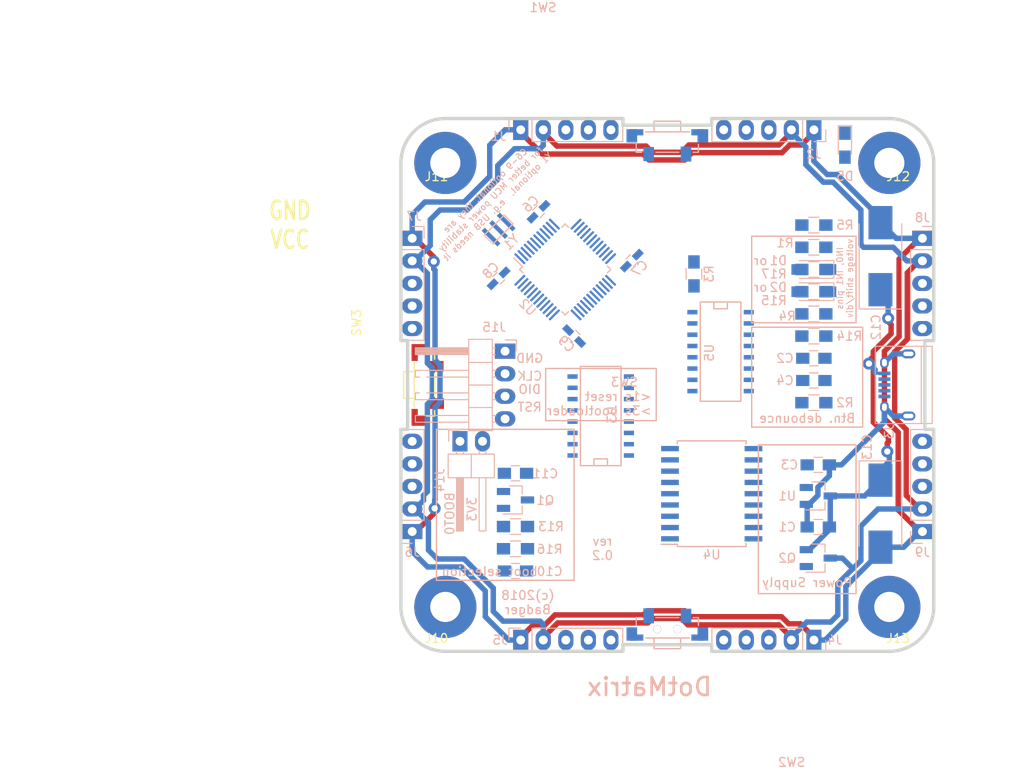
<source format=kicad_pcb>
(kicad_pcb (version 20171130) (host pcbnew 5.0.2-bee76a0~70~ubuntu16.04.1)

  (general
    (thickness 1.6002)
    (drawings 80)
    (tracks 223)
    (zones 0)
    (modules 51)
    (nets 65)
  )

  (page A4)
  (layers
    (0 Front signal)
    (31 Back signal)
    (32 B.Adhes user)
    (33 F.Adhes user)
    (34 B.Paste user)
    (35 F.Paste user)
    (36 B.SilkS user)
    (37 F.SilkS user)
    (38 B.Mask user)
    (39 F.Mask user)
    (40 Dwgs.User user)
    (41 Cmts.User user)
    (42 Eco1.User user)
    (43 Eco2.User user)
    (44 Edge.Cuts user)
  )

  (setup
    (last_trace_width 0.2032)
    (trace_clearance 0.2032)
    (zone_clearance 0.508)
    (zone_45_only yes)
    (trace_min 0.2032)
    (segment_width 0.15)
    (edge_width 0.381)
    (via_size 0.889)
    (via_drill 0.6)
    (via_min_size 0.889)
    (via_min_drill 0.508)
    (uvia_size 0.889)
    (uvia_drill 0.6096)
    (uvias_allowed no)
    (uvia_min_size 0.508)
    (uvia_min_drill 0.127)
    (pcb_text_width 0.3048)
    (pcb_text_size 1.524 2.032)
    (mod_edge_width 0.381)
    (mod_text_size 1.524 1.524)
    (mod_text_width 0.3048)
    (pad_size 7 7)
    (pad_drill 3.4)
    (pad_to_mask_clearance 0.254)
    (solder_mask_min_width 0.25)
    (aux_axis_origin 0 0)
    (visible_elements FFFFFFFF)
    (pcbplotparams
      (layerselection 0x010fc_80000001)
      (usegerberextensions false)
      (usegerberattributes true)
      (usegerberadvancedattributes false)
      (creategerberjobfile false)
      (excludeedgelayer false)
      (linewidth 0.150000)
      (plotframeref false)
      (viasonmask false)
      (mode 1)
      (useauxorigin false)
      (hpglpennumber 1)
      (hpglpenspeed 20)
      (hpglpendiameter 15.000000)
      (psnegative false)
      (psa4output false)
      (plotreference true)
      (plotvalue true)
      (plotinvisibletext false)
      (padsonsilk false)
      (subtractmaskfromsilk false)
      (outputformat 1)
      (mirror false)
      (drillshape 0)
      (scaleselection 1)
      (outputdirectory "fabricaton_jlcpcb/"))
  )

  (net 0 "")
  (net 1 GND)
  (net 2 /IN1)
  (net 3 /NRST)
  (net 4 +5V)
  (net 5 +3V3)
  (net 6 VCC)
  (net 7 /I2C_SCL)
  (net 8 /I2C_SDA)
  (net 9 /LED)
  (net 10 "Net-(D5-Pad1)")
  (net 11 /IN0)
  (net 12 /OSC_IN)
  (net 13 /OSC_OUT)
  (net 14 /BOOT0)
  (net 15 /BTN0)
  (net 16 /BTN1)
  (net 17 /LED_matrix/OUT_C7)
  (net 18 /LED_matrix/OUT_A1)
  (net 19 /LED_matrix/OUT_C1)
  (net 20 /LED_matrix/OUT_A3)
  (net 21 /LED_matrix/OUT_C6)
  (net 22 /LED_matrix/OUT_C4)
  (net 23 /LED_matrix/OUT_A0)
  (net 24 /LED_matrix/OUT_A5)
  (net 25 /LED_matrix/OUT_A2)
  (net 26 /LED_matrix/OUT_C3)
  (net 27 /LED_matrix/OUT_A7)
  (net 28 /LED_matrix/OUT_C2)
  (net 29 /LED_matrix/OUT_C5)
  (net 30 /LED_matrix/OUT_A6)
  (net 31 /LED_matrix/OUT_A4)
  (net 32 "Net-(Q1-Pad1)")
  (net 33 /IN0P)
  (net 34 /IN1P)
  (net 35 /UART_RX4)
  (net 36 /UART_TX2)
  (net 37 /UART_RX2)
  (net 38 /UART_TX3)
  (net 39 /UART_RX3)
  (net 40 /IN2)
  (net 41 /IN3)
  (net 42 /UART_TX1)
  (net 43 /UART_RX1)
  (net 44 /SWDIO)
  (net 45 /SWCLK)
  (net 46 /USB_D-)
  (net 47 /USB_D+)
  (net 48 /UART_TX4)
  (net 49 /LED_matrix/OUT_C0)
  (net 50 "Net-(R3-Pad1)")
  (net 51 /AN_NOE)
  (net 52 /DISP_STROBE)
  (net 53 /DISP_CLK)
  (net 54 /CAT_NOE)
  (net 55 /DISP_DATA)
  (net 56 "Net-(U3-Pad15)")
  (net 57 "Net-(U3-Pad1)")
  (net 58 "Net-(U3-Pad2)")
  (net 59 "Net-(U3-Pad3)")
  (net 60 "Net-(U3-Pad4)")
  (net 61 "Net-(U3-Pad5)")
  (net 62 "Net-(U3-Pad6)")
  (net 63 "Net-(U3-Pad7)")
  (net 64 "Net-(U3-Pad9)")

  (net_class Default "This is the default net class."
    (clearance 0.2032)
    (trace_width 0.2032)
    (via_dia 0.889)
    (via_drill 0.6)
    (uvia_dia 0.889)
    (uvia_drill 0.6096)
    (diff_pair_gap 0.2)
    (diff_pair_width 0.2032)
    (add_net /AN_NOE)
    (add_net /BOOT0)
    (add_net /BTN0)
    (add_net /BTN1)
    (add_net /CAT_NOE)
    (add_net /DISP_CLK)
    (add_net /DISP_DATA)
    (add_net /DISP_STROBE)
    (add_net /I2C_SCL)
    (add_net /I2C_SDA)
    (add_net /IN0)
    (add_net /IN0P)
    (add_net /IN1)
    (add_net /IN1P)
    (add_net /IN2)
    (add_net /IN3)
    (add_net /LED)
    (add_net /LED_matrix/OUT_C0)
    (add_net /NRST)
    (add_net /OSC_IN)
    (add_net /OSC_OUT)
    (add_net /SWCLK)
    (add_net /SWDIO)
    (add_net /UART_RX1)
    (add_net /UART_RX2)
    (add_net /UART_RX3)
    (add_net /UART_RX4)
    (add_net /UART_TX1)
    (add_net /UART_TX2)
    (add_net /UART_TX3)
    (add_net /UART_TX4)
    (add_net /USB_D+)
    (add_net /USB_D-)
    (add_net "Net-(D5-Pad1)")
    (add_net "Net-(Q1-Pad1)")
    (add_net "Net-(R3-Pad1)")
    (add_net "Net-(U3-Pad1)")
    (add_net "Net-(U3-Pad15)")
    (add_net "Net-(U3-Pad2)")
    (add_net "Net-(U3-Pad3)")
    (add_net "Net-(U3-Pad4)")
    (add_net "Net-(U3-Pad5)")
    (add_net "Net-(U3-Pad6)")
    (add_net "Net-(U3-Pad7)")
    (add_net "Net-(U3-Pad9)")
  )

  (net_class led_power ""
    (clearance 0.2032)
    (trace_width 0.3048)
    (via_dia 0.889)
    (via_drill 0.6096)
    (uvia_dia 0.889)
    (uvia_drill 0.6096)
    (diff_pair_gap 0.25)
    (diff_pair_width 0.2032)
    (add_net +3V3)
    (add_net /LED_matrix/OUT_A0)
    (add_net /LED_matrix/OUT_A1)
    (add_net /LED_matrix/OUT_A2)
    (add_net /LED_matrix/OUT_A3)
    (add_net /LED_matrix/OUT_A4)
    (add_net /LED_matrix/OUT_A5)
    (add_net /LED_matrix/OUT_A6)
    (add_net /LED_matrix/OUT_A7)
    (add_net /LED_matrix/OUT_C1)
    (add_net /LED_matrix/OUT_C2)
    (add_net /LED_matrix/OUT_C3)
    (add_net /LED_matrix/OUT_C4)
    (add_net /LED_matrix/OUT_C5)
    (add_net /LED_matrix/OUT_C6)
    (add_net /LED_matrix/OUT_C7)
  )

  (net_class power ""
    (clearance 0.254)
    (trace_width 0.6096)
    (via_dia 1.3462)
    (via_drill 0.7112)
    (uvia_dia 0.9652)
    (uvia_drill 0.7112)
    (diff_pair_gap 0.25)
    (diff_pair_width 0.254)
    (add_net +5V)
    (add_net GND)
    (add_net VCC)
  )

  (module badger_footprints_kicad_4x:badger_mount_M3 (layer Front) (tedit 5C3DE139) (tstamp 5B8557D3)
    (at 126 126)
    (path /5BD6EB23/5BD72A87)
    (fp_text reference J13 (at 0 2.54) (layer F.SilkS)
      (effects (font (size 1 1) (thickness 0.15)))
    )
    (fp_text value Conn_01x01_Female (at 0 -3.81) (layer F.Fab)
      (effects (font (size 1 1) (thickness 0.15)))
    )
    (pad "" thru_hole circle (at -1 -1) (size 7 7) (drill 3.4) (layers *.Cu *.Mask))
  )

  (module kicad_libraries_new:badger_switch_K2-1112SA-A4SW-01 (layer Back) (tedit 5C330F0A) (tstamp 5C331D16)
    (at 100 127.5)
    (path /5BD4A8D8)
    (fp_text reference SW2 (at 14 15) (layer B.SilkS)
      (effects (font (size 1 1) (thickness 0.15)) (justify mirror))
    )
    (fp_text value SW_Push (at 0 14) (layer B.Fab)
      (effects (font (size 1 1) (thickness 0.15)) (justify mirror))
    )
    (fp_line (start -1.5 1) (end -1.5 2.2) (layer B.SilkS) (width 0.15))
    (fp_line (start -1.5 2.2) (end 1.5 2.2) (layer B.SilkS) (width 0.15))
    (fp_line (start 1.5 2.2) (end 1.5 1) (layer B.SilkS) (width 0.15))
    (fp_line (start -2.5 1) (end 2.5 1) (layer B.SilkS) (width 0.15))
    (fp_line (start -3.5 -1.3) (end -3.5 -0.4) (layer B.SilkS) (width 0.15))
    (fp_line (start -3.5 -1.3) (end -2.9 -1.3) (layer B.SilkS) (width 0.15))
    (fp_line (start -1.3 -1.3) (end 1.3 -1.3) (layer B.SilkS) (width 0.15))
    (fp_line (start 2.9 -1.3) (end 3.5 -1.3) (layer B.SilkS) (width 0.15))
    (fp_line (start 3.5 -0.4) (end 3.5 -1.3) (layer B.SilkS) (width 0.15))
    (pad "" thru_hole circle (at -1.15 0) (size 0.91 0.91) (drill 0.9) (layers *.Cu *.Mask))
    (pad "" thru_hole circle (at 1.15 0) (size 0.91 0.91) (drill 0.9) (layers *.Cu *.Mask))
    (pad "" smd rect (at -4 0.55) (size 1.2 1.5) (layers Back B.Paste B.Mask))
    (pad "" smd rect (at 4 0.55) (size 1.2 1.5) (layers Back B.Paste B.Mask))
    (pad "" smd rect (at -3.45 0.95) (size 1.5 0.7) (layers Back B.Paste B.Mask))
    (pad "" smd rect (at 3.45 0.95) (size 1.5 0.7) (layers Back B.Paste B.Mask))
    (pad 1 smd rect (at -2.1 -1.5) (size 1.2 1.7) (layers Back B.Paste B.Mask)
      (net 16 /BTN1))
    (pad 2 smd rect (at 2.1 -1.5) (size 1.2 1.6) (layers Back B.Paste B.Mask)
      (net 1 GND))
  )

  (module kicad_libraries_new:badger_Pin_Hdr_1x05_2.54mm_handsolder (layer Back) (tedit 5BD4CBAE) (tstamp 5BD38C94)
    (at 83.49 128.73 270)
    (descr "Through hole straight pin header, 1x05, 2.54mm pitch, single row")
    (tags "Through hole pin header THT 1x05 2.54mm single row")
    (path /5BD6EB23/5BD71244)
    (fp_text reference J5 (at 0 2.33) (layer B.SilkS)
      (effects (font (size 1 1) (thickness 0.15)) (justify mirror))
    )
    (fp_text value Conn_01x05 (at 0 -12.49 270) (layer B.Fab)
      (effects (font (size 1 1) (thickness 0.15)) (justify mirror))
    )
    (fp_line (start -0.635 1.27) (end 1.27 1.27) (layer B.Fab) (width 0.1))
    (fp_line (start 1.27 1.27) (end 1.27 -11.43) (layer B.Fab) (width 0.1))
    (fp_line (start 1.27 -11.43) (end -1.27 -11.43) (layer B.Fab) (width 0.1))
    (fp_line (start -1.27 -11.43) (end -1.27 0.635) (layer B.Fab) (width 0.1))
    (fp_line (start -1.27 0.635) (end -0.635 1.27) (layer B.Fab) (width 0.1))
    (fp_line (start -1.33 -11.49) (end 1.33 -11.49) (layer B.SilkS) (width 0.12))
    (fp_line (start -1.33 -1.27) (end -1.33 -11.49) (layer B.SilkS) (width 0.12))
    (fp_line (start 1.33 -1.27) (end 1.33 -11.49) (layer B.SilkS) (width 0.12))
    (fp_line (start -1.33 -1.27) (end 1.33 -1.27) (layer B.SilkS) (width 0.12))
    (fp_line (start -1.33 0) (end -1.33 1.33) (layer B.SilkS) (width 0.12))
    (fp_line (start -1.33 1.33) (end 0 1.33) (layer B.SilkS) (width 0.12))
    (fp_line (start -1.8 1.8) (end -1.8 -11.95) (layer B.CrtYd) (width 0.05))
    (fp_line (start -1.8 -11.95) (end 1.8 -11.95) (layer B.CrtYd) (width 0.05))
    (fp_line (start 1.8 -11.95) (end 1.8 1.8) (layer B.CrtYd) (width 0.05))
    (fp_line (start 1.8 1.8) (end -1.8 1.8) (layer B.CrtYd) (width 0.05))
    (fp_text user %R (at 0 -5.08 180) (layer B.Fab)
      (effects (font (size 1 1) (thickness 0.15)) (justify mirror))
    )
    (pad 1 thru_hole rect (at 0 0 270) (size 2.3 1.7) (drill 1) (layers *.Cu *.Mask)
      (net 1 GND))
    (pad 2 thru_hole oval (at 0 -2.54 270) (size 2.3 1.7) (drill 1) (layers *.Cu *.Mask)
      (net 6 VCC))
    (pad 3 thru_hole oval (at 0 -5.08 270) (size 2.3 1.7) (drill 1) (layers *.Cu *.Mask)
      (net 37 /UART_RX2))
    (pad 4 thru_hole oval (at 0 -7.62 270) (size 2.3 1.7) (drill 1) (layers *.Cu *.Mask)
      (net 8 /I2C_SDA))
    (pad 5 thru_hole oval (at 0 -10.16 270) (size 2.3 1.7) (drill 1) (layers *.Cu *.Mask)
      (net 16 /BTN1))
    (model ${KISYS3DMOD}/Pin_Headers.3dshapes/Pin_Header_Straight_1x05_Pitch2.54mm.wrl
      (at (xyz 0 0 0))
      (scale (xyz 1 1 1))
      (rotate (xyz 0 0 0))
    )
  )

  (module kicad_libraries_new:badger_D_SOD-123_hand (layer Back) (tedit 5BDD7C35) (tstamp 5BDA1623)
    (at 116.5 89.5 180)
    (descr SOD-123)
    (tags SOD-123)
    (path /5B7CBB46)
    (attr smd)
    (fp_text reference D2 (at 4 0.5 180) (layer B.SilkS)
      (effects (font (size 1 1) (thickness 0.15)) (justify mirror))
    )
    (fp_text value Shottky (at 0 -2.1 180) (layer B.Fab)
      (effects (font (size 1 1) (thickness 0.15)) (justify mirror))
    )
    (fp_text user %R (at 0 2 180) (layer B.Fab)
      (effects (font (size 1 1) (thickness 0.15)) (justify mirror))
    )
    (fp_line (start -2.25 1) (end -2.25 -1) (layer B.SilkS) (width 0.12))
    (fp_line (start 0.25 0) (end 0.75 0) (layer B.Fab) (width 0.1))
    (fp_line (start 0.25 -0.4) (end -0.35 0) (layer B.Fab) (width 0.1))
    (fp_line (start 0.25 0.4) (end 0.25 -0.4) (layer B.Fab) (width 0.1))
    (fp_line (start -0.35 0) (end 0.25 0.4) (layer B.Fab) (width 0.1))
    (fp_line (start -0.35 0) (end -0.35 -0.55) (layer B.Fab) (width 0.1))
    (fp_line (start -0.35 0) (end -0.35 0.55) (layer B.Fab) (width 0.1))
    (fp_line (start -0.75 0) (end -0.35 0) (layer B.Fab) (width 0.1))
    (fp_line (start -1.4 -0.9) (end -1.4 0.9) (layer B.Fab) (width 0.1))
    (fp_line (start 1.4 -0.9) (end -1.4 -0.9) (layer B.Fab) (width 0.1))
    (fp_line (start 1.4 0.9) (end 1.4 -0.9) (layer B.Fab) (width 0.1))
    (fp_line (start -1.4 0.9) (end 1.4 0.9) (layer B.Fab) (width 0.1))
    (fp_line (start -2.35 1.15) (end 2.35 1.15) (layer B.CrtYd) (width 0.05))
    (fp_line (start 2.35 1.15) (end 2.35 -1.15) (layer B.CrtYd) (width 0.05))
    (fp_line (start 2.35 -1.15) (end -2.35 -1.15) (layer B.CrtYd) (width 0.05))
    (fp_line (start -2.35 1.15) (end -2.35 -1.15) (layer B.CrtYd) (width 0.05))
    (fp_line (start -2.25 -1) (end 1.65 -1) (layer B.SilkS) (width 0.12))
    (fp_line (start -2.25 1) (end 1.65 1) (layer B.SilkS) (width 0.12))
    (pad 1 smd rect (at -1.925 0 180) (size 1.2 1.2) (layers Back B.Paste B.Mask)
      (net 34 /IN1P))
    (pad 2 smd rect (at 1.925 0 180) (size 1.2 1.2) (layers Back B.Paste B.Mask)
      (net 2 /IN1))
    (model ${KISYS3DMOD}/Diodes_SMD.3dshapes/D_SOD-123.wrl
      (at (xyz 0 0 0))
      (scale (xyz 1 1 1))
      (rotate (xyz 0 0 0))
    )
  )

  (module kicad_libraries_new:badger_Pin_Hdr_1x04_2.54mm_angled_handsolder (layer Back) (tedit 5BDDBF2C) (tstamp 5C3DFA94)
    (at 81.73 96.2 180)
    (descr "Through hole angled pin header, 1x04, 2.54mm pitch, 6mm pin length, single row")
    (tags "Through hole angled pin header THT 1x04 2.54mm single row")
    (path /5BD6EB23/5BD73B65)
    (fp_text reference J15 (at 1.23 2.7 180) (layer B.SilkS)
      (effects (font (size 1 1) (thickness 0.15)) (justify mirror))
    )
    (fp_text value Conn_01x04 (at 4.385 -9.89 180) (layer B.Fab)
      (effects (font (size 1 1) (thickness 0.15)) (justify mirror))
    )
    (fp_line (start 2.135 1.27) (end 4.04 1.27) (layer B.Fab) (width 0.1))
    (fp_line (start 4.04 1.27) (end 4.04 -8.89) (layer B.Fab) (width 0.1))
    (fp_line (start 4.04 -8.89) (end 1.5 -8.89) (layer B.Fab) (width 0.1))
    (fp_line (start 1.5 -8.89) (end 1.5 0.635) (layer B.Fab) (width 0.1))
    (fp_line (start 1.5 0.635) (end 2.135 1.27) (layer B.Fab) (width 0.1))
    (fp_line (start -0.32 0.32) (end 1.5 0.32) (layer B.Fab) (width 0.1))
    (fp_line (start -0.32 0.32) (end -0.32 -0.32) (layer B.Fab) (width 0.1))
    (fp_line (start -0.32 -0.32) (end 1.5 -0.32) (layer B.Fab) (width 0.1))
    (fp_line (start 4.04 0.32) (end 10.04 0.32) (layer B.Fab) (width 0.1))
    (fp_line (start 10.04 0.32) (end 10.04 -0.32) (layer B.Fab) (width 0.1))
    (fp_line (start 4.04 -0.32) (end 10.04 -0.32) (layer B.Fab) (width 0.1))
    (fp_line (start -0.32 -2.22) (end 1.5 -2.22) (layer B.Fab) (width 0.1))
    (fp_line (start -0.32 -2.22) (end -0.32 -2.86) (layer B.Fab) (width 0.1))
    (fp_line (start -0.32 -2.86) (end 1.5 -2.86) (layer B.Fab) (width 0.1))
    (fp_line (start 4.04 -2.22) (end 10.04 -2.22) (layer B.Fab) (width 0.1))
    (fp_line (start 10.04 -2.22) (end 10.04 -2.86) (layer B.Fab) (width 0.1))
    (fp_line (start 4.04 -2.86) (end 10.04 -2.86) (layer B.Fab) (width 0.1))
    (fp_line (start -0.32 -4.76) (end 1.5 -4.76) (layer B.Fab) (width 0.1))
    (fp_line (start -0.32 -4.76) (end -0.32 -5.4) (layer B.Fab) (width 0.1))
    (fp_line (start -0.32 -5.4) (end 1.5 -5.4) (layer B.Fab) (width 0.1))
    (fp_line (start 4.04 -4.76) (end 10.04 -4.76) (layer B.Fab) (width 0.1))
    (fp_line (start 10.04 -4.76) (end 10.04 -5.4) (layer B.Fab) (width 0.1))
    (fp_line (start 4.04 -5.4) (end 10.04 -5.4) (layer B.Fab) (width 0.1))
    (fp_line (start -0.32 -7.3) (end 1.5 -7.3) (layer B.Fab) (width 0.1))
    (fp_line (start -0.32 -7.3) (end -0.32 -7.94) (layer B.Fab) (width 0.1))
    (fp_line (start -0.32 -7.94) (end 1.5 -7.94) (layer B.Fab) (width 0.1))
    (fp_line (start 4.04 -7.3) (end 10.04 -7.3) (layer B.Fab) (width 0.1))
    (fp_line (start 10.04 -7.3) (end 10.04 -7.94) (layer B.Fab) (width 0.1))
    (fp_line (start 4.04 -7.94) (end 10.04 -7.94) (layer B.Fab) (width 0.1))
    (fp_line (start 1.44 1.33) (end 1.44 -8.95) (layer B.SilkS) (width 0.12))
    (fp_line (start 1.44 -8.95) (end 4.1 -8.95) (layer B.SilkS) (width 0.12))
    (fp_line (start 4.1 -8.95) (end 4.1 1.33) (layer B.SilkS) (width 0.12))
    (fp_line (start 4.1 1.33) (end 1.44 1.33) (layer B.SilkS) (width 0.12))
    (fp_line (start 4.1 0.38) (end 10.1 0.38) (layer B.SilkS) (width 0.12))
    (fp_line (start 10.1 0.38) (end 10.1 -0.38) (layer B.SilkS) (width 0.12))
    (fp_line (start 10.1 -0.38) (end 4.1 -0.38) (layer B.SilkS) (width 0.12))
    (fp_line (start 4.1 0.32) (end 10.1 0.32) (layer B.SilkS) (width 0.12))
    (fp_line (start 4.1 0.2) (end 10.1 0.2) (layer B.SilkS) (width 0.12))
    (fp_line (start 4.1 0.08) (end 10.1 0.08) (layer B.SilkS) (width 0.12))
    (fp_line (start 4.1 -0.04) (end 10.1 -0.04) (layer B.SilkS) (width 0.12))
    (fp_line (start 4.1 -0.16) (end 10.1 -0.16) (layer B.SilkS) (width 0.12))
    (fp_line (start 4.1 -0.28) (end 10.1 -0.28) (layer B.SilkS) (width 0.12))
    (fp_line (start 1.11 0.38) (end 1.44 0.38) (layer B.SilkS) (width 0.12))
    (fp_line (start 1.11 -0.38) (end 1.44 -0.38) (layer B.SilkS) (width 0.12))
    (fp_line (start 1.44 -1.27) (end 4.1 -1.27) (layer B.SilkS) (width 0.12))
    (fp_line (start 4.1 -2.16) (end 10.1 -2.16) (layer B.SilkS) (width 0.12))
    (fp_line (start 10.1 -2.16) (end 10.1 -2.92) (layer B.SilkS) (width 0.12))
    (fp_line (start 10.1 -2.92) (end 4.1 -2.92) (layer B.SilkS) (width 0.12))
    (fp_line (start 1.042929 -2.16) (end 1.44 -2.16) (layer B.SilkS) (width 0.12))
    (fp_line (start 1.042929 -2.92) (end 1.44 -2.92) (layer B.SilkS) (width 0.12))
    (fp_line (start 1.44 -3.81) (end 4.1 -3.81) (layer B.SilkS) (width 0.12))
    (fp_line (start 4.1 -4.7) (end 10.1 -4.7) (layer B.SilkS) (width 0.12))
    (fp_line (start 10.1 -4.7) (end 10.1 -5.46) (layer B.SilkS) (width 0.12))
    (fp_line (start 10.1 -5.46) (end 4.1 -5.46) (layer B.SilkS) (width 0.12))
    (fp_line (start 1.042929 -4.7) (end 1.44 -4.7) (layer B.SilkS) (width 0.12))
    (fp_line (start 1.042929 -5.46) (end 1.44 -5.46) (layer B.SilkS) (width 0.12))
    (fp_line (start 1.44 -6.35) (end 4.1 -6.35) (layer B.SilkS) (width 0.12))
    (fp_line (start 4.1 -7.24) (end 10.1 -7.24) (layer B.SilkS) (width 0.12))
    (fp_line (start 10.1 -7.24) (end 10.1 -8) (layer B.SilkS) (width 0.12))
    (fp_line (start 10.1 -8) (end 4.1 -8) (layer B.SilkS) (width 0.12))
    (fp_line (start 1.042929 -7.24) (end 1.44 -7.24) (layer B.SilkS) (width 0.12))
    (fp_line (start 1.042929 -8) (end 1.44 -8) (layer B.SilkS) (width 0.12))
    (fp_line (start -1.27 0) (end -1.27 1.27) (layer B.SilkS) (width 0.12))
    (fp_line (start -1.27 1.27) (end 0 1.27) (layer B.SilkS) (width 0.12))
    (fp_line (start -1.8 1.8) (end -1.8 -9.4) (layer B.CrtYd) (width 0.05))
    (fp_line (start -1.8 -9.4) (end 10.55 -9.4) (layer B.CrtYd) (width 0.05))
    (fp_line (start 10.55 -9.4) (end 10.55 1.8) (layer B.CrtYd) (width 0.05))
    (fp_line (start 10.55 1.8) (end -1.8 1.8) (layer B.CrtYd) (width 0.05))
    (fp_text user %R (at 2.77 -3.81 90) (layer B.Fab)
      (effects (font (size 1 1) (thickness 0.15)) (justify mirror))
    )
    (pad 1 thru_hole rect (at 0 0 180) (size 2.3 1.7) (drill 1) (layers *.Cu *.Mask)
      (net 1 GND))
    (pad 2 thru_hole oval (at 0 -2.54 180) (size 2.3 1.7) (drill 1) (layers *.Cu *.Mask)
      (net 45 /SWCLK))
    (pad 3 thru_hole oval (at 0 -5.08 180) (size 2.3 1.7) (drill 1) (layers *.Cu *.Mask)
      (net 44 /SWDIO))
    (pad 4 thru_hole oval (at 0 -7.62 180) (size 2.3 1.7) (drill 1) (layers *.Cu *.Mask)
      (net 3 /NRST))
    (model ${KISYS3DMOD}/Pin_Headers.3dshapes/Pin_Header_Angled_1x04_Pitch2.54mm.wrl
      (at (xyz 0 0 0))
      (scale (xyz 1 1 1))
      (rotate (xyz 0 0 0))
    )
  )

  (module Connect:USB_Micro-B (layer Back) (tedit 5BDDC1AB) (tstamp 5BD393EC)
    (at 125.8 100 270)
    (descr "Micro USB Type B Receptacle")
    (tags "USB USB_B USB_micro USB_OTG")
    (path /5BD6EB23/5BD73B46)
    (attr smd)
    (fp_text reference J3 (at 5.25 0.8 270) (layer B.SilkS)
      (effects (font (size 1 1) (thickness 0.15)) (justify mirror))
    )
    (fp_text value USB_OTG (at 0 -5.01 270) (layer B.Fab)
      (effects (font (size 1 1) (thickness 0.15)) (justify mirror))
    )
    (fp_line (start -4.6 2.59) (end 4.6 2.59) (layer B.CrtYd) (width 0.05))
    (fp_line (start 4.6 2.59) (end 4.6 -4.26) (layer B.CrtYd) (width 0.05))
    (fp_line (start 4.6 -4.26) (end -4.6 -4.26) (layer B.CrtYd) (width 0.05))
    (fp_line (start -4.6 -4.26) (end -4.6 2.59) (layer B.CrtYd) (width 0.05))
    (fp_line (start -4.35 -4.03) (end 4.35 -4.03) (layer B.SilkS) (width 0.12))
    (fp_line (start -4.35 2.38) (end 4.35 2.38) (layer B.SilkS) (width 0.12))
    (fp_line (start 4.35 2.38) (end 4.35 -4.03) (layer B.SilkS) (width 0.12))
    (fp_line (start 4.35 -2.8) (end -4.35 -2.8) (layer B.SilkS) (width 0.12))
    (fp_line (start -4.35 -4.03) (end -4.35 2.38) (layer B.SilkS) (width 0.12))
    (pad 1 smd rect (at -1.3 1.35 180) (size 1.35 0.4) (layers Back B.Paste B.Mask)
      (net 4 +5V))
    (pad 2 smd rect (at -0.65 1.35 180) (size 1.35 0.4) (layers Back B.Paste B.Mask)
      (net 46 /USB_D-))
    (pad 3 smd rect (at 0 1.35 180) (size 1.35 0.4) (layers Back B.Paste B.Mask)
      (net 47 /USB_D+))
    (pad 4 smd rect (at 0.65 1.35 180) (size 1.35 0.4) (layers Back B.Paste B.Mask))
    (pad 5 smd rect (at 1.3 1.35 180) (size 1.35 0.4) (layers Back B.Paste B.Mask)
      (net 1 GND))
    (pad 6 thru_hole oval (at -2.5 1.35 180) (size 0.95 1.25) (drill oval 0.55 0.85) (layers *.Cu *.Mask)
      (net 1 GND))
    (pad 6 thru_hole oval (at 2.5 1.35 180) (size 0.95 1.25) (drill oval 0.55 0.85) (layers *.Cu *.Mask)
      (net 1 GND))
    (pad 6 thru_hole oval (at -3.5 -1.35 180) (size 1.55 1) (drill oval 1.15 0.5) (layers *.Cu *.Mask)
      (net 1 GND))
    (pad 6 thru_hole oval (at 3.5 -1.35 180) (size 1.55 1) (drill oval 1.15 0.5) (layers *.Cu *.Mask)
      (net 1 GND))
  )

  (module LEDs:LED_0805_HandSoldering (layer Back) (tedit 5BD4CBA2) (tstamp 5B7D98B9)
    (at 120 73 270)
    (descr "Resistor SMD 0805, hand soldering")
    (tags "resistor 0805")
    (path /5B30C71A)
    (attr smd)
    (fp_text reference D5 (at 3.5 0) (layer B.SilkS)
      (effects (font (size 1 1) (thickness 0.15)) (justify mirror))
    )
    (fp_text value LED (at 0 -1.75 270) (layer B.Fab)
      (effects (font (size 1 1) (thickness 0.15)) (justify mirror))
    )
    (fp_line (start -0.4 0.4) (end -0.4 -0.4) (layer B.Fab) (width 0.1))
    (fp_line (start -0.4 0) (end 0.2 0.4) (layer B.Fab) (width 0.1))
    (fp_line (start 0.2 -0.4) (end -0.4 0) (layer B.Fab) (width 0.1))
    (fp_line (start 0.2 0.4) (end 0.2 -0.4) (layer B.Fab) (width 0.1))
    (fp_line (start -1 -0.62) (end -1 0.62) (layer B.Fab) (width 0.1))
    (fp_line (start 1 -0.62) (end -1 -0.62) (layer B.Fab) (width 0.1))
    (fp_line (start 1 0.62) (end 1 -0.62) (layer B.Fab) (width 0.1))
    (fp_line (start -1 0.62) (end 1 0.62) (layer B.Fab) (width 0.1))
    (fp_line (start 1 -0.75) (end -2.2 -0.75) (layer B.SilkS) (width 0.12))
    (fp_line (start -2.2 0.75) (end 1 0.75) (layer B.SilkS) (width 0.12))
    (fp_line (start -2.35 0.9) (end 2.35 0.9) (layer B.CrtYd) (width 0.05))
    (fp_line (start -2.35 0.9) (end -2.35 -0.9) (layer B.CrtYd) (width 0.05))
    (fp_line (start 2.35 -0.9) (end 2.35 0.9) (layer B.CrtYd) (width 0.05))
    (fp_line (start 2.35 -0.9) (end -2.35 -0.9) (layer B.CrtYd) (width 0.05))
    (fp_line (start -2.2 0.75) (end -2.2 -0.75) (layer B.SilkS) (width 0.12))
    (pad 1 smd rect (at -1.35 0 270) (size 1.5 1.3) (layers Back B.Paste B.Mask)
      (net 10 "Net-(D5-Pad1)"))
    (pad 2 smd rect (at 1.35 0 270) (size 1.5 1.3) (layers Back B.Paste B.Mask)
      (net 5 +3V3))
    (model ${KISYS3DMOD}/LEDs.3dshapes/LED_0805.wrl
      (at (xyz 0 0 0))
      (scale (xyz 1 1 1))
      (rotate (xyz 0 0 0))
    )
  )

  (module Resistors_SMD:R_0805_HandSoldering (layer Back) (tedit 5BD4CB55) (tstamp 5B7D98F4)
    (at 116.5 82 180)
    (descr "Resistor SMD 0805, hand soldering")
    (tags "resistor 0805")
    (path /5B30C89A)
    (attr smd)
    (fp_text reference R5 (at -3.5 0 180) (layer B.SilkS)
      (effects (font (size 1 1) (thickness 0.15)) (justify mirror))
    )
    (fp_text value 1k (at 0 -1.75 180) (layer B.Fab)
      (effects (font (size 1 1) (thickness 0.15)) (justify mirror))
    )
    (fp_text user %R (at 0 0 180) (layer B.Fab)
      (effects (font (size 0.5 0.5) (thickness 0.075)) (justify mirror))
    )
    (fp_line (start -1 -0.62) (end -1 0.62) (layer B.Fab) (width 0.1))
    (fp_line (start 1 -0.62) (end -1 -0.62) (layer B.Fab) (width 0.1))
    (fp_line (start 1 0.62) (end 1 -0.62) (layer B.Fab) (width 0.1))
    (fp_line (start -1 0.62) (end 1 0.62) (layer B.Fab) (width 0.1))
    (fp_line (start 0.6 -0.88) (end -0.6 -0.88) (layer B.SilkS) (width 0.12))
    (fp_line (start -0.6 0.88) (end 0.6 0.88) (layer B.SilkS) (width 0.12))
    (fp_line (start -2.35 0.9) (end 2.35 0.9) (layer B.CrtYd) (width 0.05))
    (fp_line (start -2.35 0.9) (end -2.35 -0.9) (layer B.CrtYd) (width 0.05))
    (fp_line (start 2.35 -0.9) (end 2.35 0.9) (layer B.CrtYd) (width 0.05))
    (fp_line (start 2.35 -0.9) (end -2.35 -0.9) (layer B.CrtYd) (width 0.05))
    (pad 1 smd rect (at -1.35 0 180) (size 1.5 1.3) (layers Back B.Paste B.Mask)
      (net 10 "Net-(D5-Pad1)"))
    (pad 2 smd rect (at 1.35 0 180) (size 1.5 1.3) (layers Back B.Paste B.Mask)
      (net 9 /LED))
    (model ${KISYS3DMOD}/Resistors_SMD.3dshapes/R_0805.wrl
      (at (xyz 0 0 0))
      (scale (xyz 1 1 1))
      (rotate (xyz 0 0 0))
    )
  )

  (module Resistors_SMD:R_0805_HandSoldering (layer Back) (tedit 5BD4C7C2) (tstamp 5B7D9924)
    (at 82.9 115.95 180)
    (descr "Resistor SMD 0805, hand soldering")
    (tags "resistor 0805")
    (path /5BD78066)
    (attr smd)
    (fp_text reference R13 (at -4 0 180) (layer B.SilkS)
      (effects (font (size 1 1) (thickness 0.15)) (justify mirror))
    )
    (fp_text value 10k (at 0 -1.75 180) (layer B.Fab)
      (effects (font (size 1 1) (thickness 0.15)) (justify mirror))
    )
    (fp_text user %R (at 0 0 180) (layer B.Fab)
      (effects (font (size 0.5 0.5) (thickness 0.075)) (justify mirror))
    )
    (fp_line (start -1 -0.62) (end -1 0.62) (layer B.Fab) (width 0.1))
    (fp_line (start 1 -0.62) (end -1 -0.62) (layer B.Fab) (width 0.1))
    (fp_line (start 1 0.62) (end 1 -0.62) (layer B.Fab) (width 0.1))
    (fp_line (start -1 0.62) (end 1 0.62) (layer B.Fab) (width 0.1))
    (fp_line (start 0.6 -0.88) (end -0.6 -0.88) (layer B.SilkS) (width 0.12))
    (fp_line (start -0.6 0.88) (end 0.6 0.88) (layer B.SilkS) (width 0.12))
    (fp_line (start -2.35 0.9) (end 2.35 0.9) (layer B.CrtYd) (width 0.05))
    (fp_line (start -2.35 0.9) (end -2.35 -0.9) (layer B.CrtYd) (width 0.05))
    (fp_line (start 2.35 -0.9) (end 2.35 0.9) (layer B.CrtYd) (width 0.05))
    (fp_line (start 2.35 -0.9) (end -2.35 -0.9) (layer B.CrtYd) (width 0.05))
    (pad 1 smd rect (at -1.35 0 180) (size 1.5 1.3) (layers Back B.Paste B.Mask)
      (net 32 "Net-(Q1-Pad1)"))
    (pad 2 smd rect (at 1.35 0 180) (size 1.5 1.3) (layers Back B.Paste B.Mask)
      (net 1 GND))
    (model ${KISYS3DMOD}/Resistors_SMD.3dshapes/R_0805.wrl
      (at (xyz 0 0 0))
      (scale (xyz 1 1 1))
      (rotate (xyz 0 0 0))
    )
  )

  (module Capacitors_SMD:C_0805_HandSoldering (layer Back) (tedit 5BD4CB47) (tstamp 5B7D9D9D)
    (at 117 116 180)
    (descr "Capacitor SMD 0805, hand soldering")
    (tags "capacitor 0805")
    (path /5BD5C3C9)
    (attr smd)
    (fp_text reference C1 (at 3.5 0 180) (layer B.SilkS)
      (effects (font (size 1 1) (thickness 0.15)) (justify mirror))
    )
    (fp_text value 4u7 (at 0 -1.75 180) (layer B.Fab)
      (effects (font (size 1 1) (thickness 0.15)) (justify mirror))
    )
    (fp_text user %R (at 0 1.75 180) (layer B.Fab)
      (effects (font (size 1 1) (thickness 0.15)) (justify mirror))
    )
    (fp_line (start -1 -0.62) (end -1 0.62) (layer B.Fab) (width 0.1))
    (fp_line (start 1 -0.62) (end -1 -0.62) (layer B.Fab) (width 0.1))
    (fp_line (start 1 0.62) (end 1 -0.62) (layer B.Fab) (width 0.1))
    (fp_line (start -1 0.62) (end 1 0.62) (layer B.Fab) (width 0.1))
    (fp_line (start 0.5 0.85) (end -0.5 0.85) (layer B.SilkS) (width 0.12))
    (fp_line (start -0.5 -0.85) (end 0.5 -0.85) (layer B.SilkS) (width 0.12))
    (fp_line (start -2.25 0.88) (end 2.25 0.88) (layer B.CrtYd) (width 0.05))
    (fp_line (start -2.25 0.88) (end -2.25 -0.87) (layer B.CrtYd) (width 0.05))
    (fp_line (start 2.25 -0.87) (end 2.25 0.88) (layer B.CrtYd) (width 0.05))
    (fp_line (start 2.25 -0.87) (end -2.25 -0.87) (layer B.CrtYd) (width 0.05))
    (pad 1 smd rect (at -1.25 0 180) (size 1.5 1.25) (layers Back B.Paste B.Mask)
      (net 4 +5V))
    (pad 2 smd rect (at 1.25 0 180) (size 1.5 1.25) (layers Back B.Paste B.Mask)
      (net 1 GND))
    (model Capacitors_SMD.3dshapes/C_0805.wrl
      (at (xyz 0 0 0))
      (scale (xyz 1 1 1))
      (rotate (xyz 0 0 0))
    )
  )

  (module Capacitors_SMD:C_0805_HandSoldering (layer Back) (tedit 5BDDC0F2) (tstamp 5B7D9DA7)
    (at 117 109)
    (descr "Capacitor SMD 0805, hand soldering")
    (tags "capacitor 0805")
    (path /5BD5C62F)
    (attr smd)
    (fp_text reference C3 (at -3.25 0) (layer B.SilkS)
      (effects (font (size 1 1) (thickness 0.15)) (justify mirror))
    )
    (fp_text value 4u7 (at 0 -1.75) (layer B.Fab)
      (effects (font (size 1 1) (thickness 0.15)) (justify mirror))
    )
    (fp_text user %R (at 0 1.75) (layer B.Fab)
      (effects (font (size 1 1) (thickness 0.15)) (justify mirror))
    )
    (fp_line (start -1 -0.62) (end -1 0.62) (layer B.Fab) (width 0.1))
    (fp_line (start 1 -0.62) (end -1 -0.62) (layer B.Fab) (width 0.1))
    (fp_line (start 1 0.62) (end 1 -0.62) (layer B.Fab) (width 0.1))
    (fp_line (start -1 0.62) (end 1 0.62) (layer B.Fab) (width 0.1))
    (fp_line (start 0.5 0.85) (end -0.5 0.85) (layer B.SilkS) (width 0.12))
    (fp_line (start -0.5 -0.85) (end 0.5 -0.85) (layer B.SilkS) (width 0.12))
    (fp_line (start -2.25 0.88) (end 2.25 0.88) (layer B.CrtYd) (width 0.05))
    (fp_line (start -2.25 0.88) (end -2.25 -0.87) (layer B.CrtYd) (width 0.05))
    (fp_line (start 2.25 -0.87) (end 2.25 0.88) (layer B.CrtYd) (width 0.05))
    (fp_line (start 2.25 -0.87) (end -2.25 -0.87) (layer B.CrtYd) (width 0.05))
    (pad 1 smd rect (at -1.25 0) (size 1.5 1.25) (layers Back B.Paste B.Mask)
      (net 5 +3V3))
    (pad 2 smd rect (at 1.25 0) (size 1.5 1.25) (layers Back B.Paste B.Mask)
      (net 1 GND))
    (model Capacitors_SMD.3dshapes/C_0805.wrl
      (at (xyz 0 0 0))
      (scale (xyz 1 1 1))
      (rotate (xyz 0 0 0))
    )
  )

  (module badger_footprints_kicad_4x:badger_mount_M3 (layer Front) (tedit 5C3DE12E) (tstamp 5B8557C4)
    (at 74 126)
    (path /5BD6EB23/5BD72A9C)
    (fp_text reference J10 (at 0 2.54) (layer F.SilkS)
      (effects (font (size 1 1) (thickness 0.15)))
    )
    (fp_text value Conn_01x01_Female (at 0 -3.81) (layer F.Fab)
      (effects (font (size 1 1) (thickness 0.15)))
    )
    (pad "" thru_hole circle (at 1 -1) (size 7 7) (drill 3.4) (layers *.Cu *.Mask))
  )

  (module badger_footprints_kicad_4x:badger_mount_M3 (layer Front) (tedit 5C3DE129) (tstamp 5B8557C9)
    (at 74 74)
    (path /5BD6EB23/5BD72A95)
    (fp_text reference J11 (at 0 2.54) (layer F.SilkS)
      (effects (font (size 1 1) (thickness 0.15)))
    )
    (fp_text value Conn_01x01_Female (at 0 -3.81) (layer F.Fab)
      (effects (font (size 1 1) (thickness 0.15)))
    )
    (pad "" thru_hole circle (at 1 1) (size 7 7) (drill 3.4) (layers *.Cu *.Mask))
  )

  (module badger_footprints_kicad_4x:badger_mount_M3 (layer Front) (tedit 5C3DE122) (tstamp 5B8557CE)
    (at 126 74)
    (path /5BD6EB23/5BD72A8E)
    (fp_text reference J12 (at 0 2.54) (layer F.SilkS)
      (effects (font (size 1 1) (thickness 0.15)))
    )
    (fp_text value Conn_01x01_Female (at 0 -3.81) (layer F.Fab)
      (effects (font (size 1 1) (thickness 0.15)))
    )
    (pad "" thru_hole circle (at -1 1) (size 7 7) (drill 3.4) (layers *.Cu *.Mask))
  )

  (module Capacitors_SMD:C_0805_HandSoldering (layer Back) (tedit 5BDDC0E6) (tstamp 5B894873)
    (at 116.5 97 180)
    (descr "Capacitor SMD 0805, hand soldering")
    (tags "capacitor 0805")
    (path /5B895B32)
    (attr smd)
    (fp_text reference C2 (at 3.25 0 180) (layer B.SilkS)
      (effects (font (size 1 1) (thickness 0.15)) (justify mirror))
    )
    (fp_text value 100n (at 0 -1.75 180) (layer B.Fab)
      (effects (font (size 1 1) (thickness 0.15)) (justify mirror))
    )
    (fp_text user %R (at 0 1.75 180) (layer B.Fab)
      (effects (font (size 1 1) (thickness 0.15)) (justify mirror))
    )
    (fp_line (start -1 -0.62) (end -1 0.62) (layer B.Fab) (width 0.1))
    (fp_line (start 1 -0.62) (end -1 -0.62) (layer B.Fab) (width 0.1))
    (fp_line (start 1 0.62) (end 1 -0.62) (layer B.Fab) (width 0.1))
    (fp_line (start -1 0.62) (end 1 0.62) (layer B.Fab) (width 0.1))
    (fp_line (start 0.5 0.85) (end -0.5 0.85) (layer B.SilkS) (width 0.12))
    (fp_line (start -0.5 -0.85) (end 0.5 -0.85) (layer B.SilkS) (width 0.12))
    (fp_line (start -2.25 0.88) (end 2.25 0.88) (layer B.CrtYd) (width 0.05))
    (fp_line (start -2.25 0.88) (end -2.25 -0.87) (layer B.CrtYd) (width 0.05))
    (fp_line (start 2.25 -0.87) (end 2.25 0.88) (layer B.CrtYd) (width 0.05))
    (fp_line (start 2.25 -0.87) (end -2.25 -0.87) (layer B.CrtYd) (width 0.05))
    (pad 1 smd rect (at -1.25 0 180) (size 1.5 1.25) (layers Back B.Paste B.Mask)
      (net 1 GND))
    (pad 2 smd rect (at 1.25 0 180) (size 1.5 1.25) (layers Back B.Paste B.Mask)
      (net 15 /BTN0))
    (model Capacitors_SMD.3dshapes/C_0805.wrl
      (at (xyz 0 0 0))
      (scale (xyz 1 1 1))
      (rotate (xyz 0 0 0))
    )
  )

  (module Resistors_SMD:R_0805_HandSoldering (layer Back) (tedit 5BD4CB7C) (tstamp 5B894892)
    (at 116.5 94.5 180)
    (descr "Resistor SMD 0805, hand soldering")
    (tags "resistor 0805")
    (path /5B896672)
    (attr smd)
    (fp_text reference R14 (at -4 0 180) (layer B.SilkS)
      (effects (font (size 1 1) (thickness 0.15)) (justify mirror))
    )
    (fp_text value 220k (at 0 -1.75 180) (layer B.Fab)
      (effects (font (size 1 1) (thickness 0.15)) (justify mirror))
    )
    (fp_text user %R (at 0 0 180) (layer B.Fab)
      (effects (font (size 0.5 0.5) (thickness 0.075)) (justify mirror))
    )
    (fp_line (start -1 -0.62) (end -1 0.62) (layer B.Fab) (width 0.1))
    (fp_line (start 1 -0.62) (end -1 -0.62) (layer B.Fab) (width 0.1))
    (fp_line (start 1 0.62) (end 1 -0.62) (layer B.Fab) (width 0.1))
    (fp_line (start -1 0.62) (end 1 0.62) (layer B.Fab) (width 0.1))
    (fp_line (start 0.6 -0.88) (end -0.6 -0.88) (layer B.SilkS) (width 0.12))
    (fp_line (start -0.6 0.88) (end 0.6 0.88) (layer B.SilkS) (width 0.12))
    (fp_line (start -2.35 0.9) (end 2.35 0.9) (layer B.CrtYd) (width 0.05))
    (fp_line (start -2.35 0.9) (end -2.35 -0.9) (layer B.CrtYd) (width 0.05))
    (fp_line (start 2.35 -0.9) (end 2.35 0.9) (layer B.CrtYd) (width 0.05))
    (fp_line (start 2.35 -0.9) (end -2.35 -0.9) (layer B.CrtYd) (width 0.05))
    (pad 1 smd rect (at -1.35 0 180) (size 1.5 1.3) (layers Back B.Paste B.Mask)
      (net 5 +3V3))
    (pad 2 smd rect (at 1.35 0 180) (size 1.5 1.3) (layers Back B.Paste B.Mask)
      (net 15 /BTN0))
    (model ${KISYS3DMOD}/Resistors_SMD.3dshapes/R_0805.wrl
      (at (xyz 0 0 0))
      (scale (xyz 1 1 1))
      (rotate (xyz 0 0 0))
    )
  )

  (module kicad_libraries_new:badger_SOT-23_handsolder (layer Back) (tedit 5BD4CB44) (tstamp 5BD37BDD)
    (at 117 112.5)
    (descr "SOT-23, Standard")
    (tags SOT-23)
    (path /5B8162CA)
    (attr smd)
    (fp_text reference U1 (at -3.5 0) (layer B.SilkS)
      (effects (font (size 1 1) (thickness 0.15)) (justify mirror))
    )
    (fp_text value DS9166A-23 (at 0 -2.5) (layer B.Fab)
      (effects (font (size 1 1) (thickness 0.15)) (justify mirror))
    )
    (fp_text user %R (at 0 0 270) (layer B.Fab)
      (effects (font (size 0.5 0.5) (thickness 0.075)) (justify mirror))
    )
    (fp_line (start -0.7 0.95) (end -0.7 -1.5) (layer B.Fab) (width 0.1))
    (fp_line (start -0.15 1.52) (end 0.7 1.52) (layer B.Fab) (width 0.1))
    (fp_line (start -0.7 0.95) (end -0.15 1.52) (layer B.Fab) (width 0.1))
    (fp_line (start 0.7 1.52) (end 0.7 -1.52) (layer B.Fab) (width 0.1))
    (fp_line (start -0.7 -1.52) (end 0.7 -1.52) (layer B.Fab) (width 0.1))
    (fp_line (start 0.76 -1.58) (end 0.76 -0.65) (layer B.SilkS) (width 0.12))
    (fp_line (start 0.76 1.58) (end 0.76 0.65) (layer B.SilkS) (width 0.12))
    (fp_line (start -1.7 1.75) (end 1.7 1.75) (layer B.CrtYd) (width 0.05))
    (fp_line (start 1.7 1.75) (end 1.7 -1.75) (layer B.CrtYd) (width 0.05))
    (fp_line (start 1.7 -1.75) (end -1.7 -1.75) (layer B.CrtYd) (width 0.05))
    (fp_line (start -1.7 -1.75) (end -1.7 1.75) (layer B.CrtYd) (width 0.05))
    (fp_line (start 0.76 1.58) (end -1.4 1.58) (layer B.SilkS) (width 0.12))
    (fp_line (start 0.76 -1.58) (end -0.7 -1.58) (layer B.SilkS) (width 0.12))
    (pad 1 smd rect (at -1.35 0.95) (size 1.5 0.8) (layers Back B.Paste B.Mask)
      (net 1 GND))
    (pad 2 smd rect (at -1.35 -0.95) (size 1.5 0.8) (layers Back B.Paste B.Mask)
      (net 5 +3V3))
    (pad 3 smd rect (at 1.35 0) (size 1.5 0.8) (layers Back B.Paste B.Mask)
      (net 4 +5V))
    (model ${KISYS3DMOD}/TO_SOT_Packages_SMD.3dshapes/SOT-23.wrl
      (at (xyz 0 0 0))
      (scale (xyz 1 1 1))
      (rotate (xyz 0 0 0))
    )
  )

  (module kicad_libraries_new:badger_LQFP-48_7x7mm_Pitch0.5mm_handsolder (layer Back) (tedit 5BD380B4) (tstamp 5BD38A8B)
    (at 88.5 87 315)
    (descr "48 LEAD LQFP 7x7mm (see MICREL LQFP7x7-48LD-PL-1.pdf)")
    (tags "QFP 0.5")
    (path /5B7C507C)
    (attr smd)
    (fp_text reference U2 (at 0 6 315) (layer B.SilkS)
      (effects (font (size 1 1) (thickness 0.15)) (justify mirror))
    )
    (fp_text value STM32F070CBTx (at 0 -6 315) (layer B.Fab)
      (effects (font (size 1 1) (thickness 0.15)) (justify mirror))
    )
    (fp_text user %R (at 0 0 315) (layer B.Fab)
      (effects (font (size 1 1) (thickness 0.15)) (justify mirror))
    )
    (fp_line (start -2.5 3.5) (end 3.5 3.5) (layer B.Fab) (width 0.15))
    (fp_line (start 3.5 3.5) (end 3.5 -3.5) (layer B.Fab) (width 0.15))
    (fp_line (start 3.5 -3.5) (end -3.5 -3.5) (layer B.Fab) (width 0.15))
    (fp_line (start -3.5 -3.5) (end -3.5 2.5) (layer B.Fab) (width 0.15))
    (fp_line (start -3.5 2.5) (end -2.5 3.5) (layer B.Fab) (width 0.15))
    (fp_line (start -5.25 5.25) (end -5.25 -5.25) (layer B.CrtYd) (width 0.05))
    (fp_line (start 5.25 5.25) (end 5.25 -5.25) (layer B.CrtYd) (width 0.05))
    (fp_line (start -5.25 5.25) (end 5.25 5.25) (layer B.CrtYd) (width 0.05))
    (fp_line (start -5.25 -5.25) (end 5.25 -5.25) (layer B.CrtYd) (width 0.05))
    (fp_line (start -3.625 3.625) (end -3.625 3.175) (layer B.SilkS) (width 0.15))
    (fp_line (start 3.625 3.625) (end 3.625 3.1) (layer B.SilkS) (width 0.15))
    (fp_line (start 3.625 -3.625) (end 3.625 -3.1) (layer B.SilkS) (width 0.15))
    (fp_line (start -3.625 -3.625) (end -3.625 -3.1) (layer B.SilkS) (width 0.15))
    (fp_line (start -3.625 3.625) (end -3.1 3.625) (layer B.SilkS) (width 0.15))
    (fp_line (start -3.625 -3.625) (end -3.1 -3.625) (layer B.SilkS) (width 0.15))
    (fp_line (start 3.625 -3.625) (end 3.1 -3.625) (layer B.SilkS) (width 0.15))
    (fp_line (start 3.625 3.625) (end 3.1 3.625) (layer B.SilkS) (width 0.15))
    (fp_line (start -3.625 3.175) (end -5 3.175) (layer B.SilkS) (width 0.15))
    (pad 1 smd rect (at -4.475 2.75 315) (size 1.6 0.25) (layers Back B.Paste B.Mask)
      (net 5 +3V3))
    (pad 2 smd rect (at -4.475 2.25 315) (size 1.6 0.25) (layers Back B.Paste B.Mask))
    (pad 3 smd rect (at -4.475 1.75 315) (size 1.6 0.25) (layers Back B.Paste B.Mask))
    (pad 4 smd rect (at -4.475 1.25 315) (size 1.6 0.25) (layers Back B.Paste B.Mask)
      (net 9 /LED))
    (pad 5 smd rect (at -4.475 0.75 315) (size 1.6 0.25) (layers Back B.Paste B.Mask)
      (net 12 /OSC_IN))
    (pad 6 smd rect (at -4.475 0.25 315) (size 1.6 0.25) (layers Back B.Paste B.Mask)
      (net 13 /OSC_OUT))
    (pad 7 smd rect (at -4.475 -0.25 315) (size 1.6 0.25) (layers Back B.Paste B.Mask)
      (net 3 /NRST))
    (pad 8 smd rect (at -4.475 -0.75 315) (size 1.6 0.25) (layers Back B.Paste B.Mask)
      (net 1 GND))
    (pad 9 smd rect (at -4.475 -1.25 315) (size 1.6 0.25) (layers Back B.Paste B.Mask)
      (net 5 +3V3))
    (pad 10 smd rect (at -4.475 -1.75 315) (size 1.6 0.25) (layers Back B.Paste B.Mask)
      (net 48 /UART_TX4))
    (pad 11 smd rect (at -4.475 -2.25 315) (size 1.6 0.25) (layers Back B.Paste B.Mask)
      (net 35 /UART_RX4))
    (pad 12 smd rect (at -4.475 -2.75 315) (size 1.6 0.25) (layers Back B.Paste B.Mask)
      (net 36 /UART_TX2))
    (pad 13 smd rect (at -2.75 -4.475 225) (size 1.6 0.25) (layers Back B.Paste B.Mask)
      (net 37 /UART_RX2))
    (pad 14 smd rect (at -2.25 -4.475 225) (size 1.6 0.25) (layers Back B.Paste B.Mask)
      (net 11 /IN0))
    (pad 15 smd rect (at -1.75 -4.475 225) (size 1.6 0.25) (layers Back B.Paste B.Mask)
      (net 2 /IN1))
    (pad 16 smd rect (at -1.25 -4.475 225) (size 1.6 0.25) (layers Back B.Paste B.Mask)
      (net 15 /BTN0))
    (pad 17 smd rect (at -0.75 -4.475 225) (size 1.6 0.25) (layers Back B.Paste B.Mask)
      (net 16 /BTN1))
    (pad 18 smd rect (at -0.25 -4.475 225) (size 1.6 0.25) (layers Back B.Paste B.Mask))
    (pad 19 smd rect (at 0.25 -4.475 225) (size 1.6 0.25) (layers Back B.Paste B.Mask))
    (pad 20 smd rect (at 0.75 -4.475 225) (size 1.6 0.25) (layers Back B.Paste B.Mask)
      (net 51 /AN_NOE))
    (pad 21 smd rect (at 1.25 -4.475 225) (size 1.6 0.25) (layers Back B.Paste B.Mask)
      (net 38 /UART_TX3))
    (pad 22 smd rect (at 1.75 -4.475 225) (size 1.6 0.25) (layers Back B.Paste B.Mask)
      (net 39 /UART_RX3))
    (pad 23 smd rect (at 2.25 -4.475 225) (size 1.6 0.25) (layers Back B.Paste B.Mask)
      (net 1 GND))
    (pad 24 smd rect (at 2.75 -4.475 225) (size 1.6 0.25) (layers Back B.Paste B.Mask)
      (net 5 +3V3))
    (pad 25 smd rect (at 4.475 -2.75 315) (size 1.6 0.25) (layers Back B.Paste B.Mask)
      (net 40 /IN2))
    (pad 26 smd rect (at 4.475 -2.25 315) (size 1.6 0.25) (layers Back B.Paste B.Mask)
      (net 7 /I2C_SCL))
    (pad 27 smd rect (at 4.475 -1.75 315) (size 1.6 0.25) (layers Back B.Paste B.Mask)
      (net 8 /I2C_SDA))
    (pad 28 smd rect (at 4.475 -1.25 315) (size 1.6 0.25) (layers Back B.Paste B.Mask)
      (net 41 /IN3))
    (pad 29 smd rect (at 4.475 -0.75 315) (size 1.6 0.25) (layers Back B.Paste B.Mask))
    (pad 30 smd rect (at 4.475 -0.25 315) (size 1.6 0.25) (layers Back B.Paste B.Mask)
      (net 42 /UART_TX1))
    (pad 31 smd rect (at 4.475 0.25 315) (size 1.6 0.25) (layers Back B.Paste B.Mask)
      (net 43 /UART_RX1))
    (pad 32 smd rect (at 4.475 0.75 315) (size 1.6 0.25) (layers Back B.Paste B.Mask)
      (net 46 /USB_D-))
    (pad 33 smd rect (at 4.475 1.25 315) (size 1.6 0.25) (layers Back B.Paste B.Mask)
      (net 47 /USB_D+))
    (pad 34 smd rect (at 4.475 1.75 315) (size 1.6 0.25) (layers Back B.Paste B.Mask)
      (net 44 /SWDIO))
    (pad 35 smd rect (at 4.475 2.25 315) (size 1.6 0.25) (layers Back B.Paste B.Mask)
      (net 1 GND))
    (pad 36 smd rect (at 4.475 2.75 315) (size 1.6 0.25) (layers Back B.Paste B.Mask)
      (net 5 +3V3))
    (pad 37 smd rect (at 2.75 4.475 225) (size 1.6 0.25) (layers Back B.Paste B.Mask)
      (net 45 /SWCLK))
    (pad 38 smd rect (at 2.25 4.475 225) (size 1.6 0.25) (layers Back B.Paste B.Mask)
      (net 52 /DISP_STROBE))
    (pad 39 smd rect (at 1.75 4.475 225) (size 1.6 0.25) (layers Back B.Paste B.Mask)
      (net 53 /DISP_CLK))
    (pad 40 smd rect (at 1.25 4.475 225) (size 1.6 0.25) (layers Back B.Paste B.Mask)
      (net 54 /CAT_NOE))
    (pad 41 smd rect (at 0.75 4.475 225) (size 1.6 0.25) (layers Back B.Paste B.Mask)
      (net 55 /DISP_DATA))
    (pad 42 smd rect (at 0.25 4.475 225) (size 1.6 0.25) (layers Back B.Paste B.Mask))
    (pad 43 smd rect (at -0.25 4.475 225) (size 1.6 0.25) (layers Back B.Paste B.Mask))
    (pad 44 smd rect (at -0.75 4.475 225) (size 1.6 0.25) (layers Back B.Paste B.Mask)
      (net 14 /BOOT0))
    (pad 45 smd rect (at -1.25 4.475 225) (size 1.6 0.25) (layers Back B.Paste B.Mask)
      (net 8 /I2C_SDA))
    (pad 46 smd rect (at -1.75 4.475 225) (size 1.6 0.25) (layers Back B.Paste B.Mask)
      (net 7 /I2C_SCL))
    (pad 47 smd rect (at -2.25 4.475 225) (size 1.6 0.25) (layers Back B.Paste B.Mask)
      (net 1 GND))
    (pad 48 smd rect (at -2.75 4.475 225) (size 1.6 0.25) (layers Back B.Paste B.Mask)
      (net 5 +3V3))
    (model ${KISYS3DMOD}/Housings_QFP.3dshapes/LQFP-48_7x7mm_Pitch0.5mm.wrl
      (at (xyz 0 0 0))
      (scale (xyz 1 1 1))
      (rotate (xyz 0 0 0))
    )
  )

  (module kicad_libraries_new:badger_Pin_Hdr_1x05_2.54mm_handsolder (layer Back) (tedit 5BD4CB99) (tstamp 5BD38C7C)
    (at 83.49 71.27 270)
    (descr "Through hole straight pin header, 1x05, 2.54mm pitch, single row")
    (tags "Through hole pin header THT 1x05 2.54mm single row")
    (path /5BD6EB23/5BD6FE56)
    (fp_text reference J1 (at 0.73 2.49) (layer B.SilkS)
      (effects (font (size 1 1) (thickness 0.15)) (justify mirror))
    )
    (fp_text value Conn_01x05 (at 0 -12.49 270) (layer B.Fab)
      (effects (font (size 1 1) (thickness 0.15)) (justify mirror))
    )
    (fp_line (start -0.635 1.27) (end 1.27 1.27) (layer B.Fab) (width 0.1))
    (fp_line (start 1.27 1.27) (end 1.27 -11.43) (layer B.Fab) (width 0.1))
    (fp_line (start 1.27 -11.43) (end -1.27 -11.43) (layer B.Fab) (width 0.1))
    (fp_line (start -1.27 -11.43) (end -1.27 0.635) (layer B.Fab) (width 0.1))
    (fp_line (start -1.27 0.635) (end -0.635 1.27) (layer B.Fab) (width 0.1))
    (fp_line (start -1.33 -11.49) (end 1.33 -11.49) (layer B.SilkS) (width 0.12))
    (fp_line (start -1.33 -1.27) (end -1.33 -11.49) (layer B.SilkS) (width 0.12))
    (fp_line (start 1.33 -1.27) (end 1.33 -11.49) (layer B.SilkS) (width 0.12))
    (fp_line (start -1.33 -1.27) (end 1.33 -1.27) (layer B.SilkS) (width 0.12))
    (fp_line (start -1.33 0) (end -1.33 1.33) (layer B.SilkS) (width 0.12))
    (fp_line (start -1.33 1.33) (end 0 1.33) (layer B.SilkS) (width 0.12))
    (fp_line (start -1.8 1.8) (end -1.8 -11.95) (layer B.CrtYd) (width 0.05))
    (fp_line (start -1.8 -11.95) (end 1.8 -11.95) (layer B.CrtYd) (width 0.05))
    (fp_line (start 1.8 -11.95) (end 1.8 1.8) (layer B.CrtYd) (width 0.05))
    (fp_line (start 1.8 1.8) (end -1.8 1.8) (layer B.CrtYd) (width 0.05))
    (fp_text user %R (at 0 -5.08 180) (layer B.Fab)
      (effects (font (size 1 1) (thickness 0.15)) (justify mirror))
    )
    (pad 1 thru_hole rect (at 0 0 270) (size 2.3 1.7) (drill 1) (layers *.Cu *.Mask)
      (net 1 GND))
    (pad 2 thru_hole oval (at 0 -2.54 270) (size 2.3 1.7) (drill 1) (layers *.Cu *.Mask)
      (net 6 VCC))
    (pad 3 thru_hole oval (at 0 -5.08 270) (size 2.3 1.7) (drill 1) (layers *.Cu *.Mask)
      (net 48 /UART_TX4))
    (pad 4 thru_hole oval (at 0 -7.62 270) (size 2.3 1.7) (drill 1) (layers *.Cu *.Mask)
      (net 8 /I2C_SDA))
    (pad 5 thru_hole oval (at 0 -10.16 270) (size 2.3 1.7) (drill 1) (layers *.Cu *.Mask)
      (net 34 /IN1P))
    (model ${KISYS3DMOD}/Pin_Headers.3dshapes/Pin_Header_Straight_1x05_Pitch2.54mm.wrl
      (at (xyz 0 0 0))
      (scale (xyz 1 1 1))
      (rotate (xyz 0 0 0))
    )
  )

  (module kicad_libraries_new:badger_Pin_Hdr_1x05_2.54mm_handsolder (layer Back) (tedit 5BD4CB9E) (tstamp 5BD38C84)
    (at 116.51 71.27 90)
    (descr "Through hole straight pin header, 1x05, 2.54mm pitch, single row")
    (tags "Through hole pin header THT 1x05 2.54mm single row")
    (path /5BD6EB23/5BD6FE5D)
    (fp_text reference J2 (at -2.73 -0.01 180) (layer B.SilkS)
      (effects (font (size 1 1) (thickness 0.15)) (justify mirror))
    )
    (fp_text value Conn_01x05 (at 0 -12.49 90) (layer B.Fab)
      (effects (font (size 1 1) (thickness 0.15)) (justify mirror))
    )
    (fp_line (start -0.635 1.27) (end 1.27 1.27) (layer B.Fab) (width 0.1))
    (fp_line (start 1.27 1.27) (end 1.27 -11.43) (layer B.Fab) (width 0.1))
    (fp_line (start 1.27 -11.43) (end -1.27 -11.43) (layer B.Fab) (width 0.1))
    (fp_line (start -1.27 -11.43) (end -1.27 0.635) (layer B.Fab) (width 0.1))
    (fp_line (start -1.27 0.635) (end -0.635 1.27) (layer B.Fab) (width 0.1))
    (fp_line (start -1.33 -11.49) (end 1.33 -11.49) (layer B.SilkS) (width 0.12))
    (fp_line (start -1.33 -1.27) (end -1.33 -11.49) (layer B.SilkS) (width 0.12))
    (fp_line (start 1.33 -1.27) (end 1.33 -11.49) (layer B.SilkS) (width 0.12))
    (fp_line (start -1.33 -1.27) (end 1.33 -1.27) (layer B.SilkS) (width 0.12))
    (fp_line (start -1.33 0) (end -1.33 1.33) (layer B.SilkS) (width 0.12))
    (fp_line (start -1.33 1.33) (end 0 1.33) (layer B.SilkS) (width 0.12))
    (fp_line (start -1.8 1.8) (end -1.8 -11.95) (layer B.CrtYd) (width 0.05))
    (fp_line (start -1.8 -11.95) (end 1.8 -11.95) (layer B.CrtYd) (width 0.05))
    (fp_line (start 1.8 -11.95) (end 1.8 1.8) (layer B.CrtYd) (width 0.05))
    (fp_line (start 1.8 1.8) (end -1.8 1.8) (layer B.CrtYd) (width 0.05))
    (fp_text user %R (at 0 -5.08) (layer B.Fab)
      (effects (font (size 1 1) (thickness 0.15)) (justify mirror))
    )
    (pad 1 thru_hole rect (at 0 0 90) (size 2.3 1.7) (drill 1) (layers *.Cu *.Mask)
      (net 1 GND))
    (pad 2 thru_hole oval (at 0 -2.54 90) (size 2.3 1.7) (drill 1) (layers *.Cu *.Mask)
      (net 6 VCC))
    (pad 3 thru_hole oval (at 0 -5.08 90) (size 2.3 1.7) (drill 1) (layers *.Cu *.Mask)
      (net 35 /UART_RX4))
    (pad 4 thru_hole oval (at 0 -7.62 90) (size 2.3 1.7) (drill 1) (layers *.Cu *.Mask)
      (net 7 /I2C_SCL))
    (pad 5 thru_hole oval (at 0 -10.16 90) (size 2.3 1.7) (drill 1) (layers *.Cu *.Mask)
      (net 15 /BTN0))
    (model ${KISYS3DMOD}/Pin_Headers.3dshapes/Pin_Header_Straight_1x05_Pitch2.54mm.wrl
      (at (xyz 0 0 0))
      (scale (xyz 1 1 1))
      (rotate (xyz 0 0 0))
    )
  )

  (module kicad_libraries_new:badger_Pin_Hdr_1x05_2.54mm_handsolder (layer Back) (tedit 5BD4CBA9) (tstamp 5BD38C8C)
    (at 116.51 128.73 90)
    (descr "Through hole straight pin header, 1x05, 2.54mm pitch, single row")
    (tags "Through hole pin header THT 1x05 2.54mm single row")
    (path /5BD6EB23/5BD7124B)
    (fp_text reference J4 (at 0 2.33 180) (layer B.SilkS)
      (effects (font (size 1 1) (thickness 0.15)) (justify mirror))
    )
    (fp_text value Conn_01x05 (at 0 -12.49 90) (layer B.Fab)
      (effects (font (size 1 1) (thickness 0.15)) (justify mirror))
    )
    (fp_line (start -0.635 1.27) (end 1.27 1.27) (layer B.Fab) (width 0.1))
    (fp_line (start 1.27 1.27) (end 1.27 -11.43) (layer B.Fab) (width 0.1))
    (fp_line (start 1.27 -11.43) (end -1.27 -11.43) (layer B.Fab) (width 0.1))
    (fp_line (start -1.27 -11.43) (end -1.27 0.635) (layer B.Fab) (width 0.1))
    (fp_line (start -1.27 0.635) (end -0.635 1.27) (layer B.Fab) (width 0.1))
    (fp_line (start -1.33 -11.49) (end 1.33 -11.49) (layer B.SilkS) (width 0.12))
    (fp_line (start -1.33 -1.27) (end -1.33 -11.49) (layer B.SilkS) (width 0.12))
    (fp_line (start 1.33 -1.27) (end 1.33 -11.49) (layer B.SilkS) (width 0.12))
    (fp_line (start -1.33 -1.27) (end 1.33 -1.27) (layer B.SilkS) (width 0.12))
    (fp_line (start -1.33 0) (end -1.33 1.33) (layer B.SilkS) (width 0.12))
    (fp_line (start -1.33 1.33) (end 0 1.33) (layer B.SilkS) (width 0.12))
    (fp_line (start -1.8 1.8) (end -1.8 -11.95) (layer B.CrtYd) (width 0.05))
    (fp_line (start -1.8 -11.95) (end 1.8 -11.95) (layer B.CrtYd) (width 0.05))
    (fp_line (start 1.8 -11.95) (end 1.8 1.8) (layer B.CrtYd) (width 0.05))
    (fp_line (start 1.8 1.8) (end -1.8 1.8) (layer B.CrtYd) (width 0.05))
    (fp_text user %R (at 0 -5.08) (layer B.Fab)
      (effects (font (size 1 1) (thickness 0.15)) (justify mirror))
    )
    (pad 1 thru_hole rect (at 0 0 90) (size 2.3 1.7) (drill 1) (layers *.Cu *.Mask)
      (net 1 GND))
    (pad 2 thru_hole oval (at 0 -2.54 90) (size 2.3 1.7) (drill 1) (layers *.Cu *.Mask)
      (net 6 VCC))
    (pad 3 thru_hole oval (at 0 -5.08 90) (size 2.3 1.7) (drill 1) (layers *.Cu *.Mask)
      (net 36 /UART_TX2))
    (pad 4 thru_hole oval (at 0 -7.62 90) (size 2.3 1.7) (drill 1) (layers *.Cu *.Mask)
      (net 7 /I2C_SCL))
    (pad 5 thru_hole oval (at 0 -10.16 90) (size 2.3 1.7) (drill 1) (layers *.Cu *.Mask)
      (net 33 /IN0P))
    (model ${KISYS3DMOD}/Pin_Headers.3dshapes/Pin_Header_Straight_1x05_Pitch2.54mm.wrl
      (at (xyz 0 0 0))
      (scale (xyz 1 1 1))
      (rotate (xyz 0 0 0))
    )
  )

  (module kicad_libraries_new:badger_Pin_Hdr_1x05_2.54mm_handsolder (layer Back) (tedit 5BD382F7) (tstamp 5BD38C9C)
    (at 71.27 116.51)
    (descr "Through hole straight pin header, 1x05, 2.54mm pitch, single row")
    (tags "Through hole pin header THT 1x05 2.54mm single row")
    (path /5BD6EB23/5BD71F44)
    (fp_text reference J6 (at 0 2.33) (layer B.SilkS)
      (effects (font (size 1 1) (thickness 0.15)) (justify mirror))
    )
    (fp_text value Conn_01x05 (at 0 -12.49) (layer B.Fab)
      (effects (font (size 1 1) (thickness 0.15)) (justify mirror))
    )
    (fp_line (start -0.635 1.27) (end 1.27 1.27) (layer B.Fab) (width 0.1))
    (fp_line (start 1.27 1.27) (end 1.27 -11.43) (layer B.Fab) (width 0.1))
    (fp_line (start 1.27 -11.43) (end -1.27 -11.43) (layer B.Fab) (width 0.1))
    (fp_line (start -1.27 -11.43) (end -1.27 0.635) (layer B.Fab) (width 0.1))
    (fp_line (start -1.27 0.635) (end -0.635 1.27) (layer B.Fab) (width 0.1))
    (fp_line (start -1.33 -11.49) (end 1.33 -11.49) (layer B.SilkS) (width 0.12))
    (fp_line (start -1.33 -1.27) (end -1.33 -11.49) (layer B.SilkS) (width 0.12))
    (fp_line (start 1.33 -1.27) (end 1.33 -11.49) (layer B.SilkS) (width 0.12))
    (fp_line (start -1.33 -1.27) (end 1.33 -1.27) (layer B.SilkS) (width 0.12))
    (fp_line (start -1.33 0) (end -1.33 1.33) (layer B.SilkS) (width 0.12))
    (fp_line (start -1.33 1.33) (end 0 1.33) (layer B.SilkS) (width 0.12))
    (fp_line (start -1.8 1.8) (end -1.8 -11.95) (layer B.CrtYd) (width 0.05))
    (fp_line (start -1.8 -11.95) (end 1.8 -11.95) (layer B.CrtYd) (width 0.05))
    (fp_line (start 1.8 -11.95) (end 1.8 1.8) (layer B.CrtYd) (width 0.05))
    (fp_line (start 1.8 1.8) (end -1.8 1.8) (layer B.CrtYd) (width 0.05))
    (fp_text user %R (at 0 -5.08 270) (layer B.Fab)
      (effects (font (size 1 1) (thickness 0.15)) (justify mirror))
    )
    (pad 1 thru_hole rect (at 0 0) (size 2.3 1.7) (drill 1) (layers *.Cu *.Mask)
      (net 1 GND))
    (pad 2 thru_hole oval (at 0 -2.54) (size 2.3 1.7) (drill 1) (layers *.Cu *.Mask)
      (net 6 VCC))
    (pad 3 thru_hole oval (at 0 -5.08) (size 2.3 1.7) (drill 1) (layers *.Cu *.Mask)
      (net 38 /UART_TX3))
    (pad 4 thru_hole oval (at 0 -7.62) (size 2.3 1.7) (drill 1) (layers *.Cu *.Mask)
      (net 8 /I2C_SDA))
    (pad 5 thru_hole oval (at 0 -10.16) (size 2.3 1.7) (drill 1) (layers *.Cu *.Mask)
      (net 34 /IN1P))
    (model ${KISYS3DMOD}/Pin_Headers.3dshapes/Pin_Header_Straight_1x05_Pitch2.54mm.wrl
      (at (xyz 0 0 0))
      (scale (xyz 1 1 1))
      (rotate (xyz 0 0 0))
    )
  )

  (module kicad_libraries_new:badger_Pin_Hdr_1x05_2.54mm_handsolder (layer Back) (tedit 5BD4CB92) (tstamp 5BD38CA4)
    (at 71.27 83.49 180)
    (descr "Through hole straight pin header, 1x05, 2.54mm pitch, single row")
    (tags "Through hole pin header THT 1x05 2.54mm single row")
    (path /5BD6EB23/5BD71F4B)
    (fp_text reference J7 (at -0.23 2.49 180) (layer B.SilkS)
      (effects (font (size 1 1) (thickness 0.15)) (justify mirror))
    )
    (fp_text value Conn_01x05 (at 0 -12.49 180) (layer B.Fab)
      (effects (font (size 1 1) (thickness 0.15)) (justify mirror))
    )
    (fp_line (start -0.635 1.27) (end 1.27 1.27) (layer B.Fab) (width 0.1))
    (fp_line (start 1.27 1.27) (end 1.27 -11.43) (layer B.Fab) (width 0.1))
    (fp_line (start 1.27 -11.43) (end -1.27 -11.43) (layer B.Fab) (width 0.1))
    (fp_line (start -1.27 -11.43) (end -1.27 0.635) (layer B.Fab) (width 0.1))
    (fp_line (start -1.27 0.635) (end -0.635 1.27) (layer B.Fab) (width 0.1))
    (fp_line (start -1.33 -11.49) (end 1.33 -11.49) (layer B.SilkS) (width 0.12))
    (fp_line (start -1.33 -1.27) (end -1.33 -11.49) (layer B.SilkS) (width 0.12))
    (fp_line (start 1.33 -1.27) (end 1.33 -11.49) (layer B.SilkS) (width 0.12))
    (fp_line (start -1.33 -1.27) (end 1.33 -1.27) (layer B.SilkS) (width 0.12))
    (fp_line (start -1.33 0) (end -1.33 1.33) (layer B.SilkS) (width 0.12))
    (fp_line (start -1.33 1.33) (end 0 1.33) (layer B.SilkS) (width 0.12))
    (fp_line (start -1.8 1.8) (end -1.8 -11.95) (layer B.CrtYd) (width 0.05))
    (fp_line (start -1.8 -11.95) (end 1.8 -11.95) (layer B.CrtYd) (width 0.05))
    (fp_line (start 1.8 -11.95) (end 1.8 1.8) (layer B.CrtYd) (width 0.05))
    (fp_line (start 1.8 1.8) (end -1.8 1.8) (layer B.CrtYd) (width 0.05))
    (fp_text user %R (at 0 -5.08 90) (layer B.Fab)
      (effects (font (size 1 1) (thickness 0.15)) (justify mirror))
    )
    (pad 1 thru_hole rect (at 0 0 180) (size 2.3 1.7) (drill 1) (layers *.Cu *.Mask)
      (net 1 GND))
    (pad 2 thru_hole oval (at 0 -2.54 180) (size 2.3 1.7) (drill 1) (layers *.Cu *.Mask)
      (net 6 VCC))
    (pad 3 thru_hole oval (at 0 -5.08 180) (size 2.3 1.7) (drill 1) (layers *.Cu *.Mask)
      (net 39 /UART_RX3))
    (pad 4 thru_hole oval (at 0 -7.62 180) (size 2.3 1.7) (drill 1) (layers *.Cu *.Mask)
      (net 7 /I2C_SCL))
    (pad 5 thru_hole oval (at 0 -10.16 180) (size 2.3 1.7) (drill 1) (layers *.Cu *.Mask)
      (net 41 /IN3))
    (model ${KISYS3DMOD}/Pin_Headers.3dshapes/Pin_Header_Straight_1x05_Pitch2.54mm.wrl
      (at (xyz 0 0 0))
      (scale (xyz 1 1 1))
      (rotate (xyz 0 0 0))
    )
  )

  (module kicad_libraries_new:badger_Pin_Hdr_1x05_2.54mm_handsolder (layer Back) (tedit 5BD382F7) (tstamp 5BD38CAC)
    (at 128.73 83.49 180)
    (descr "Through hole straight pin header, 1x05, 2.54mm pitch, single row")
    (tags "Through hole pin header THT 1x05 2.54mm single row")
    (path /5BD6EB23/5BD71F3D)
    (fp_text reference J8 (at 0 2.33 180) (layer B.SilkS)
      (effects (font (size 1 1) (thickness 0.15)) (justify mirror))
    )
    (fp_text value Conn_01x05 (at 0 -12.49 180) (layer B.Fab)
      (effects (font (size 1 1) (thickness 0.15)) (justify mirror))
    )
    (fp_line (start -0.635 1.27) (end 1.27 1.27) (layer B.Fab) (width 0.1))
    (fp_line (start 1.27 1.27) (end 1.27 -11.43) (layer B.Fab) (width 0.1))
    (fp_line (start 1.27 -11.43) (end -1.27 -11.43) (layer B.Fab) (width 0.1))
    (fp_line (start -1.27 -11.43) (end -1.27 0.635) (layer B.Fab) (width 0.1))
    (fp_line (start -1.27 0.635) (end -0.635 1.27) (layer B.Fab) (width 0.1))
    (fp_line (start -1.33 -11.49) (end 1.33 -11.49) (layer B.SilkS) (width 0.12))
    (fp_line (start -1.33 -1.27) (end -1.33 -11.49) (layer B.SilkS) (width 0.12))
    (fp_line (start 1.33 -1.27) (end 1.33 -11.49) (layer B.SilkS) (width 0.12))
    (fp_line (start -1.33 -1.27) (end 1.33 -1.27) (layer B.SilkS) (width 0.12))
    (fp_line (start -1.33 0) (end -1.33 1.33) (layer B.SilkS) (width 0.12))
    (fp_line (start -1.33 1.33) (end 0 1.33) (layer B.SilkS) (width 0.12))
    (fp_line (start -1.8 1.8) (end -1.8 -11.95) (layer B.CrtYd) (width 0.05))
    (fp_line (start -1.8 -11.95) (end 1.8 -11.95) (layer B.CrtYd) (width 0.05))
    (fp_line (start 1.8 -11.95) (end 1.8 1.8) (layer B.CrtYd) (width 0.05))
    (fp_line (start 1.8 1.8) (end -1.8 1.8) (layer B.CrtYd) (width 0.05))
    (fp_text user %R (at 0 -5.08 90) (layer B.Fab)
      (effects (font (size 1 1) (thickness 0.15)) (justify mirror))
    )
    (pad 1 thru_hole rect (at 0 0 180) (size 2.3 1.7) (drill 1) (layers *.Cu *.Mask)
      (net 1 GND))
    (pad 2 thru_hole oval (at 0 -2.54 180) (size 2.3 1.7) (drill 1) (layers *.Cu *.Mask)
      (net 6 VCC))
    (pad 3 thru_hole oval (at 0 -5.08 180) (size 2.3 1.7) (drill 1) (layers *.Cu *.Mask)
      (net 42 /UART_TX1))
    (pad 4 thru_hole oval (at 0 -7.62 180) (size 2.3 1.7) (drill 1) (layers *.Cu *.Mask)
      (net 7 /I2C_SCL))
    (pad 5 thru_hole oval (at 0 -10.16 180) (size 2.3 1.7) (drill 1) (layers *.Cu *.Mask)
      (net 33 /IN0P))
    (model ${KISYS3DMOD}/Pin_Headers.3dshapes/Pin_Header_Straight_1x05_Pitch2.54mm.wrl
      (at (xyz 0 0 0))
      (scale (xyz 1 1 1))
      (rotate (xyz 0 0 0))
    )
  )

  (module kicad_libraries_new:badger_Pin_Hdr_1x05_2.54mm_handsolder (layer Back) (tedit 5BD382F7) (tstamp 5BD38CB4)
    (at 128.73 116.51)
    (descr "Through hole straight pin header, 1x05, 2.54mm pitch, single row")
    (tags "Through hole pin header THT 1x05 2.54mm single row")
    (path /5BD6EB23/5BD71F36)
    (fp_text reference J9 (at 0 2.33) (layer B.SilkS)
      (effects (font (size 1 1) (thickness 0.15)) (justify mirror))
    )
    (fp_text value Conn_01x05 (at 0 -12.49) (layer B.Fab)
      (effects (font (size 1 1) (thickness 0.15)) (justify mirror))
    )
    (fp_line (start -0.635 1.27) (end 1.27 1.27) (layer B.Fab) (width 0.1))
    (fp_line (start 1.27 1.27) (end 1.27 -11.43) (layer B.Fab) (width 0.1))
    (fp_line (start 1.27 -11.43) (end -1.27 -11.43) (layer B.Fab) (width 0.1))
    (fp_line (start -1.27 -11.43) (end -1.27 0.635) (layer B.Fab) (width 0.1))
    (fp_line (start -1.27 0.635) (end -0.635 1.27) (layer B.Fab) (width 0.1))
    (fp_line (start -1.33 -11.49) (end 1.33 -11.49) (layer B.SilkS) (width 0.12))
    (fp_line (start -1.33 -1.27) (end -1.33 -11.49) (layer B.SilkS) (width 0.12))
    (fp_line (start 1.33 -1.27) (end 1.33 -11.49) (layer B.SilkS) (width 0.12))
    (fp_line (start -1.33 -1.27) (end 1.33 -1.27) (layer B.SilkS) (width 0.12))
    (fp_line (start -1.33 0) (end -1.33 1.33) (layer B.SilkS) (width 0.12))
    (fp_line (start -1.33 1.33) (end 0 1.33) (layer B.SilkS) (width 0.12))
    (fp_line (start -1.8 1.8) (end -1.8 -11.95) (layer B.CrtYd) (width 0.05))
    (fp_line (start -1.8 -11.95) (end 1.8 -11.95) (layer B.CrtYd) (width 0.05))
    (fp_line (start 1.8 -11.95) (end 1.8 1.8) (layer B.CrtYd) (width 0.05))
    (fp_line (start 1.8 1.8) (end -1.8 1.8) (layer B.CrtYd) (width 0.05))
    (fp_text user %R (at 0 -5.08 270) (layer B.Fab)
      (effects (font (size 1 1) (thickness 0.15)) (justify mirror))
    )
    (pad 1 thru_hole rect (at 0 0) (size 2.3 1.7) (drill 1) (layers *.Cu *.Mask)
      (net 1 GND))
    (pad 2 thru_hole oval (at 0 -2.54) (size 2.3 1.7) (drill 1) (layers *.Cu *.Mask)
      (net 6 VCC))
    (pad 3 thru_hole oval (at 0 -5.08) (size 2.3 1.7) (drill 1) (layers *.Cu *.Mask)
      (net 43 /UART_RX1))
    (pad 4 thru_hole oval (at 0 -7.62) (size 2.3 1.7) (drill 1) (layers *.Cu *.Mask)
      (net 8 /I2C_SDA))
    (pad 5 thru_hole oval (at 0 -10.16) (size 2.3 1.7) (drill 1) (layers *.Cu *.Mask)
      (net 40 /IN2))
    (model ${KISYS3DMOD}/Pin_Headers.3dshapes/Pin_Header_Straight_1x05_Pitch2.54mm.wrl
      (at (xyz 0 0 0))
      (scale (xyz 1 1 1))
      (rotate (xyz 0 0 0))
    )
  )

  (module Capacitors_SMD:C_0805_HandSoldering (layer Back) (tedit 5BDDC0E0) (tstamp 5BD4A871)
    (at 116.5 99.5 180)
    (descr "Capacitor SMD 0805, hand soldering")
    (tags "capacitor 0805")
    (path /5BD4A8DE)
    (attr smd)
    (fp_text reference C4 (at 3.25 0 180) (layer B.SilkS)
      (effects (font (size 1 1) (thickness 0.15)) (justify mirror))
    )
    (fp_text value 100n (at 0 -1.75 180) (layer B.Fab)
      (effects (font (size 1 1) (thickness 0.15)) (justify mirror))
    )
    (fp_text user %R (at 0 1.75 180) (layer B.Fab)
      (effects (font (size 1 1) (thickness 0.15)) (justify mirror))
    )
    (fp_line (start -1 -0.62) (end -1 0.62) (layer B.Fab) (width 0.1))
    (fp_line (start 1 -0.62) (end -1 -0.62) (layer B.Fab) (width 0.1))
    (fp_line (start 1 0.62) (end 1 -0.62) (layer B.Fab) (width 0.1))
    (fp_line (start -1 0.62) (end 1 0.62) (layer B.Fab) (width 0.1))
    (fp_line (start 0.5 0.85) (end -0.5 0.85) (layer B.SilkS) (width 0.12))
    (fp_line (start -0.5 -0.85) (end 0.5 -0.85) (layer B.SilkS) (width 0.12))
    (fp_line (start -2.25 0.88) (end 2.25 0.88) (layer B.CrtYd) (width 0.05))
    (fp_line (start -2.25 0.88) (end -2.25 -0.87) (layer B.CrtYd) (width 0.05))
    (fp_line (start 2.25 -0.87) (end 2.25 0.88) (layer B.CrtYd) (width 0.05))
    (fp_line (start 2.25 -0.87) (end -2.25 -0.87) (layer B.CrtYd) (width 0.05))
    (pad 1 smd rect (at -1.25 0 180) (size 1.5 1.25) (layers Back B.Paste B.Mask)
      (net 1 GND))
    (pad 2 smd rect (at 1.25 0 180) (size 1.5 1.25) (layers Back B.Paste B.Mask)
      (net 16 /BTN1))
    (model Capacitors_SMD.3dshapes/C_0805.wrl
      (at (xyz 0 0 0))
      (scale (xyz 1 1 1))
      (rotate (xyz 0 0 0))
    )
  )

  (module Resistors_SMD:R_0805_HandSoldering (layer Back) (tedit 5BD4CB59) (tstamp 5BD4A877)
    (at 116.5 102 180)
    (descr "Resistor SMD 0805, hand soldering")
    (tags "resistor 0805")
    (path /5BD4A8EA)
    (attr smd)
    (fp_text reference R2 (at -3.5 0 180) (layer B.SilkS)
      (effects (font (size 1 1) (thickness 0.15)) (justify mirror))
    )
    (fp_text value 220k (at 0 -1.75 180) (layer B.Fab)
      (effects (font (size 1 1) (thickness 0.15)) (justify mirror))
    )
    (fp_text user %R (at 0 0 180) (layer B.Fab)
      (effects (font (size 0.5 0.5) (thickness 0.075)) (justify mirror))
    )
    (fp_line (start -1 -0.62) (end -1 0.62) (layer B.Fab) (width 0.1))
    (fp_line (start 1 -0.62) (end -1 -0.62) (layer B.Fab) (width 0.1))
    (fp_line (start 1 0.62) (end 1 -0.62) (layer B.Fab) (width 0.1))
    (fp_line (start -1 0.62) (end 1 0.62) (layer B.Fab) (width 0.1))
    (fp_line (start 0.6 -0.88) (end -0.6 -0.88) (layer B.SilkS) (width 0.12))
    (fp_line (start -0.6 0.88) (end 0.6 0.88) (layer B.SilkS) (width 0.12))
    (fp_line (start -2.35 0.9) (end 2.35 0.9) (layer B.CrtYd) (width 0.05))
    (fp_line (start -2.35 0.9) (end -2.35 -0.9) (layer B.CrtYd) (width 0.05))
    (fp_line (start 2.35 -0.9) (end 2.35 0.9) (layer B.CrtYd) (width 0.05))
    (fp_line (start 2.35 -0.9) (end -2.35 -0.9) (layer B.CrtYd) (width 0.05))
    (pad 1 smd rect (at -1.35 0 180) (size 1.5 1.3) (layers Back B.Paste B.Mask)
      (net 5 +3V3))
    (pad 2 smd rect (at 1.35 0 180) (size 1.5 1.3) (layers Back B.Paste B.Mask)
      (net 16 /BTN1))
    (model ${KISYS3DMOD}/Resistors_SMD.3dshapes/R_0805.wrl
      (at (xyz 0 0 0))
      (scale (xyz 1 1 1))
      (rotate (xyz 0 0 0))
    )
  )

  (module kicad_libraries_new:badger_CSTCE_G (layer Back) (tedit 5BD4C84D) (tstamp 5BD4CA8D)
    (at 81 82.5 45)
    (path /5BD2F92C)
    (fp_text reference Y1 (at 0 2.000001 45) (layer B.SilkS)
      (effects (font (size 1 1) (thickness 0.15)) (justify mirror))
    )
    (fp_text value Resonator (at 0 -2.9 45) (layer B.SilkS) hide
      (effects (font (size 1.524 1.524) (thickness 0.3048)) (justify mirror))
    )
    (fp_line (start -1.6 0.7) (end -1.6 -0.7) (layer B.SilkS) (width 0.15))
    (fp_line (start -1.6 -0.7) (end 1.6 -0.7) (layer B.SilkS) (width 0.15))
    (fp_line (start 1.6 -0.7) (end 1.6 0.7) (layer B.SilkS) (width 0.15))
    (fp_line (start 1.6 0.7) (end -1.6 0.7) (layer B.SilkS) (width 0.15))
    (pad 1 smd rect (at -1.2 0 45) (size 0.5 2.5) (layers Back B.Paste B.Mask)
      (net 12 /OSC_IN))
    (pad 2 smd rect (at 0 0 45) (size 0.5 2.5) (layers Back B.Paste B.Mask)
      (net 1 GND))
    (pad 3 smd rect (at 1.2 0 45) (size 0.5 2.5) (layers Back B.Paste B.Mask)
      (net 13 /OSC_OUT))
  )

  (module Capacitors_SMD:C_0603_HandSoldering (layer Back) (tedit 58AA848B) (tstamp 5BD5BC41)
    (at 85.5 80.5 225)
    (descr "Capacitor SMD 0603, hand soldering")
    (tags "capacitor 0603")
    (path /5BD97D7C)
    (attr smd)
    (fp_text reference C6 (at 0 1.249999 225) (layer B.SilkS)
      (effects (font (size 1 1) (thickness 0.15)) (justify mirror))
    )
    (fp_text value 100n (at 0 -1.5 225) (layer B.Fab)
      (effects (font (size 1 1) (thickness 0.15)) (justify mirror))
    )
    (fp_text user %R (at 0 1.249999 225) (layer B.Fab)
      (effects (font (size 1 1) (thickness 0.15)) (justify mirror))
    )
    (fp_line (start -0.8 -0.4) (end -0.8 0.4) (layer B.Fab) (width 0.1))
    (fp_line (start 0.8 -0.4) (end -0.8 -0.4) (layer B.Fab) (width 0.1))
    (fp_line (start 0.8 0.4) (end 0.8 -0.4) (layer B.Fab) (width 0.1))
    (fp_line (start -0.8 0.4) (end 0.8 0.4) (layer B.Fab) (width 0.1))
    (fp_line (start -0.35 0.6) (end 0.35 0.6) (layer B.SilkS) (width 0.12))
    (fp_line (start 0.35 -0.6) (end -0.35 -0.6) (layer B.SilkS) (width 0.12))
    (fp_line (start -1.8 0.65) (end 1.8 0.65) (layer B.CrtYd) (width 0.05))
    (fp_line (start -1.8 0.65) (end -1.8 -0.65) (layer B.CrtYd) (width 0.05))
    (fp_line (start 1.8 -0.65) (end 1.8 0.65) (layer B.CrtYd) (width 0.05))
    (fp_line (start 1.8 -0.65) (end -1.8 -0.65) (layer B.CrtYd) (width 0.05))
    (pad 1 smd rect (at -0.949999 0 225) (size 1.2 0.75) (layers Back B.Paste B.Mask)
      (net 5 +3V3))
    (pad 2 smd rect (at 0.949999 0 225) (size 1.2 0.75) (layers Back B.Paste B.Mask)
      (net 1 GND))
    (model Capacitors_SMD.3dshapes/C_0603.wrl
      (at (xyz 0 0 0))
      (scale (xyz 1 1 1))
      (rotate (xyz 0 0 0))
    )
  )

  (module Capacitors_SMD:C_0603_HandSoldering (layer Back) (tedit 58AA848B) (tstamp 5BD5BC47)
    (at 96 86 45)
    (descr "Capacitor SMD 0603, hand soldering")
    (tags "capacitor 0603")
    (path /5BDA0A5A)
    (attr smd)
    (fp_text reference C7 (at 0 1.249999 45) (layer B.SilkS)
      (effects (font (size 1 1) (thickness 0.15)) (justify mirror))
    )
    (fp_text value 100n (at 0 -1.5 45) (layer B.Fab)
      (effects (font (size 1 1) (thickness 0.15)) (justify mirror))
    )
    (fp_text user %R (at 0 1.249999 45) (layer B.Fab)
      (effects (font (size 1 1) (thickness 0.15)) (justify mirror))
    )
    (fp_line (start -0.8 -0.4) (end -0.8 0.4) (layer B.Fab) (width 0.1))
    (fp_line (start 0.8 -0.4) (end -0.8 -0.4) (layer B.Fab) (width 0.1))
    (fp_line (start 0.8 0.4) (end 0.8 -0.4) (layer B.Fab) (width 0.1))
    (fp_line (start -0.8 0.4) (end 0.8 0.4) (layer B.Fab) (width 0.1))
    (fp_line (start -0.35 0.6) (end 0.35 0.6) (layer B.SilkS) (width 0.12))
    (fp_line (start 0.35 -0.6) (end -0.35 -0.6) (layer B.SilkS) (width 0.12))
    (fp_line (start -1.8 0.65) (end 1.8 0.65) (layer B.CrtYd) (width 0.05))
    (fp_line (start -1.8 0.65) (end -1.8 -0.65) (layer B.CrtYd) (width 0.05))
    (fp_line (start 1.8 -0.65) (end 1.8 0.65) (layer B.CrtYd) (width 0.05))
    (fp_line (start 1.8 -0.65) (end -1.8 -0.65) (layer B.CrtYd) (width 0.05))
    (pad 1 smd rect (at -0.949999 0 45) (size 1.2 0.75) (layers Back B.Paste B.Mask)
      (net 5 +3V3))
    (pad 2 smd rect (at 0.949999 0 45) (size 1.2 0.75) (layers Back B.Paste B.Mask)
      (net 1 GND))
    (model Capacitors_SMD.3dshapes/C_0603.wrl
      (at (xyz 0 0 0))
      (scale (xyz 1 1 1))
      (rotate (xyz 0 0 0))
    )
  )

  (module Capacitors_SMD:C_0603_HandSoldering (layer Back) (tedit 58AA848B) (tstamp 5BD5BC4D)
    (at 81 88 225)
    (descr "Capacitor SMD 0603, hand soldering")
    (tags "capacitor 0603")
    (path /5BDA0B44)
    (attr smd)
    (fp_text reference C8 (at 0 1.249999 225) (layer B.SilkS)
      (effects (font (size 1 1) (thickness 0.15)) (justify mirror))
    )
    (fp_text value 100n (at 0 -1.5 225) (layer B.Fab)
      (effects (font (size 1 1) (thickness 0.15)) (justify mirror))
    )
    (fp_text user %R (at 0 1.249999 225) (layer B.Fab)
      (effects (font (size 1 1) (thickness 0.15)) (justify mirror))
    )
    (fp_line (start -0.8 -0.4) (end -0.8 0.4) (layer B.Fab) (width 0.1))
    (fp_line (start 0.8 -0.4) (end -0.8 -0.4) (layer B.Fab) (width 0.1))
    (fp_line (start 0.8 0.4) (end 0.8 -0.4) (layer B.Fab) (width 0.1))
    (fp_line (start -0.8 0.4) (end 0.8 0.4) (layer B.Fab) (width 0.1))
    (fp_line (start -0.35 0.6) (end 0.35 0.6) (layer B.SilkS) (width 0.12))
    (fp_line (start 0.35 -0.6) (end -0.35 -0.6) (layer B.SilkS) (width 0.12))
    (fp_line (start -1.8 0.65) (end 1.8 0.65) (layer B.CrtYd) (width 0.05))
    (fp_line (start -1.8 0.65) (end -1.8 -0.65) (layer B.CrtYd) (width 0.05))
    (fp_line (start 1.8 -0.65) (end 1.8 0.65) (layer B.CrtYd) (width 0.05))
    (fp_line (start 1.8 -0.65) (end -1.8 -0.65) (layer B.CrtYd) (width 0.05))
    (pad 1 smd rect (at -0.949999 0 225) (size 1.2 0.75) (layers Back B.Paste B.Mask)
      (net 5 +3V3))
    (pad 2 smd rect (at 0.949999 0 225) (size 1.2 0.75) (layers Back B.Paste B.Mask)
      (net 1 GND))
    (model Capacitors_SMD.3dshapes/C_0603.wrl
      (at (xyz 0 0 0))
      (scale (xyz 1 1 1))
      (rotate (xyz 0 0 0))
    )
  )

  (module Capacitors_SMD:C_0603_HandSoldering (layer Back) (tedit 58AA848B) (tstamp 5BD5BC53)
    (at 89.5 94.5 315)
    (descr "Capacitor SMD 0603, hand soldering")
    (tags "capacitor 0603")
    (path /5BDA0CEE)
    (attr smd)
    (fp_text reference C9 (at 0 1.249999 315) (layer B.SilkS)
      (effects (font (size 1 1) (thickness 0.15)) (justify mirror))
    )
    (fp_text value 100n (at 0 -1.5 315) (layer B.Fab)
      (effects (font (size 1 1) (thickness 0.15)) (justify mirror))
    )
    (fp_text user %R (at 0 1.249999 315) (layer B.Fab)
      (effects (font (size 1 1) (thickness 0.15)) (justify mirror))
    )
    (fp_line (start -0.8 -0.4) (end -0.8 0.4) (layer B.Fab) (width 0.1))
    (fp_line (start 0.8 -0.4) (end -0.8 -0.4) (layer B.Fab) (width 0.1))
    (fp_line (start 0.8 0.4) (end 0.8 -0.4) (layer B.Fab) (width 0.1))
    (fp_line (start -0.8 0.4) (end 0.8 0.4) (layer B.Fab) (width 0.1))
    (fp_line (start -0.35 0.6) (end 0.35 0.6) (layer B.SilkS) (width 0.12))
    (fp_line (start 0.35 -0.6) (end -0.35 -0.6) (layer B.SilkS) (width 0.12))
    (fp_line (start -1.8 0.65) (end 1.8 0.65) (layer B.CrtYd) (width 0.05))
    (fp_line (start -1.8 0.65) (end -1.8 -0.65) (layer B.CrtYd) (width 0.05))
    (fp_line (start 1.8 -0.65) (end 1.8 0.65) (layer B.CrtYd) (width 0.05))
    (fp_line (start 1.8 -0.65) (end -1.8 -0.65) (layer B.CrtYd) (width 0.05))
    (pad 1 smd rect (at -0.949999 0 315) (size 1.2 0.75) (layers Back B.Paste B.Mask)
      (net 5 +3V3))
    (pad 2 smd rect (at 0.949999 0 315) (size 1.2 0.75) (layers Back B.Paste B.Mask)
      (net 1 GND))
    (model Capacitors_SMD.3dshapes/C_0603.wrl
      (at (xyz 0 0 0))
      (scale (xyz 1 1 1))
      (rotate (xyz 0 0 0))
    )
  )

  (module kicad_libraries_new:badger_Pin_Hdr_1x02_2.54mm_angled_handsolder (layer Back) (tedit 5BD61AE1) (tstamp 5BD61C32)
    (at 76.65 106.35 270)
    (descr "Through hole angled pin header, 1x02, 2.54mm pitch, 6mm pin length, single row")
    (tags "Through hole angled pin header THT 1x02 2.54mm single row")
    (path /5BD6EB23/5BD73B5D)
    (fp_text reference J14 (at 4.385 2.27 270) (layer B.SilkS)
      (effects (font (size 1 1) (thickness 0.15)) (justify mirror))
    )
    (fp_text value Conn_01x02 (at 4.385 -4.81 270) (layer B.Fab)
      (effects (font (size 1 1) (thickness 0.15)) (justify mirror))
    )
    (fp_line (start 2.135 1.27) (end 4.04 1.27) (layer B.Fab) (width 0.1))
    (fp_line (start 4.04 1.27) (end 4.04 -3.81) (layer B.Fab) (width 0.1))
    (fp_line (start 4.04 -3.81) (end 1.5 -3.81) (layer B.Fab) (width 0.1))
    (fp_line (start 1.5 -3.81) (end 1.5 0.635) (layer B.Fab) (width 0.1))
    (fp_line (start 1.5 0.635) (end 2.135 1.27) (layer B.Fab) (width 0.1))
    (fp_line (start -0.32 0.32) (end 1.5 0.32) (layer B.Fab) (width 0.1))
    (fp_line (start -0.32 0.32) (end -0.32 -0.32) (layer B.Fab) (width 0.1))
    (fp_line (start -0.32 -0.32) (end 1.5 -0.32) (layer B.Fab) (width 0.1))
    (fp_line (start 4.04 0.32) (end 10.04 0.32) (layer B.Fab) (width 0.1))
    (fp_line (start 10.04 0.32) (end 10.04 -0.32) (layer B.Fab) (width 0.1))
    (fp_line (start 4.04 -0.32) (end 10.04 -0.32) (layer B.Fab) (width 0.1))
    (fp_line (start -0.32 -2.22) (end 1.5 -2.22) (layer B.Fab) (width 0.1))
    (fp_line (start -0.32 -2.22) (end -0.32 -2.86) (layer B.Fab) (width 0.1))
    (fp_line (start -0.32 -2.86) (end 1.5 -2.86) (layer B.Fab) (width 0.1))
    (fp_line (start 4.04 -2.22) (end 10.04 -2.22) (layer B.Fab) (width 0.1))
    (fp_line (start 10.04 -2.22) (end 10.04 -2.86) (layer B.Fab) (width 0.1))
    (fp_line (start 4.04 -2.86) (end 10.04 -2.86) (layer B.Fab) (width 0.1))
    (fp_line (start 1.44 1.33) (end 1.44 -3.87) (layer B.SilkS) (width 0.12))
    (fp_line (start 1.44 -3.87) (end 4.1 -3.87) (layer B.SilkS) (width 0.12))
    (fp_line (start 4.1 -3.87) (end 4.1 1.33) (layer B.SilkS) (width 0.12))
    (fp_line (start 4.1 1.33) (end 1.44 1.33) (layer B.SilkS) (width 0.12))
    (fp_line (start 4.1 0.38) (end 10.1 0.38) (layer B.SilkS) (width 0.12))
    (fp_line (start 10.1 0.38) (end 10.1 -0.38) (layer B.SilkS) (width 0.12))
    (fp_line (start 10.1 -0.38) (end 4.1 -0.38) (layer B.SilkS) (width 0.12))
    (fp_line (start 4.1 0.32) (end 10.1 0.32) (layer B.SilkS) (width 0.12))
    (fp_line (start 4.1 0.2) (end 10.1 0.2) (layer B.SilkS) (width 0.12))
    (fp_line (start 4.1 0.08) (end 10.1 0.08) (layer B.SilkS) (width 0.12))
    (fp_line (start 4.1 -0.04) (end 10.1 -0.04) (layer B.SilkS) (width 0.12))
    (fp_line (start 4.1 -0.16) (end 10.1 -0.16) (layer B.SilkS) (width 0.12))
    (fp_line (start 4.1 -0.28) (end 10.1 -0.28) (layer B.SilkS) (width 0.12))
    (fp_line (start 1.11 0.38) (end 1.44 0.38) (layer B.SilkS) (width 0.12))
    (fp_line (start 1.11 -0.38) (end 1.44 -0.38) (layer B.SilkS) (width 0.12))
    (fp_line (start 1.44 -1.27) (end 4.1 -1.27) (layer B.SilkS) (width 0.12))
    (fp_line (start 4.1 -2.16) (end 10.1 -2.16) (layer B.SilkS) (width 0.12))
    (fp_line (start 10.1 -2.16) (end 10.1 -2.92) (layer B.SilkS) (width 0.12))
    (fp_line (start 10.1 -2.92) (end 4.1 -2.92) (layer B.SilkS) (width 0.12))
    (fp_line (start 1.042929 -2.16) (end 1.44 -2.16) (layer B.SilkS) (width 0.12))
    (fp_line (start 1.042929 -2.92) (end 1.44 -2.92) (layer B.SilkS) (width 0.12))
    (fp_line (start -1.27 0) (end -1.27 1.27) (layer B.SilkS) (width 0.12))
    (fp_line (start -1.27 1.27) (end 0 1.27) (layer B.SilkS) (width 0.12))
    (fp_line (start -1.8 1.8) (end -1.8 -4.35) (layer B.CrtYd) (width 0.05))
    (fp_line (start -1.8 -4.35) (end 10.55 -4.35) (layer B.CrtYd) (width 0.05))
    (fp_line (start 10.55 -4.35) (end 10.55 1.8) (layer B.CrtYd) (width 0.05))
    (fp_line (start 10.55 1.8) (end -1.8 1.8) (layer B.CrtYd) (width 0.05))
    (fp_text user %R (at 2.77 -1.27 180) (layer B.Fab)
      (effects (font (size 1 1) (thickness 0.15)) (justify mirror))
    )
    (pad 1 thru_hole rect (at 0 0 270) (size 2.3 1.7) (drill 1) (layers *.Cu *.Mask)
      (net 14 /BOOT0))
    (pad 2 thru_hole oval (at 0 -2.54 270) (size 2.3 1.7) (drill 1) (layers *.Cu *.Mask)
      (net 5 +3V3))
    (model ${KISYS3DMOD}/Pin_Headers.3dshapes/Pin_Header_Angled_1x02_Pitch2.54mm.wrl
      (at (xyz 0 0 0))
      (scale (xyz 1 1 1))
      (rotate (xyz 0 0 0))
    )
  )

  (module Capacitors_SMD:C_0805_HandSoldering (layer Back) (tedit 5BDDBD67) (tstamp 5BD77F04)
    (at 82.9 120.95 180)
    (descr "Capacitor SMD 0805, hand soldering")
    (tags "capacitor 0805")
    (path /5BD781B6)
    (attr smd)
    (fp_text reference C10 (at -3.85 -0.05 180) (layer B.SilkS)
      (effects (font (size 1 1) (thickness 0.15)) (justify mirror))
    )
    (fp_text value 4u7 (at 0 -1.75 180) (layer B.Fab)
      (effects (font (size 1 1) (thickness 0.15)) (justify mirror))
    )
    (fp_text user %R (at 0 1.75 180) (layer B.Fab)
      (effects (font (size 1 1) (thickness 0.15)) (justify mirror))
    )
    (fp_line (start -1 -0.62) (end -1 0.62) (layer B.Fab) (width 0.1))
    (fp_line (start 1 -0.62) (end -1 -0.62) (layer B.Fab) (width 0.1))
    (fp_line (start 1 0.62) (end 1 -0.62) (layer B.Fab) (width 0.1))
    (fp_line (start -1 0.62) (end 1 0.62) (layer B.Fab) (width 0.1))
    (fp_line (start 0.5 0.85) (end -0.5 0.85) (layer B.SilkS) (width 0.12))
    (fp_line (start -0.5 -0.85) (end 0.5 -0.85) (layer B.SilkS) (width 0.12))
    (fp_line (start -2.25 0.88) (end 2.25 0.88) (layer B.CrtYd) (width 0.05))
    (fp_line (start -2.25 0.88) (end -2.25 -0.87) (layer B.CrtYd) (width 0.05))
    (fp_line (start 2.25 -0.87) (end 2.25 0.88) (layer B.CrtYd) (width 0.05))
    (fp_line (start 2.25 -0.87) (end -2.25 -0.87) (layer B.CrtYd) (width 0.05))
    (pad 1 smd rect (at -1.25 0 180) (size 1.5 1.25) (layers Back B.Paste B.Mask)
      (net 14 /BOOT0))
    (pad 2 smd rect (at 1.25 0 180) (size 1.5 1.25) (layers Back B.Paste B.Mask)
      (net 1 GND))
    (model Capacitors_SMD.3dshapes/C_0805.wrl
      (at (xyz 0 0 0))
      (scale (xyz 1 1 1))
      (rotate (xyz 0 0 0))
    )
  )

  (module Capacitors_SMD:C_0805_HandSoldering (layer Back) (tedit 5BDDBD70) (tstamp 5BD77F0A)
    (at 82.9 109.95 180)
    (descr "Capacitor SMD 0805, hand soldering")
    (tags "capacitor 0805")
    (path /5BD78001)
    (attr smd)
    (fp_text reference C11 (at -3.35 -0.05 180) (layer B.SilkS)
      (effects (font (size 1 1) (thickness 0.15)) (justify mirror))
    )
    (fp_text value 100n (at 0 -1.75 180) (layer B.Fab)
      (effects (font (size 1 1) (thickness 0.15)) (justify mirror))
    )
    (fp_text user %R (at 0 1.75 180) (layer B.Fab)
      (effects (font (size 1 1) (thickness 0.15)) (justify mirror))
    )
    (fp_line (start -1 -0.62) (end -1 0.62) (layer B.Fab) (width 0.1))
    (fp_line (start 1 -0.62) (end -1 -0.62) (layer B.Fab) (width 0.1))
    (fp_line (start 1 0.62) (end 1 -0.62) (layer B.Fab) (width 0.1))
    (fp_line (start -1 0.62) (end 1 0.62) (layer B.Fab) (width 0.1))
    (fp_line (start 0.5 0.85) (end -0.5 0.85) (layer B.SilkS) (width 0.12))
    (fp_line (start -0.5 -0.85) (end 0.5 -0.85) (layer B.SilkS) (width 0.12))
    (fp_line (start -2.25 0.88) (end 2.25 0.88) (layer B.CrtYd) (width 0.05))
    (fp_line (start -2.25 0.88) (end -2.25 -0.87) (layer B.CrtYd) (width 0.05))
    (fp_line (start 2.25 -0.87) (end 2.25 0.88) (layer B.CrtYd) (width 0.05))
    (fp_line (start 2.25 -0.87) (end -2.25 -0.87) (layer B.CrtYd) (width 0.05))
    (pad 1 smd rect (at -1.25 0 180) (size 1.5 1.25) (layers Back B.Paste B.Mask)
      (net 3 /NRST))
    (pad 2 smd rect (at 1.25 0 180) (size 1.5 1.25) (layers Back B.Paste B.Mask)
      (net 1 GND))
    (model Capacitors_SMD.3dshapes/C_0805.wrl
      (at (xyz 0 0 0))
      (scale (xyz 1 1 1))
      (rotate (xyz 0 0 0))
    )
  )

  (module Resistors_SMD:R_0805_HandSoldering (layer Back) (tedit 5BDDC2BE) (tstamp 5BD77F12)
    (at 116.5 84.5 180)
    (descr "Resistor SMD 0805, hand soldering")
    (tags "resistor 0805")
    (path /5BD5330B)
    (attr smd)
    (fp_text reference R1 (at 3.25 0.5 180) (layer B.SilkS)
      (effects (font (size 1 1) (thickness 0.15)) (justify mirror))
    )
    (fp_text value 10k (at 0 -1.75 180) (layer B.Fab)
      (effects (font (size 1 1) (thickness 0.15)) (justify mirror))
    )
    (fp_text user %R (at 0 0 180) (layer B.Fab)
      (effects (font (size 0.5 0.5) (thickness 0.075)) (justify mirror))
    )
    (fp_line (start -1 -0.62) (end -1 0.62) (layer B.Fab) (width 0.1))
    (fp_line (start 1 -0.62) (end -1 -0.62) (layer B.Fab) (width 0.1))
    (fp_line (start 1 0.62) (end 1 -0.62) (layer B.Fab) (width 0.1))
    (fp_line (start -1 0.62) (end 1 0.62) (layer B.Fab) (width 0.1))
    (fp_line (start 0.6 -0.88) (end -0.6 -0.88) (layer B.SilkS) (width 0.12))
    (fp_line (start -0.6 0.88) (end 0.6 0.88) (layer B.SilkS) (width 0.12))
    (fp_line (start -2.35 0.9) (end 2.35 0.9) (layer B.CrtYd) (width 0.05))
    (fp_line (start -2.35 0.9) (end -2.35 -0.9) (layer B.CrtYd) (width 0.05))
    (fp_line (start 2.35 -0.9) (end 2.35 0.9) (layer B.CrtYd) (width 0.05))
    (fp_line (start 2.35 -0.9) (end -2.35 -0.9) (layer B.CrtYd) (width 0.05))
    (pad 1 smd rect (at -1.35 0 180) (size 1.5 1.3) (layers Back B.Paste B.Mask)
      (net 1 GND))
    (pad 2 smd rect (at 1.35 0 180) (size 1.5 1.3) (layers Back B.Paste B.Mask)
      (net 11 /IN0))
    (model ${KISYS3DMOD}/Resistors_SMD.3dshapes/R_0805.wrl
      (at (xyz 0 0 0))
      (scale (xyz 1 1 1))
      (rotate (xyz 0 0 0))
    )
  )

  (module Resistors_SMD:R_0805_HandSoldering (layer Back) (tedit 58E0A804) (tstamp 5BD77F1C)
    (at 103 87.5 90)
    (descr "Resistor SMD 0805, hand soldering")
    (tags "resistor 0805")
    (path /5BD6AFE7/5C455FDE)
    (attr smd)
    (fp_text reference R3 (at 0 1.7 90) (layer B.SilkS)
      (effects (font (size 1 1) (thickness 0.15)) (justify mirror))
    )
    (fp_text value 1k (at 0 -1.75 90) (layer B.Fab)
      (effects (font (size 1 1) (thickness 0.15)) (justify mirror))
    )
    (fp_text user %R (at 0 0 90) (layer B.Fab)
      (effects (font (size 0.5 0.5) (thickness 0.075)) (justify mirror))
    )
    (fp_line (start -1 -0.62) (end -1 0.62) (layer B.Fab) (width 0.1))
    (fp_line (start 1 -0.62) (end -1 -0.62) (layer B.Fab) (width 0.1))
    (fp_line (start 1 0.62) (end 1 -0.62) (layer B.Fab) (width 0.1))
    (fp_line (start -1 0.62) (end 1 0.62) (layer B.Fab) (width 0.1))
    (fp_line (start 0.6 -0.88) (end -0.6 -0.88) (layer B.SilkS) (width 0.12))
    (fp_line (start -0.6 0.88) (end 0.6 0.88) (layer B.SilkS) (width 0.12))
    (fp_line (start -2.35 0.9) (end 2.35 0.9) (layer B.CrtYd) (width 0.05))
    (fp_line (start -2.35 0.9) (end -2.35 -0.9) (layer B.CrtYd) (width 0.05))
    (fp_line (start 2.35 -0.9) (end 2.35 0.9) (layer B.CrtYd) (width 0.05))
    (fp_line (start 2.35 -0.9) (end -2.35 -0.9) (layer B.CrtYd) (width 0.05))
    (pad 1 smd rect (at -1.35 0 90) (size 1.5 1.3) (layers Back B.Paste B.Mask)
      (net 50 "Net-(R3-Pad1)"))
    (pad 2 smd rect (at 1.35 0 90) (size 1.5 1.3) (layers Back B.Paste B.Mask)
      (net 1 GND))
    (model ${KISYS3DMOD}/Resistors_SMD.3dshapes/R_0805.wrl
      (at (xyz 0 0 0))
      (scale (xyz 1 1 1))
      (rotate (xyz 0 0 0))
    )
  )

  (module Resistors_SMD:R_0805_HandSoldering (layer Back) (tedit 5BDDC2B7) (tstamp 5BD77F1D)
    (at 116.5 92 180)
    (descr "Resistor SMD 0805, hand soldering")
    (tags "resistor 0805")
    (path /5B7CBB52)
    (attr smd)
    (fp_text reference R4 (at 3 -0.25 180) (layer B.SilkS)
      (effects (font (size 1 1) (thickness 0.15)) (justify mirror))
    )
    (fp_text value 10k (at 0 -1.75 180) (layer B.Fab)
      (effects (font (size 1 1) (thickness 0.15)) (justify mirror))
    )
    (fp_text user %R (at 0 0 180) (layer B.Fab)
      (effects (font (size 0.5 0.5) (thickness 0.075)) (justify mirror))
    )
    (fp_line (start -1 -0.62) (end -1 0.62) (layer B.Fab) (width 0.1))
    (fp_line (start 1 -0.62) (end -1 -0.62) (layer B.Fab) (width 0.1))
    (fp_line (start 1 0.62) (end 1 -0.62) (layer B.Fab) (width 0.1))
    (fp_line (start -1 0.62) (end 1 0.62) (layer B.Fab) (width 0.1))
    (fp_line (start 0.6 -0.88) (end -0.6 -0.88) (layer B.SilkS) (width 0.12))
    (fp_line (start -0.6 0.88) (end 0.6 0.88) (layer B.SilkS) (width 0.12))
    (fp_line (start -2.35 0.9) (end 2.35 0.9) (layer B.CrtYd) (width 0.05))
    (fp_line (start -2.35 0.9) (end -2.35 -0.9) (layer B.CrtYd) (width 0.05))
    (fp_line (start 2.35 -0.9) (end 2.35 0.9) (layer B.CrtYd) (width 0.05))
    (fp_line (start 2.35 -0.9) (end -2.35 -0.9) (layer B.CrtYd) (width 0.05))
    (pad 1 smd rect (at -1.35 0 180) (size 1.5 1.3) (layers Back B.Paste B.Mask)
      (net 1 GND))
    (pad 2 smd rect (at 1.35 0 180) (size 1.5 1.3) (layers Back B.Paste B.Mask)
      (net 2 /IN1))
    (model ${KISYS3DMOD}/Resistors_SMD.3dshapes/R_0805.wrl
      (at (xyz 0 0 0))
      (scale (xyz 1 1 1))
      (rotate (xyz 0 0 0))
    )
  )

  (module Resistors_SMD:R_0805_HandSoldering (layer Back) (tedit 5BDDBD6B) (tstamp 5BD77F27)
    (at 82.9 118.45 180)
    (descr "Resistor SMD 0805, hand soldering")
    (tags "resistor 0805")
    (path /5BD78163)
    (attr smd)
    (fp_text reference R16 (at -3.85 -0.05 180) (layer B.SilkS)
      (effects (font (size 1 1) (thickness 0.15)) (justify mirror))
    )
    (fp_text value 820k (at 0 -1.75 180) (layer B.Fab)
      (effects (font (size 1 1) (thickness 0.15)) (justify mirror))
    )
    (fp_text user %R (at 0 0 180) (layer B.Fab)
      (effects (font (size 0.5 0.5) (thickness 0.075)) (justify mirror))
    )
    (fp_line (start -1 -0.62) (end -1 0.62) (layer B.Fab) (width 0.1))
    (fp_line (start 1 -0.62) (end -1 -0.62) (layer B.Fab) (width 0.1))
    (fp_line (start 1 0.62) (end 1 -0.62) (layer B.Fab) (width 0.1))
    (fp_line (start -1 0.62) (end 1 0.62) (layer B.Fab) (width 0.1))
    (fp_line (start 0.6 -0.88) (end -0.6 -0.88) (layer B.SilkS) (width 0.12))
    (fp_line (start -0.6 0.88) (end 0.6 0.88) (layer B.SilkS) (width 0.12))
    (fp_line (start -2.35 0.9) (end 2.35 0.9) (layer B.CrtYd) (width 0.05))
    (fp_line (start -2.35 0.9) (end -2.35 -0.9) (layer B.CrtYd) (width 0.05))
    (fp_line (start 2.35 -0.9) (end 2.35 0.9) (layer B.CrtYd) (width 0.05))
    (fp_line (start 2.35 -0.9) (end -2.35 -0.9) (layer B.CrtYd) (width 0.05))
    (pad 1 smd rect (at -1.35 0 180) (size 1.5 1.3) (layers Back B.Paste B.Mask)
      (net 14 /BOOT0))
    (pad 2 smd rect (at 1.35 0 180) (size 1.5 1.3) (layers Back B.Paste B.Mask)
      (net 32 "Net-(Q1-Pad1)"))
    (model ${KISYS3DMOD}/Resistors_SMD.3dshapes/R_0805.wrl
      (at (xyz 0 0 0))
      (scale (xyz 1 1 1))
      (rotate (xyz 0 0 0))
    )
  )

  (module Capacitors_Tantalum_SMD:CP_Tantalum_Case-V_EIA-7343-20_Hand (layer Back) (tedit 5BDD62B8) (tstamp 5BDA0CCD)
    (at 124 114.5 270)
    (descr "Tantalum capacitor, Case V, EIA 7343-20, 7.3x4.3x2.0mm, Hand soldering footprint")
    (tags "capacitor tantalum smd")
    (path /5BDA1D84)
    (attr smd)
    (fp_text reference C13 (at -7.5 1.5 270) (layer B.SilkS)
      (effects (font (size 1 1) (thickness 0.15)) (justify mirror))
    )
    (fp_text value 220u (at 0 -3.9 270) (layer B.Fab)
      (effects (font (size 1 1) (thickness 0.15)) (justify mirror))
    )
    (fp_text user %R (at 0 0 270) (layer B.Fab)
      (effects (font (size 1 1) (thickness 0.15)) (justify mirror))
    )
    (fp_line (start -6.05 2.5) (end -6.05 -2.5) (layer B.CrtYd) (width 0.05))
    (fp_line (start -6.05 -2.5) (end 6.05 -2.5) (layer B.CrtYd) (width 0.05))
    (fp_line (start 6.05 -2.5) (end 6.05 2.5) (layer B.CrtYd) (width 0.05))
    (fp_line (start 6.05 2.5) (end -6.05 2.5) (layer B.CrtYd) (width 0.05))
    (fp_line (start -3.65 2.15) (end -3.65 -2.15) (layer B.Fab) (width 0.1))
    (fp_line (start -3.65 -2.15) (end 3.65 -2.15) (layer B.Fab) (width 0.1))
    (fp_line (start 3.65 -2.15) (end 3.65 2.15) (layer B.Fab) (width 0.1))
    (fp_line (start 3.65 2.15) (end -3.65 2.15) (layer B.Fab) (width 0.1))
    (fp_line (start -2.92 2.15) (end -2.92 -2.15) (layer B.Fab) (width 0.1))
    (fp_line (start -2.555 2.15) (end -2.555 -2.15) (layer B.Fab) (width 0.1))
    (fp_line (start -5.95 2.4) (end 3.65 2.4) (layer B.SilkS) (width 0.12))
    (fp_line (start -5.95 -2.4) (end 3.65 -2.4) (layer B.SilkS) (width 0.12))
    (fp_line (start -5.95 2.4) (end -5.95 -2.4) (layer B.SilkS) (width 0.12))
    (pad 1 smd rect (at -3.775 0 270) (size 3.75 2.7) (layers Back B.Paste B.Mask)
      (net 4 +5V))
    (pad 2 smd rect (at 3.775 0 270) (size 3.75 2.7) (layers Back B.Paste B.Mask)
      (net 1 GND))
    (model Capacitors_Tantalum_SMD.3dshapes/CP_Tantalum_Case-V_EIA-7343-20.wrl
      (at (xyz 0 0 0))
      (scale (xyz 1 1 1))
      (rotate (xyz 0 0 0))
    )
  )

  (module kicad_libraries_new:badger_SOT-23_handsolder (layer Back) (tedit 5BDDBD5F) (tstamp 5BDA12AE)
    (at 82.9 112.95)
    (descr "SOT-23, Standard")
    (tags SOT-23)
    (path /5BD77E24)
    (attr smd)
    (fp_text reference Q1 (at 3.35 0.05) (layer B.SilkS)
      (effects (font (size 1 1) (thickness 0.15)) (justify mirror))
    )
    (fp_text value BSS138 (at 0 -2.5) (layer B.Fab)
      (effects (font (size 1 1) (thickness 0.15)) (justify mirror))
    )
    (fp_text user %R (at 0 0 270) (layer B.Fab)
      (effects (font (size 0.5 0.5) (thickness 0.075)) (justify mirror))
    )
    (fp_line (start -0.7 0.95) (end -0.7 -1.5) (layer B.Fab) (width 0.1))
    (fp_line (start -0.15 1.52) (end 0.7 1.52) (layer B.Fab) (width 0.1))
    (fp_line (start -0.7 0.95) (end -0.15 1.52) (layer B.Fab) (width 0.1))
    (fp_line (start 0.7 1.52) (end 0.7 -1.52) (layer B.Fab) (width 0.1))
    (fp_line (start -0.7 -1.52) (end 0.7 -1.52) (layer B.Fab) (width 0.1))
    (fp_line (start 0.76 -1.58) (end 0.76 -0.65) (layer B.SilkS) (width 0.12))
    (fp_line (start 0.76 1.58) (end 0.76 0.65) (layer B.SilkS) (width 0.12))
    (fp_line (start -1.7 1.75) (end 1.7 1.75) (layer B.CrtYd) (width 0.05))
    (fp_line (start 1.7 1.75) (end 1.7 -1.75) (layer B.CrtYd) (width 0.05))
    (fp_line (start 1.7 -1.75) (end -1.7 -1.75) (layer B.CrtYd) (width 0.05))
    (fp_line (start -1.7 -1.75) (end -1.7 1.75) (layer B.CrtYd) (width 0.05))
    (fp_line (start 0.76 1.58) (end -1.4 1.58) (layer B.SilkS) (width 0.12))
    (fp_line (start 0.76 -1.58) (end -0.7 -1.58) (layer B.SilkS) (width 0.12))
    (pad 1 smd rect (at -1.35 0.95) (size 1.5 0.8) (layers Back B.Paste B.Mask)
      (net 32 "Net-(Q1-Pad1)"))
    (pad 2 smd rect (at -1.35 -0.95) (size 1.5 0.8) (layers Back B.Paste B.Mask)
      (net 1 GND))
    (pad 3 smd rect (at 1.35 0) (size 1.5 0.8) (layers Back B.Paste B.Mask)
      (net 3 /NRST))
    (model ${KISYS3DMOD}/TO_SOT_Packages_SMD.3dshapes/SOT-23.wrl
      (at (xyz 0 0 0))
      (scale (xyz 1 1 1))
      (rotate (xyz 0 0 0))
    )
  )

  (module kicad_libraries_new:badger_D_SOD-123_hand (layer Back) (tedit 5BDD7C19) (tstamp 5BDA161E)
    (at 116.5 87 180)
    (descr SOD-123)
    (tags SOD-123)
    (path /5BD53305)
    (attr smd)
    (fp_text reference D1 (at 4 1 180) (layer B.SilkS)
      (effects (font (size 1 1) (thickness 0.15)) (justify mirror))
    )
    (fp_text value Shottky (at 0 -2.1 180) (layer B.Fab)
      (effects (font (size 1 1) (thickness 0.15)) (justify mirror))
    )
    (fp_text user %R (at 0 2 180) (layer B.Fab)
      (effects (font (size 1 1) (thickness 0.15)) (justify mirror))
    )
    (fp_line (start -2.25 1) (end -2.25 -1) (layer B.SilkS) (width 0.12))
    (fp_line (start 0.25 0) (end 0.75 0) (layer B.Fab) (width 0.1))
    (fp_line (start 0.25 -0.4) (end -0.35 0) (layer B.Fab) (width 0.1))
    (fp_line (start 0.25 0.4) (end 0.25 -0.4) (layer B.Fab) (width 0.1))
    (fp_line (start -0.35 0) (end 0.25 0.4) (layer B.Fab) (width 0.1))
    (fp_line (start -0.35 0) (end -0.35 -0.55) (layer B.Fab) (width 0.1))
    (fp_line (start -0.35 0) (end -0.35 0.55) (layer B.Fab) (width 0.1))
    (fp_line (start -0.75 0) (end -0.35 0) (layer B.Fab) (width 0.1))
    (fp_line (start -1.4 -0.9) (end -1.4 0.9) (layer B.Fab) (width 0.1))
    (fp_line (start 1.4 -0.9) (end -1.4 -0.9) (layer B.Fab) (width 0.1))
    (fp_line (start 1.4 0.9) (end 1.4 -0.9) (layer B.Fab) (width 0.1))
    (fp_line (start -1.4 0.9) (end 1.4 0.9) (layer B.Fab) (width 0.1))
    (fp_line (start -2.35 1.15) (end 2.35 1.15) (layer B.CrtYd) (width 0.05))
    (fp_line (start 2.35 1.15) (end 2.35 -1.15) (layer B.CrtYd) (width 0.05))
    (fp_line (start 2.35 -1.15) (end -2.35 -1.15) (layer B.CrtYd) (width 0.05))
    (fp_line (start -2.35 1.15) (end -2.35 -1.15) (layer B.CrtYd) (width 0.05))
    (fp_line (start -2.25 -1) (end 1.65 -1) (layer B.SilkS) (width 0.12))
    (fp_line (start -2.25 1) (end 1.65 1) (layer B.SilkS) (width 0.12))
    (pad 1 smd rect (at -1.925 0 180) (size 1.2 1.2) (layers Back B.Paste B.Mask)
      (net 33 /IN0P))
    (pad 2 smd rect (at 1.925 0 180) (size 1.2 1.2) (layers Back B.Paste B.Mask)
      (net 11 /IN0))
    (model ${KISYS3DMOD}/Diodes_SMD.3dshapes/D_SOD-123.wrl
      (at (xyz 0 0 0))
      (scale (xyz 1 1 1))
      (rotate (xyz 0 0 0))
    )
  )

  (module Capacitors_Tantalum_SMD:CP_Tantalum_Case-V_EIA-7343-20_Hand (layer Back) (tedit 5BDD62C3) (tstamp 5BDA1744)
    (at 124 85.5 90)
    (descr "Tantalum capacitor, Case V, EIA 7343-20, 7.3x4.3x2.0mm, Hand soldering footprint")
    (tags "capacitor tantalum smd")
    (path /5BDA1D10)
    (attr smd)
    (fp_text reference C12 (at -8 -0.5 90) (layer B.SilkS)
      (effects (font (size 1 1) (thickness 0.15)) (justify mirror))
    )
    (fp_text value 220u (at 0 -3.9 90) (layer B.Fab)
      (effects (font (size 1 1) (thickness 0.15)) (justify mirror))
    )
    (fp_text user %R (at 0 0 90) (layer B.Fab)
      (effects (font (size 1 1) (thickness 0.15)) (justify mirror))
    )
    (fp_line (start -6.05 2.5) (end -6.05 -2.5) (layer B.CrtYd) (width 0.05))
    (fp_line (start -6.05 -2.5) (end 6.05 -2.5) (layer B.CrtYd) (width 0.05))
    (fp_line (start 6.05 -2.5) (end 6.05 2.5) (layer B.CrtYd) (width 0.05))
    (fp_line (start 6.05 2.5) (end -6.05 2.5) (layer B.CrtYd) (width 0.05))
    (fp_line (start -3.65 2.15) (end -3.65 -2.15) (layer B.Fab) (width 0.1))
    (fp_line (start -3.65 -2.15) (end 3.65 -2.15) (layer B.Fab) (width 0.1))
    (fp_line (start 3.65 -2.15) (end 3.65 2.15) (layer B.Fab) (width 0.1))
    (fp_line (start 3.65 2.15) (end -3.65 2.15) (layer B.Fab) (width 0.1))
    (fp_line (start -2.92 2.15) (end -2.92 -2.15) (layer B.Fab) (width 0.1))
    (fp_line (start -2.555 2.15) (end -2.555 -2.15) (layer B.Fab) (width 0.1))
    (fp_line (start -5.95 2.4) (end 3.65 2.4) (layer B.SilkS) (width 0.12))
    (fp_line (start -5.95 -2.4) (end 3.65 -2.4) (layer B.SilkS) (width 0.12))
    (fp_line (start -5.95 2.4) (end -5.95 -2.4) (layer B.SilkS) (width 0.12))
    (pad 1 smd rect (at -3.775 0 90) (size 3.75 2.7) (layers Back B.Paste B.Mask)
      (net 4 +5V))
    (pad 2 smd rect (at 3.775 0 90) (size 3.75 2.7) (layers Back B.Paste B.Mask)
      (net 1 GND))
    (model Capacitors_Tantalum_SMD.3dshapes/CP_Tantalum_Case-V_EIA-7343-20.wrl
      (at (xyz 0 0 0))
      (scale (xyz 1 1 1))
      (rotate (xyz 0 0 0))
    )
  )

  (module kicad_libraries_new:badger_SOT-23_handsolder (layer Back) (tedit 5BDDC0F6) (tstamp 5BDD6360)
    (at 117 119.5)
    (descr "SOT-23, Standard")
    (tags SOT-23)
    (path /5BD6EB23/5BDD7457)
    (attr smd)
    (fp_text reference Q2 (at -3.5 0) (layer B.SilkS)
      (effects (font (size 1 1) (thickness 0.15)) (justify mirror))
    )
    (fp_text value IRLML6402 (at 0 -2.5) (layer B.Fab)
      (effects (font (size 1 1) (thickness 0.15)) (justify mirror))
    )
    (fp_text user %R (at 0 0 270) (layer B.Fab)
      (effects (font (size 0.5 0.5) (thickness 0.075)) (justify mirror))
    )
    (fp_line (start -0.7 0.95) (end -0.7 -1.5) (layer B.Fab) (width 0.1))
    (fp_line (start -0.15 1.52) (end 0.7 1.52) (layer B.Fab) (width 0.1))
    (fp_line (start -0.7 0.95) (end -0.15 1.52) (layer B.Fab) (width 0.1))
    (fp_line (start 0.7 1.52) (end 0.7 -1.52) (layer B.Fab) (width 0.1))
    (fp_line (start -0.7 -1.52) (end 0.7 -1.52) (layer B.Fab) (width 0.1))
    (fp_line (start 0.76 -1.58) (end 0.76 -0.65) (layer B.SilkS) (width 0.12))
    (fp_line (start 0.76 1.58) (end 0.76 0.65) (layer B.SilkS) (width 0.12))
    (fp_line (start -1.7 1.75) (end 1.7 1.75) (layer B.CrtYd) (width 0.05))
    (fp_line (start 1.7 1.75) (end 1.7 -1.75) (layer B.CrtYd) (width 0.05))
    (fp_line (start 1.7 -1.75) (end -1.7 -1.75) (layer B.CrtYd) (width 0.05))
    (fp_line (start -1.7 -1.75) (end -1.7 1.75) (layer B.CrtYd) (width 0.05))
    (fp_line (start 0.76 1.58) (end -1.4 1.58) (layer B.SilkS) (width 0.12))
    (fp_line (start 0.76 -1.58) (end -0.7 -1.58) (layer B.SilkS) (width 0.12))
    (pad 1 smd rect (at -1.35 0.95) (size 1.5 0.8) (layers Back B.Paste B.Mask)
      (net 1 GND))
    (pad 2 smd rect (at -1.35 -0.95) (size 1.5 0.8) (layers Back B.Paste B.Mask)
      (net 4 +5V))
    (pad 3 smd rect (at 1.35 0) (size 1.5 0.8) (layers Back B.Paste B.Mask)
      (net 6 VCC))
    (model ${KISYS3DMOD}/TO_SOT_Packages_SMD.3dshapes/SOT-23.wrl
      (at (xyz 0 0 0))
      (scale (xyz 1 1 1))
      (rotate (xyz 0 0 0))
    )
  )

  (module Resistors_SMD:R_0805_HandSoldering (layer Back) (tedit 5BDD7B64) (tstamp 5BDD82FB)
    (at 116.5 89.5)
    (descr "Resistor SMD 0805, hand soldering")
    (tags "resistor 0805")
    (path /5BDE61E3)
    (attr smd)
    (fp_text reference R15 (at -4.5 1) (layer B.SilkS)
      (effects (font (size 1 1) (thickness 0.15)) (justify mirror))
    )
    (fp_text value R (at 0 -1.75) (layer B.Fab)
      (effects (font (size 1 1) (thickness 0.15)) (justify mirror))
    )
    (fp_text user %R (at 0 0) (layer B.Fab)
      (effects (font (size 0.5 0.5) (thickness 0.075)) (justify mirror))
    )
    (fp_line (start -1 -0.62) (end -1 0.62) (layer B.Fab) (width 0.1))
    (fp_line (start 1 -0.62) (end -1 -0.62) (layer B.Fab) (width 0.1))
    (fp_line (start 1 0.62) (end 1 -0.62) (layer B.Fab) (width 0.1))
    (fp_line (start -1 0.62) (end 1 0.62) (layer B.Fab) (width 0.1))
    (fp_line (start 0.6 -0.88) (end -0.6 -0.88) (layer B.SilkS) (width 0.12))
    (fp_line (start -0.6 0.88) (end 0.6 0.88) (layer B.SilkS) (width 0.12))
    (fp_line (start -2.35 0.9) (end 2.35 0.9) (layer B.CrtYd) (width 0.05))
    (fp_line (start -2.35 0.9) (end -2.35 -0.9) (layer B.CrtYd) (width 0.05))
    (fp_line (start 2.35 -0.9) (end 2.35 0.9) (layer B.CrtYd) (width 0.05))
    (fp_line (start 2.35 -0.9) (end -2.35 -0.9) (layer B.CrtYd) (width 0.05))
    (pad 1 smd rect (at -1.35 0) (size 1.5 1.3) (layers Back B.Paste B.Mask)
      (net 2 /IN1))
    (pad 2 smd rect (at 1.35 0) (size 1.5 1.3) (layers Back B.Paste B.Mask)
      (net 34 /IN1P))
    (model ${KISYS3DMOD}/Resistors_SMD.3dshapes/R_0805.wrl
      (at (xyz 0 0 0))
      (scale (xyz 1 1 1))
      (rotate (xyz 0 0 0))
    )
  )

  (module Resistors_SMD:R_0805_HandSoldering (layer Back) (tedit 5BDD7B6E) (tstamp 5BDD8301)
    (at 116.5 87)
    (descr "Resistor SMD 0805, hand soldering")
    (tags "resistor 0805")
    (path /5BDE6300)
    (attr smd)
    (fp_text reference R17 (at -4.5 0.5) (layer B.SilkS)
      (effects (font (size 1 1) (thickness 0.15)) (justify mirror))
    )
    (fp_text value R (at 0 -1.75) (layer B.Fab)
      (effects (font (size 1 1) (thickness 0.15)) (justify mirror))
    )
    (fp_text user %R (at 0 0) (layer B.Fab)
      (effects (font (size 0.5 0.5) (thickness 0.075)) (justify mirror))
    )
    (fp_line (start -1 -0.62) (end -1 0.62) (layer B.Fab) (width 0.1))
    (fp_line (start 1 -0.62) (end -1 -0.62) (layer B.Fab) (width 0.1))
    (fp_line (start 1 0.62) (end 1 -0.62) (layer B.Fab) (width 0.1))
    (fp_line (start -1 0.62) (end 1 0.62) (layer B.Fab) (width 0.1))
    (fp_line (start 0.6 -0.88) (end -0.6 -0.88) (layer B.SilkS) (width 0.12))
    (fp_line (start -0.6 0.88) (end 0.6 0.88) (layer B.SilkS) (width 0.12))
    (fp_line (start -2.35 0.9) (end 2.35 0.9) (layer B.CrtYd) (width 0.05))
    (fp_line (start -2.35 0.9) (end -2.35 -0.9) (layer B.CrtYd) (width 0.05))
    (fp_line (start 2.35 -0.9) (end 2.35 0.9) (layer B.CrtYd) (width 0.05))
    (fp_line (start 2.35 -0.9) (end -2.35 -0.9) (layer B.CrtYd) (width 0.05))
    (pad 1 smd rect (at -1.35 0) (size 1.5 1.3) (layers Back B.Paste B.Mask)
      (net 11 /IN0))
    (pad 2 smd rect (at 1.35 0) (size 1.5 1.3) (layers Back B.Paste B.Mask)
      (net 33 /IN0P))
    (model ${KISYS3DMOD}/Resistors_SMD.3dshapes/R_0805.wrl
      (at (xyz 0 0 0))
      (scale (xyz 1 1 1))
      (rotate (xyz 0 0 0))
    )
  )

  (module kicad_libraries_new:badger_switch_K2-1112SA-A4SW-01 (layer Back) (tedit 5C3DBD0E) (tstamp 5C3DF422)
    (at 100 72.5 180)
    (path /5B895ABD)
    (fp_text reference SW1 (at 14 15 180) (layer B.SilkS)
      (effects (font (size 1 1) (thickness 0.15)) (justify mirror))
    )
    (fp_text value SW_Push (at 0 14 180) (layer B.Fab)
      (effects (font (size 1 1) (thickness 0.15)) (justify mirror))
    )
    (fp_line (start 3.5 -0.4) (end 3.5 -1.3) (layer B.SilkS) (width 0.15))
    (fp_line (start 2.9 -1.3) (end 3.5 -1.3) (layer B.SilkS) (width 0.15))
    (fp_line (start -1.3 -1.3) (end 1.3 -1.3) (layer B.SilkS) (width 0.15))
    (fp_line (start -3.5 -1.3) (end -2.9 -1.3) (layer B.SilkS) (width 0.15))
    (fp_line (start -3.5 -1.3) (end -3.5 -0.4) (layer B.SilkS) (width 0.15))
    (fp_line (start -2.5 1) (end 2.5 1) (layer B.SilkS) (width 0.15))
    (fp_line (start 1.5 2.2) (end 1.5 1) (layer B.SilkS) (width 0.15))
    (fp_line (start -1.5 2.2) (end 1.5 2.2) (layer B.SilkS) (width 0.15))
    (fp_line (start -1.5 1) (end -1.5 2.2) (layer B.SilkS) (width 0.15))
    (pad 2 smd rect (at 2.1 -1.5 180) (size 1.2 1.6) (layers Back B.Paste B.Mask)
      (net 1 GND))
    (pad 1 smd rect (at -2.1 -1.5 180) (size 1.2 1.7) (layers Back B.Paste B.Mask)
      (net 15 /BTN0))
    (pad "" smd rect (at 3.45 0.95 180) (size 1.5 0.7) (layers Back B.Paste B.Mask))
    (pad "" smd rect (at -3.45 0.95 180) (size 1.5 0.7) (layers Back B.Paste B.Mask))
    (pad "" smd rect (at 4 0.55 180) (size 1.2 1.5) (layers Back B.Paste B.Mask))
    (pad "" smd rect (at -4 0.55 180) (size 1.2 1.5) (layers Back B.Paste B.Mask))
    (pad "" np_thru_hole circle (at 1.15 0 180) (size 0.9 0.9) (drill 0.9) (layers *.Cu *.Mask))
    (pad "" np_thru_hole circle (at -1.15 0 180) (size 0.9 0.9) (drill 0.9) (layers *.Cu *.Mask))
  )

  (module kicad_libraries_new:badger_switch_K2-1112SA-A4SW-01 (layer Front) (tedit 5C3DBD0E) (tstamp 5C3DF436)
    (at 72.5 100 90)
    (path /5BD77D7E)
    (fp_text reference SW3 (at 7 -7.5 90) (layer F.SilkS)
      (effects (font (size 1 1) (thickness 0.15)))
    )
    (fp_text value SW_Push (at 0 -14 90) (layer F.Fab)
      (effects (font (size 1 1) (thickness 0.15)))
    )
    (fp_line (start -1.5 -1) (end -1.5 -2.2) (layer F.SilkS) (width 0.15))
    (fp_line (start -1.5 -2.2) (end 1.5 -2.2) (layer F.SilkS) (width 0.15))
    (fp_line (start 1.5 -2.2) (end 1.5 -1) (layer F.SilkS) (width 0.15))
    (fp_line (start -2.5 -1) (end 2.5 -1) (layer F.SilkS) (width 0.15))
    (fp_line (start -3.5 1.3) (end -3.5 0.4) (layer F.SilkS) (width 0.15))
    (fp_line (start -3.5 1.3) (end -2.9 1.3) (layer F.SilkS) (width 0.15))
    (fp_line (start -1.3 1.3) (end 1.3 1.3) (layer F.SilkS) (width 0.15))
    (fp_line (start 2.9 1.3) (end 3.5 1.3) (layer F.SilkS) (width 0.15))
    (fp_line (start 3.5 0.4) (end 3.5 1.3) (layer F.SilkS) (width 0.15))
    (pad "" np_thru_hole circle (at -1.15 0 90) (size 0.9 0.9) (drill 0.9) (layers *.Cu *.Mask))
    (pad "" np_thru_hole circle (at 1.15 0 90) (size 0.9 0.9) (drill 0.9) (layers *.Cu *.Mask))
    (pad "" smd rect (at -4 -0.55 90) (size 1.2 1.5) (layers Front F.Paste F.Mask))
    (pad "" smd rect (at 4 -0.55 90) (size 1.2 1.5) (layers Front F.Paste F.Mask))
    (pad "" smd rect (at -3.45 -0.95 90) (size 1.5 0.7) (layers Front F.Paste F.Mask))
    (pad "" smd rect (at 3.45 -0.95 90) (size 1.5 0.7) (layers Front F.Paste F.Mask))
    (pad 1 smd rect (at -2.1 1.5 90) (size 1.2 1.7) (layers Front F.Paste F.Mask)
      (net 5 +3V3))
    (pad 2 smd rect (at 2.1 1.5 90) (size 1.2 1.6) (layers Front F.Paste F.Mask)
      (net 32 "Net-(Q1-Pad1)"))
  )

  (module SMD_Packages:SO-16-N (layer Back) (tedit 0) (tstamp 5C3DFB8B)
    (at 92.5 103.5 90)
    (descr "Module CMS SOJ 16 pins large")
    (tags "CMS SOJ")
    (path /5BD6AFE7/5C40190F)
    (attr smd)
    (fp_text reference U3 (at 0.127 1.27 90) (layer B.SilkS)
      (effects (font (size 1 1) (thickness 0.15)) (justify mirror))
    )
    (fp_text value 74HC595 (at 0 -1.27 90) (layer B.Fab)
      (effects (font (size 1 1) (thickness 0.15)) (justify mirror))
    )
    (fp_line (start -5.588 2.286) (end 5.588 2.286) (layer B.SilkS) (width 0.15))
    (fp_line (start -5.588 -2.286) (end -5.588 2.286) (layer B.SilkS) (width 0.15))
    (fp_line (start 5.588 -2.286) (end -5.588 -2.286) (layer B.SilkS) (width 0.15))
    (fp_line (start 5.588 2.286) (end 5.588 -2.286) (layer B.SilkS) (width 0.15))
    (fp_line (start -4.826 -0.762) (end -5.588 -0.762) (layer B.SilkS) (width 0.15))
    (fp_line (start -4.826 0.762) (end -4.826 -0.762) (layer B.SilkS) (width 0.15))
    (fp_line (start -5.588 0.762) (end -4.826 0.762) (layer B.SilkS) (width 0.15))
    (pad 15 smd rect (at -3.175 3.175 90) (size 0.508 1.143) (layers Back B.Paste B.Mask)
      (net 56 "Net-(U3-Pad15)"))
    (pad 1 smd rect (at -4.445 -3.175 90) (size 0.508 1.143) (layers Back B.Paste B.Mask)
      (net 57 "Net-(U3-Pad1)"))
    (pad 2 smd rect (at -3.175 -3.175 90) (size 0.508 1.143) (layers Back B.Paste B.Mask)
      (net 58 "Net-(U3-Pad2)"))
    (pad 3 smd rect (at -1.905 -3.175 90) (size 0.508 1.143) (layers Back B.Paste B.Mask)
      (net 59 "Net-(U3-Pad3)"))
    (pad 4 smd rect (at -0.635 -3.175 90) (size 0.508 1.143) (layers Back B.Paste B.Mask)
      (net 60 "Net-(U3-Pad4)"))
    (pad 5 smd rect (at 0.635 -3.175 90) (size 0.508 1.143) (layers Back B.Paste B.Mask)
      (net 61 "Net-(U3-Pad5)"))
    (pad 6 smd rect (at 1.905 -3.175 90) (size 0.508 1.143) (layers Back B.Paste B.Mask)
      (net 62 "Net-(U3-Pad6)"))
    (pad 7 smd rect (at 3.175 -3.175 90) (size 0.508 1.143) (layers Back B.Paste B.Mask)
      (net 63 "Net-(U3-Pad7)"))
    (pad 8 smd rect (at 4.445 -3.175 90) (size 0.508 1.143) (layers Back B.Paste B.Mask)
      (net 1 GND))
    (pad 9 smd rect (at 4.445 3.175 90) (size 0.508 1.143) (layers Back B.Paste B.Mask)
      (net 64 "Net-(U3-Pad9)"))
    (pad 10 smd rect (at 3.175 3.175 90) (size 0.508 1.143) (layers Back B.Paste B.Mask)
      (net 5 +3V3))
    (pad 11 smd rect (at 1.905 3.175 90) (size 0.508 1.143) (layers Back B.Paste B.Mask)
      (net 53 /DISP_CLK))
    (pad 12 smd rect (at 0.635 3.175 90) (size 0.508 1.143) (layers Back B.Paste B.Mask)
      (net 52 /DISP_STROBE))
    (pad 13 smd rect (at -0.635 3.175 90) (size 0.508 1.143) (layers Back B.Paste B.Mask)
      (net 51 /AN_NOE))
    (pad 14 smd rect (at -1.905 3.175 90) (size 0.508 1.143) (layers Back B.Paste B.Mask)
      (net 55 /DISP_DATA))
    (pad 16 smd rect (at -4.445 3.175 90) (size 0.508 1.143) (layers Back B.Paste B.Mask)
      (net 5 +3V3))
    (model SMD_Packages.3dshapes/SO-16-N.wrl
      (at (xyz 0 0 0))
      (scale (xyz 0.5 0.4 0.5))
      (rotate (xyz 0 0 0))
    )
  )

  (module Housings_SOIC:SOIC-18W_7.5x11.6mm_Pitch1.27mm (layer Back) (tedit 58CC8F64) (tstamp 5C3DF464)
    (at 105 112.25)
    (descr "18-Lead Plastic Small Outline (SO) - Wide, 7.50 mm Body [SOIC] (see Microchip Packaging Specification 00000049BS.pdf)")
    (tags "SOIC 1.27")
    (path /5BD6AFE7/5C401B31)
    (attr smd)
    (fp_text reference U4 (at 0 6.875) (layer B.SilkS)
      (effects (font (size 1 1) (thickness 0.15)) (justify mirror))
    )
    (fp_text value TBD62783A (at 0 -6.875) (layer B.Fab)
      (effects (font (size 1 1) (thickness 0.15)) (justify mirror))
    )
    (fp_line (start -3.875 5.7) (end -5.7 5.7) (layer B.SilkS) (width 0.15))
    (fp_line (start -3.875 -5.95) (end 3.875 -5.95) (layer B.SilkS) (width 0.15))
    (fp_line (start -3.875 5.95) (end 3.875 5.95) (layer B.SilkS) (width 0.15))
    (fp_line (start -3.875 -5.95) (end -3.875 -5.605) (layer B.SilkS) (width 0.15))
    (fp_line (start 3.875 -5.95) (end 3.875 -5.605) (layer B.SilkS) (width 0.15))
    (fp_line (start 3.875 5.95) (end 3.875 5.605) (layer B.SilkS) (width 0.15))
    (fp_line (start -3.875 5.95) (end -3.875 5.7) (layer B.SilkS) (width 0.15))
    (fp_line (start -5.95 -6.15) (end 5.95 -6.15) (layer B.CrtYd) (width 0.05))
    (fp_line (start -5.95 6.15) (end 5.95 6.15) (layer B.CrtYd) (width 0.05))
    (fp_line (start 5.95 6.15) (end 5.95 -6.15) (layer B.CrtYd) (width 0.05))
    (fp_line (start -5.95 6.15) (end -5.95 -6.15) (layer B.CrtYd) (width 0.05))
    (fp_line (start -3.75 4.8) (end -2.75 5.8) (layer B.Fab) (width 0.15))
    (fp_line (start -3.75 -5.8) (end -3.75 4.8) (layer B.Fab) (width 0.15))
    (fp_line (start 3.75 -5.8) (end -3.75 -5.8) (layer B.Fab) (width 0.15))
    (fp_line (start 3.75 5.8) (end 3.75 -5.8) (layer B.Fab) (width 0.15))
    (fp_line (start -2.75 5.8) (end 3.75 5.8) (layer B.Fab) (width 0.15))
    (fp_text user %R (at 0 0) (layer B.Fab)
      (effects (font (size 1 1) (thickness 0.15)) (justify mirror))
    )
    (pad 18 smd rect (at 4.7 5.08) (size 2 0.6) (layers Back B.Paste B.Mask)
      (net 23 /LED_matrix/OUT_A0))
    (pad 17 smd rect (at 4.7 3.81) (size 2 0.6) (layers Back B.Paste B.Mask)
      (net 18 /LED_matrix/OUT_A1))
    (pad 16 smd rect (at 4.7 2.54) (size 2 0.6) (layers Back B.Paste B.Mask)
      (net 25 /LED_matrix/OUT_A2))
    (pad 15 smd rect (at 4.7 1.27) (size 2 0.6) (layers Back B.Paste B.Mask)
      (net 20 /LED_matrix/OUT_A3))
    (pad 14 smd rect (at 4.7 0) (size 2 0.6) (layers Back B.Paste B.Mask)
      (net 31 /LED_matrix/OUT_A4))
    (pad 13 smd rect (at 4.7 -1.27) (size 2 0.6) (layers Back B.Paste B.Mask)
      (net 24 /LED_matrix/OUT_A5))
    (pad 12 smd rect (at 4.7 -2.54) (size 2 0.6) (layers Back B.Paste B.Mask)
      (net 30 /LED_matrix/OUT_A6))
    (pad 11 smd rect (at 4.7 -3.81) (size 2 0.6) (layers Back B.Paste B.Mask)
      (net 27 /LED_matrix/OUT_A7))
    (pad 10 smd rect (at 4.7 -5.08) (size 2 0.6) (layers Back B.Paste B.Mask)
      (net 1 GND))
    (pad 9 smd rect (at -4.7 -5.08) (size 2 0.6) (layers Back B.Paste B.Mask)
      (net 4 +5V))
    (pad 8 smd rect (at -4.7 -3.81) (size 2 0.6) (layers Back B.Paste B.Mask)
      (net 63 "Net-(U3-Pad7)"))
    (pad 7 smd rect (at -4.7 -2.54) (size 2 0.6) (layers Back B.Paste B.Mask)
      (net 62 "Net-(U3-Pad6)"))
    (pad 6 smd rect (at -4.7 -1.27) (size 2 0.6) (layers Back B.Paste B.Mask)
      (net 61 "Net-(U3-Pad5)"))
    (pad 5 smd rect (at -4.7 0) (size 2 0.6) (layers Back B.Paste B.Mask)
      (net 60 "Net-(U3-Pad4)"))
    (pad 4 smd rect (at -4.7 1.27) (size 2 0.6) (layers Back B.Paste B.Mask)
      (net 59 "Net-(U3-Pad3)"))
    (pad 3 smd rect (at -4.7 2.54) (size 2 0.6) (layers Back B.Paste B.Mask)
      (net 58 "Net-(U3-Pad2)"))
    (pad 2 smd rect (at -4.7 3.81) (size 2 0.6) (layers Back B.Paste B.Mask)
      (net 57 "Net-(U3-Pad1)"))
    (pad 1 smd rect (at -4.7 5.08) (size 2 0.6) (layers Back B.Paste B.Mask)
      (net 56 "Net-(U3-Pad15)"))
    (model ${KISYS3DMOD}/Housings_SOIC.3dshapes/SOIC-18W_7.5x11.6mm_Pitch1.27mm.wrl
      (at (xyz 0 0 0))
      (scale (xyz 1 1 1))
      (rotate (xyz 0 0 0))
    )
  )

  (module SMD_Packages:SO-16-N (layer Back) (tedit 0) (tstamp 5C3E01CE)
    (at 106 96.25 270)
    (descr "Module CMS SOJ 16 pins large")
    (tags "CMS SOJ")
    (path /5BD6AFE7/5C401A25)
    (attr smd)
    (fp_text reference U5 (at 0.127 1.27 270) (layer B.SilkS)
      (effects (font (size 1 1) (thickness 0.15)) (justify mirror))
    )
    (fp_text value TLC5916 (at 0 -1.27 270) (layer B.Fab)
      (effects (font (size 1 1) (thickness 0.15)) (justify mirror))
    )
    (fp_line (start -5.588 0.762) (end -4.826 0.762) (layer B.SilkS) (width 0.15))
    (fp_line (start -4.826 0.762) (end -4.826 -0.762) (layer B.SilkS) (width 0.15))
    (fp_line (start -4.826 -0.762) (end -5.588 -0.762) (layer B.SilkS) (width 0.15))
    (fp_line (start 5.588 2.286) (end 5.588 -2.286) (layer B.SilkS) (width 0.15))
    (fp_line (start 5.588 -2.286) (end -5.588 -2.286) (layer B.SilkS) (width 0.15))
    (fp_line (start -5.588 -2.286) (end -5.588 2.286) (layer B.SilkS) (width 0.15))
    (fp_line (start -5.588 2.286) (end 5.588 2.286) (layer B.SilkS) (width 0.15))
    (pad 16 smd rect (at -4.445 3.175 270) (size 0.508 1.143) (layers Back B.Paste B.Mask)
      (net 5 +3V3))
    (pad 14 smd rect (at -1.905 3.175 270) (size 0.508 1.143) (layers Back B.Paste B.Mask))
    (pad 13 smd rect (at -0.635 3.175 270) (size 0.508 1.143) (layers Back B.Paste B.Mask)
      (net 54 /CAT_NOE))
    (pad 12 smd rect (at 0.635 3.175 270) (size 0.508 1.143) (layers Back B.Paste B.Mask)
      (net 22 /LED_matrix/OUT_C4))
    (pad 11 smd rect (at 1.905 3.175 270) (size 0.508 1.143) (layers Back B.Paste B.Mask)
      (net 29 /LED_matrix/OUT_C5))
    (pad 10 smd rect (at 3.175 3.175 270) (size 0.508 1.143) (layers Back B.Paste B.Mask)
      (net 21 /LED_matrix/OUT_C6))
    (pad 9 smd rect (at 4.445 3.175 270) (size 0.508 1.143) (layers Back B.Paste B.Mask)
      (net 17 /LED_matrix/OUT_C7))
    (pad 8 smd rect (at 4.445 -3.175 270) (size 0.508 1.143) (layers Back B.Paste B.Mask)
      (net 26 /LED_matrix/OUT_C3))
    (pad 7 smd rect (at 3.175 -3.175 270) (size 0.508 1.143) (layers Back B.Paste B.Mask)
      (net 28 /LED_matrix/OUT_C2))
    (pad 6 smd rect (at 1.905 -3.175 270) (size 0.508 1.143) (layers Back B.Paste B.Mask)
      (net 19 /LED_matrix/OUT_C1))
    (pad 5 smd rect (at 0.635 -3.175 270) (size 0.508 1.143) (layers Back B.Paste B.Mask)
      (net 49 /LED_matrix/OUT_C0))
    (pad 4 smd rect (at -0.635 -3.175 270) (size 0.508 1.143) (layers Back B.Paste B.Mask)
      (net 52 /DISP_STROBE))
    (pad 3 smd rect (at -1.905 -3.175 270) (size 0.508 1.143) (layers Back B.Paste B.Mask)
      (net 53 /DISP_CLK))
    (pad 2 smd rect (at -3.175 -3.175 270) (size 0.508 1.143) (layers Back B.Paste B.Mask)
      (net 64 "Net-(U3-Pad9)"))
    (pad 1 smd rect (at -4.445 -3.175 270) (size 0.508 1.143) (layers Back B.Paste B.Mask)
      (net 1 GND))
    (pad 15 smd rect (at -3.175 3.175 270) (size 0.508 1.143) (layers Back B.Paste B.Mask)
      (net 50 "Net-(R3-Pad1)"))
    (model SMD_Packages.3dshapes/SO-16-N.wrl
      (at (xyz 0 0 0))
      (scale (xyz 0.5 0.4 0.5))
      (rotate (xyz 0 0 0))
    )
  )

  (gr_text "TODO:\nadd header comments" (at 38 69) (layer Cmts.User)
    (effects (font (size 2.032 1.524) (thickness 0.3048)))
  )
  (gr_text "GND\nVCC" (at 57.5 82) (layer F.SilkS)
    (effects (font (size 2.032 1.524) (thickness 0.3048)))
  )
  (gr_line (start 70 95) (end 70 75) (layer Edge.Cuts) (width 0.381))
  (gr_line (start 70 125) (end 70 105) (layer Edge.Cuts) (width 0.381))
  (gr_line (start 95 130) (end 75 130) (layer Edge.Cuts) (width 0.381))
  (gr_line (start 125 130) (end 105 130) (layer Edge.Cuts) (width 0.381))
  (gr_line (start 130 105) (end 130 125) (layer Edge.Cuts) (width 0.381))
  (gr_line (start 130 75) (end 130 95) (layer Edge.Cuts) (width 0.381))
  (gr_line (start 105 70) (end 125 70) (layer Edge.Cuts) (width 0.381))
  (gr_line (start 75 70) (end 95 70) (layer Edge.Cuts) (width 0.381))
  (gr_arc (start 75 125) (end 70 125) (angle -90) (layer Edge.Cuts) (width 0.381))
  (gr_arc (start 125 125) (end 125 130) (angle -90) (layer Edge.Cuts) (width 0.381))
  (gr_arc (start 125 75) (end 130 75) (angle -90) (layer Edge.Cuts) (width 0.381))
  (gr_arc (start 75 75) (end 75 70) (angle -90) (layer Edge.Cuts) (width 0.381))
  (gr_line (start 105 70.75) (end 105 70) (layer Edge.Cuts) (width 0.381))
  (gr_line (start 95 70.75) (end 105 70.75) (layer Edge.Cuts) (width 0.381))
  (gr_line (start 95 70) (end 95 70.75) (layer Edge.Cuts) (width 0.381))
  (gr_line (start 70.75 105) (end 70 105) (layer Edge.Cuts) (width 0.381))
  (gr_line (start 70.75 95) (end 70.75 105) (layer Edge.Cuts) (width 0.381))
  (gr_line (start 70 95) (end 70.75 95) (layer Edge.Cuts) (width 0.381))
  (gr_line (start 105 129.25) (end 105 130) (layer Edge.Cuts) (width 0.381))
  (gr_line (start 95 129.25) (end 105 129.25) (layer Edge.Cuts) (width 0.381))
  (gr_line (start 95 130) (end 95 129.25) (layer Edge.Cuts) (width 0.381))
  (gr_line (start 86.3 98.15) (end 86.3 98.175) (angle 90) (layer B.SilkS) (width 0.15))
  (gr_line (start 98.75 98.15) (end 86.3 98.15) (angle 90) (layer B.SilkS) (width 0.15))
  (gr_line (start 98.75 104.025) (end 98.75 98.15) (angle 90) (layer B.SilkS) (width 0.15))
  (gr_line (start 86.3 104.025) (end 98.75 104.025) (angle 90) (layer B.SilkS) (width 0.15))
  (gr_line (start 86.3 98.225) (end 86.3 104.025) (angle 90) (layer B.SilkS) (width 0.15))
  (gr_text "C6-9 optional, they are \nfor better MCU power stability\nY1 optional,  e.g. USB needs it" (at 80.1 79.1 45) (layer B.SilkS)
    (effects (font (size 0.7 0.7) (thickness 0.11)) (justify mirror))
  )
  (gr_text "IN0, IN1 pins\nvoltage shift/div" (at 120 88 90) (layer B.SilkS)
    (effects (font (size 0.7 0.7) (thickness 0.11)) (justify mirror))
  )
  (gr_text "Btn. debounce" (at 115.75 103.75) (layer B.SilkS)
    (effects (font (size 1 1) (thickness 0.15)) (justify mirror))
  )
  (gr_line (start 109.5 104.75) (end 109.5 103) (angle 90) (layer B.SilkS) (width 0.15))
  (gr_line (start 122 104.75) (end 109.5 104.75) (angle 90) (layer B.SilkS) (width 0.15))
  (gr_line (start 122 103) (end 122 104.75) (angle 90) (layer B.SilkS) (width 0.15))
  (gr_line (start 121.25 106.75) (end 120.75 106.75) (angle 90) (layer B.SilkS) (width 0.15))
  (gr_line (start 121.25 123.5) (end 121.25 106.75) (angle 90) (layer B.SilkS) (width 0.15))
  (gr_line (start 120.25 123.5) (end 121.25 123.5) (angle 90) (layer B.SilkS) (width 0.15))
  (gr_line (start 120.25 106.75) (end 120.75 106.75) (angle 90) (layer B.SilkS) (width 0.15))
  (gr_line (start 110.25 106.75) (end 110.75 106.75) (angle 90) (layer B.SilkS) (width 0.15))
  (gr_line (start 110.25 123.5) (end 110.25 106.75) (angle 90) (layer B.SilkS) (width 0.15))
  (gr_line (start 110.75 123.5) (end 110.25 123.5) (angle 90) (layer B.SilkS) (width 0.15))
  (gr_text "Power Supply" (at 115.75 122.25) (layer B.SilkS)
    (effects (font (size 1 1) (thickness 0.15)) (justify mirror))
  )
  (gr_line (start 110.75 106.75) (end 111 106.75) (angle 90) (layer B.SilkS) (width 0.15))
  (gr_line (start 120.25 123.5) (end 110.75 123.5) (angle 90) (layer B.SilkS) (width 0.15))
  (gr_line (start 111 106.75) (end 120.25 106.75) (angle 90) (layer B.SilkS) (width 0.15))
  (gr_line (start 109.5 103) (end 109.5 93.5) (angle 90) (layer B.SilkS) (width 0.15))
  (gr_line (start 122 93.5) (end 122 103) (angle 90) (layer B.SilkS) (width 0.15))
  (gr_line (start 121.25 93.5) (end 122 93.5) (angle 90) (layer B.SilkS) (width 0.15))
  (gr_line (start 109.5 93.5) (end 121.25 93.5) (angle 90) (layer B.SilkS) (width 0.15))
  (gr_line (start 109.5 93) (end 109.5 90.75) (angle 90) (layer B.SilkS) (width 0.15))
  (gr_line (start 121.25 93) (end 109.5 93) (angle 90) (layer B.SilkS) (width 0.15))
  (gr_line (start 121.25 92.75) (end 121.25 93) (angle 90) (layer B.SilkS) (width 0.15))
  (gr_line (start 121.25 90.75) (end 121.25 92.75) (angle 90) (layer B.SilkS) (width 0.15))
  (gr_line (start 109.5 83.25) (end 110 83.25) (angle 90) (layer B.SilkS) (width 0.15))
  (gr_line (start 109.5 90.75) (end 109.5 83.25) (angle 90) (layer B.SilkS) (width 0.15))
  (gr_line (start 121.25 83.25) (end 121.25 90.75) (angle 90) (layer B.SilkS) (width 0.15))
  (gr_line (start 110 83.25) (end 121.25 83.25) (angle 90) (layer B.SilkS) (width 0.15))
  (gr_text "  SW3\n<1s reset\n>3s bootloader" (at 98.3 101.3) (layer B.SilkS)
    (effects (font (size 1 1) (thickness 0.15)) (justify left mirror))
  )
  (gr_text "boot selection" (at 80 121) (layer B.SilkS)
    (effects (font (size 1 1) (thickness 0.15)) (justify mirror))
  )
  (gr_line (start 89 105) (end 74 105) (angle 90) (layer B.SilkS) (width 0.15))
  (gr_line (start 74 122) (end 74 105) (angle 90) (layer B.SilkS) (width 0.15))
  (gr_line (start 89.5 122) (end 74 122) (angle 90) (layer B.SilkS) (width 0.15))
  (gr_line (start 89.5 105) (end 89.5 122) (angle 90) (layer B.SilkS) (width 0.15))
  (gr_line (start 89 105) (end 89.5 105) (angle 90) (layer B.SilkS) (width 0.15))
  (gr_text 3V3 (at 78 114 90) (layer B.SilkS)
    (effects (font (size 1 1) (thickness 0.15)) (justify mirror))
  )
  (gr_text BOOT0 (at 75.5 114.5 90) (layer B.SilkS)
    (effects (font (size 1 1) (thickness 0.15)) (justify mirror))
  )
  (gr_text or (at 110.5 89) (layer B.SilkS)
    (effects (font (size 1 1) (thickness 0.15)) (justify mirror))
  )
  (gr_text or (at 110.5 86) (layer B.SilkS)
    (effects (font (size 1 1) (thickness 0.15)) (justify mirror))
  )
  (gr_text RST (at 84.5 102.5) (layer B.SilkS)
    (effects (font (size 1 1) (thickness 0.15)) (justify mirror))
  )
  (gr_text DIO (at 84.5 100.5) (layer B.SilkS)
    (effects (font (size 1 1) (thickness 0.15)) (justify mirror))
  )
  (gr_text CLK (at 84.5 99) (layer B.SilkS)
    (effects (font (size 1 1) (thickness 0.15)) (justify mirror))
  )
  (gr_text "GND\n" (at 84.5 97) (layer B.SilkS)
    (effects (font (size 1 1) (thickness 0.15)) (justify mirror))
  )
  (gr_line (start 129 105) (end 130 105) (angle 90) (layer Edge.Cuts) (width 0.381))
  (gr_line (start 129 95) (end 129 105) (angle 90) (layer Edge.Cuts) (width 0.381))
  (gr_line (start 130 95) (end 129 95) (angle 90) (layer Edge.Cuts) (width 0.381))
  (gr_line (start 100 60) (end 100 140) (angle 90) (layer Cmts.User) (width 0.381))
  (gr_line (start 60 100) (end 140 100) (angle 90) (layer Cmts.User) (width 0.381))
  (gr_text "rev\n0.2" (at 92.7 118.4) (layer B.SilkS)
    (effects (font (size 1 1) (thickness 0.15)) (justify mirror))
  )
  (gr_text "(c)2018\nBadger" (at 84.3 124.5) (layer B.SilkS)
    (effects (font (size 1 1) (thickness 0.15)) (justify mirror))
  )
  (gr_text DotMatrix (at 98 134) (layer B.SilkS)
    (effects (font (size 2 2) (thickness 0.3)) (justify mirror))
  )

  (segment (start 125.765 83.49) (end 124 81.725) (width 0.6096) (layer Back) (net 1))
  (segment (start 128.73 83.49) (end 125.765 83.49) (width 0.6096) (layer Back) (net 1))
  (segment (start 71.57 116.51) (end 71.27 116.51) (width 0.6096) (layer Back) (net 1))
  (segment (start 116.51 71.57) (end 116.51 71.27) (width 0.6096) (layer Front) (net 1))
  (segment (start 83.49 71.27) (end 83.49 71.57) (width 0.6096) (layer Front) (net 1))
  (segment (start 115.10119 72.97881) (end 116.51 71.57) (width 0.6096) (layer Front) (net 1))
  (segment (start 102.778908 73.84242) (end 112.918908 73.84242) (width 0.6096) (layer Front) (net 1))
  (segment (start 83.49 71.57) (end 85.92 74) (width 0.6096) (layer Front) (net 1))
  (segment (start 97.942282 74.66361) (end 101.957718 74.66361) (width 0.6096) (layer Front) (net 1))
  (segment (start 97.278672 74) (end 97.942282 74.66361) (width 0.6096) (layer Front) (net 1))
  (segment (start 113.782518 72.97881) (end 115.10119 72.97881) (width 0.6096) (layer Front) (net 1))
  (segment (start 101.957718 74.66361) (end 102.778908 73.84242) (width 0.6096) (layer Front) (net 1))
  (segment (start 85.92 74) (end 97.278672 74) (width 0.6096) (layer Front) (net 1))
  (segment (start 112.918908 73.84242) (end 113.782518 72.97881) (width 0.6096) (layer Front) (net 1))
  (segment (start 116.51 128.43) (end 116.51 128.73) (width 0.6096) (layer Front) (net 1))
  (segment (start 114.98 126.9) (end 116.51 128.43) (width 0.6096) (layer Front) (net 1))
  (segment (start 84.92 127) (end 86.238672 127) (width 0.6096) (layer Front) (net 1))
  (segment (start 83.49 128.43) (end 84.92 127) (width 0.6096) (layer Front) (net 1))
  (segment (start 86.238672 127) (end 87.338672 125.9) (width 0.6096) (layer Front) (net 1))
  (segment (start 112.861328 126.1) (end 113.661328 126.9) (width 0.6096) (layer Front) (net 1))
  (segment (start 113.661328 126.9) (end 114.98 126.9) (width 0.6096) (layer Front) (net 1))
  (segment (start 83.49 128.73) (end 83.49 128.43) (width 0.6096) (layer Front) (net 1))
  (segment (start 87.338672 125.9) (end 97.3 125.9) (width 0.6096) (layer Front) (net 1))
  (segment (start 97.3 125.9) (end 97.76361 125.43639) (width 0.6096) (layer Front) (net 1))
  (segment (start 97.76361 125.43639) (end 101.957718 125.43639) (width 0.6096) (layer Front) (net 1))
  (segment (start 101.957718 125.43639) (end 102.621328 126.1) (width 0.6096) (layer Front) (net 1))
  (segment (start 102.621328 126.1) (end 112.861328 126.1) (width 0.6096) (layer Front) (net 1))
  (segment (start 119.1 76.3) (end 124 81.2) (width 0.6096) (layer Back) (net 1))
  (segment (start 124 81.2) (end 124 81.725) (width 0.6096) (layer Back) (net 1))
  (segment (start 118 76.3) (end 119.1 76.3) (width 0.6096) (layer Back) (net 1))
  (segment (start 116.51 71.27) (end 116.51 73.0296) (width 0.6096) (layer Back) (net 1))
  (segment (start 116.51 73.0296) (end 116.5 73.0396) (width 0.6096) (layer Back) (net 1))
  (segment (start 116.5 73.0396) (end 116.5 74.8) (width 0.6096) (layer Back) (net 1))
  (segment (start 116.5 74.8) (end 118 76.3) (width 0.6096) (layer Back) (net 1))
  (segment (start 128.43 83.49) (end 126.1 85.82) (width 0.6096) (layer Front) (net 1))
  (segment (start 128.73 83.49) (end 128.43 83.49) (width 0.6096) (layer Front) (net 1))
  (segment (start 126.1 85.82) (end 126.1 94.556289) (width 0.6096) (layer Front) (net 1))
  (segment (start 124.45 96.206289) (end 126.1 94.556289) (width 0.6096) (layer Front) (net 1))
  (segment (start 124.45 97.5) (end 124.45 96.206289) (width 0.6096) (layer Front) (net 1))
  (segment (start 124.45 97.5) (end 124.45 102.5) (width 0.6096) (layer Front) (net 1))
  (segment (start 124.45 103.793711) (end 126 105.343711) (width 0.6096) (layer Front) (net 1))
  (segment (start 124.45 102.5) (end 124.45 103.793711) (width 0.6096) (layer Front) (net 1))
  (segment (start 126 114.08) (end 128.43 116.51) (width 0.6096) (layer Front) (net 1))
  (segment (start 128.43 116.51) (end 128.73 116.51) (width 0.6096) (layer Front) (net 1))
  (segment (start 126 105.343711) (end 126 114.08) (width 0.6096) (layer Front) (net 1))
  (segment (start 125.45 96.5) (end 124.45 97.5) (width 0.6096) (layer Back) (net 1))
  (segment (start 127.15 96.5) (end 125.45 96.5) (width 0.6096) (layer Back) (net 1))
  (segment (start 125.45 103.5) (end 124.45 102.5) (width 0.6096) (layer Back) (net 1))
  (segment (start 127.15 103.5) (end 125.45 103.5) (width 0.6096) (layer Back) (net 1))
  (segment (start 128.73 116.51) (end 128.39 116.51) (width 0.6096) (layer Back) (net 1))
  (segment (start 126.625 118.275) (end 124 118.275) (width 0.6096) (layer Back) (net 1))
  (segment (start 128.39 116.51) (end 126.625 118.275) (width 0.6096) (layer Back) (net 1))
  (segment (start 124 118.8) (end 124 118.275) (width 0.6096) (layer Back) (net 1))
  (segment (start 117.77 128.73) (end 120.1 126.4) (width 0.6096) (layer Back) (net 1))
  (segment (start 120.1 126.4) (end 120.1 122.7) (width 0.6096) (layer Back) (net 1))
  (segment (start 116.51 128.73) (end 117.77 128.73) (width 0.6096) (layer Back) (net 1))
  (segment (start 120.1 122.7) (end 124 118.8) (width 0.6096) (layer Back) (net 1))
  (segment (start 115.75 113.55) (end 115.65 113.45) (width 0.6096) (layer Back) (net 1))
  (segment (start 115.75 116) (end 115.75 113.55) (width 0.6096) (layer Back) (net 1))
  (segment (start 118.25 110.2346) (end 116.958801 111.525799) (width 0.6096) (layer Back) (net 1))
  (segment (start 116.958801 111.525799) (end 116.958801 112.441199) (width 0.6096) (layer Back) (net 1))
  (segment (start 118.25 109) (end 118.25 110.2346) (width 0.6096) (layer Back) (net 1))
  (segment (start 115.95 113.45) (end 115.65 113.45) (width 0.6096) (layer Back) (net 1))
  (segment (start 116.958801 112.441199) (end 115.95 113.45) (width 0.6096) (layer Back) (net 1))
  (segment (start 124.45 103.7346) (end 124.45 102.5) (width 0.6096) (layer Back) (net 1))
  (segment (start 124.45 104.1596) (end 124.45 103.7346) (width 0.6096) (layer Back) (net 1))
  (segment (start 119.6096 109) (end 124.45 104.1596) (width 0.6096) (layer Back) (net 1))
  (segment (start 118.25 109) (end 119.6096 109) (width 0.6096) (layer Back) (net 1))
  (segment (start 71.27 118.77) (end 71.27 116.51) (width 0.6096) (layer Back) (net 1))
  (segment (start 73 120.5) (end 71.27 118.77) (width 0.6096) (layer Back) (net 1))
  (segment (start 76.8 120.5) (end 73 120.5) (width 0.6096) (layer Back) (net 1))
  (segment (start 83.49 128.73) (end 82.13 128.73) (width 0.6096) (layer Back) (net 1))
  (segment (start 79.5 126.1) (end 79.5 123.2) (width 0.6096) (layer Back) (net 1))
  (segment (start 82.13 128.73) (end 79.5 126.1) (width 0.6096) (layer Back) (net 1))
  (segment (start 79.5 123.2) (end 76.8 120.5) (width 0.6096) (layer Back) (net 1))
  (segment (start 71.27 116.51) (end 71.69 116.51) (width 0.6096) (layer Front) (net 1))
  (via (at 73.8 113.9) (size 1.3462) (drill 0.7112) (layers Front Back) (net 1))
  (segment (start 73.8 114.4) (end 73.8 113.9) (width 0.6096) (layer Front) (net 1))
  (segment (start 71.69 116.51) (end 73.8 114.4) (width 0.6096) (layer Front) (net 1))
  (segment (start 73.8 112.961328) (end 73.8 113.9) (width 0.6096) (layer Back) (net 1))
  (segment (start 73.84242 97.184703) (end 74.399999 97.742282) (width 0.6096) (layer Back) (net 1))
  (segment (start 73.84242 102.521934) (end 73.84242 112.918908) (width 0.6096) (layer Back) (net 1))
  (segment (start 71.27 83.49) (end 71.57 83.49) (width 0.6096) (layer Back) (net 1))
  (segment (start 73.84242 87.081092) (end 73.84242 97.184703) (width 0.6096) (layer Back) (net 1))
  (segment (start 74.399999 97.742282) (end 74.399999 101.964355) (width 0.6096) (layer Back) (net 1))
  (segment (start 74.399999 101.964355) (end 73.84242 102.521934) (width 0.6096) (layer Back) (net 1))
  (segment (start 73.84242 112.918908) (end 73.8 112.961328) (width 0.6096) (layer Back) (net 1))
  (segment (start 80 73) (end 81.73 71.27) (width 0.6096) (layer Back) (net 1))
  (segment (start 80 76.5196) (end 80 73) (width 0.6096) (layer Back) (net 1))
  (segment (start 81.73 71.27) (end 83.49 71.27) (width 0.6096) (layer Back) (net 1))
  (segment (start 71.27 83.49) (end 71.27 80.83) (width 0.6096) (layer Back) (net 1))
  (segment (start 71.27 80.83) (end 72.7 79.4) (width 0.6096) (layer Back) (net 1))
  (segment (start 72.7 79.4) (end 77.1196 79.4) (width 0.6096) (layer Back) (net 1))
  (segment (start 77.1196 79.4) (end 80 76.5196) (width 0.6096) (layer Back) (net 1))
  (segment (start 71.27 83.49) (end 71.59 83.49) (width 0.6096) (layer Front) (net 1))
  (via (at 73.7 86.1) (size 1.3462) (drill 0.7112) (layers Front Back) (net 1))
  (segment (start 73.7 85.6) (end 73.7 86.1) (width 0.6096) (layer Front) (net 1))
  (segment (start 71.59 83.49) (end 73.7 85.6) (width 0.6096) (layer Front) (net 1))
  (segment (start 73.7 86.938672) (end 73.84242 87.081092) (width 0.6096) (layer Back) (net 1))
  (segment (start 73.7 86.1) (end 73.7 86.938672) (width 0.6096) (layer Back) (net 1))
  (segment (start 118.25 116.3) (end 116 118.55) (width 0.6096) (layer Back) (net 4))
  (segment (start 116 118.55) (end 115.65 118.55) (width 0.6096) (layer Back) (net 4))
  (segment (start 118.25 116) (end 118.25 116.3) (width 0.6096) (layer Back) (net 4))
  (segment (start 118.35 115.9) (end 118.25 116) (width 0.6096) (layer Back) (net 4))
  (segment (start 118.35 112.5) (end 118.35 115.9) (width 0.6096) (layer Back) (net 4))
  (segment (start 122.225 112.5) (end 124 110.725) (width 0.6096) (layer Back) (net 4))
  (segment (start 118.35 112.5) (end 122.225 112.5) (width 0.6096) (layer Back) (net 4))
  (segment (start 124 110.725) (end 124 109.6) (width 0.6096) (layer Back) (net 4))
  (segment (start 124 109.6) (end 125 108.6) (width 0.6096) (layer Back) (net 4))
  (via (at 124.7681 107.5) (size 1.3462) (drill 0.7112) (layers Front Back) (net 4))
  (segment (start 125 107.7319) (end 124.7681 107.5) (width 0.6096) (layer Back) (net 4))
  (segment (start 125 108.6) (end 125 107.7319) (width 0.6096) (layer Back) (net 4))
  (segment (start 124 89.275) (end 124.275 89.275) (width 0.6096) (layer Back) (net 4))
  (via (at 124.8681 92.5) (size 1.3462) (drill 0.7112) (layers Front Back) (net 4))
  (segment (start 124.8681 89.8681) (end 124.8681 92.5) (width 0.6096) (layer Back) (net 4))
  (segment (start 124.275 89.275) (end 124.8681 89.8681) (width 0.6096) (layer Back) (net 4))
  (segment (start 125.2 93.2) (end 124.8681 92.8681) (width 0.6096) (layer Front) (net 4))
  (segment (start 125.2 94.234961) (end 125.2 93.2) (width 0.6096) (layer Front) (net 4))
  (segment (start 123.2 96.234961) (end 125.2 94.234961) (width 0.6096) (layer Front) (net 4))
  (segment (start 124.8681 92.8681) (end 124.8681 92.5) (width 0.6096) (layer Front) (net 4))
  (segment (start 124.7681 106.548093) (end 124.9 106.416193) (width 0.6096) (layer Front) (net 4))
  (segment (start 124.7681 107.5) (end 124.7681 106.548093) (width 0.6096) (layer Front) (net 4))
  (segment (start 124.9 105.9) (end 123.2 104.2) (width 0.6096) (layer Front) (net 4))
  (segment (start 124.9 106.416193) (end 124.9 105.9) (width 0.6096) (layer Front) (net 4))
  (segment (start 123.2 96.6) (end 123.2 96.234961) (width 0.6096) (layer Front) (net 4))
  (segment (start 123.4 98.6298) (end 123.4 98.6) (width 0.3048) (layer Back) (net 4))
  (segment (start 123.4702 98.7) (end 123.4 98.6298) (width 0.3048) (layer Back) (net 4))
  (segment (start 124.45 98.7) (end 123.4702 98.7) (width 0.3048) (layer Back) (net 4))
  (via (at 122.699994 97.6) (size 1.3462) (drill 0.7112) (layers Front Back) (net 4))
  (segment (start 122.699994 97.6) (end 122.699994 97.300006) (width 0.6096) (layer Front) (net 4))
  (segment (start 123.2 96.8) (end 123.2 96.6) (width 0.6096) (layer Front) (net 4))
  (segment (start 122.699994 97.300006) (end 123.2 96.8) (width 0.6096) (layer Front) (net 4))
  (segment (start 123.2 104.2) (end 123.2 96.8) (width 0.6096) (layer Front) (net 4))
  (segment (start 123.4 98.300006) (end 122.699994 97.6) (width 0.6096) (layer Back) (net 4))
  (segment (start 123.4 98.6) (end 123.4 98.300006) (width 0.6096) (layer Back) (net 4))
  (segment (start 86.03 128.73) (end 86.03 128.43) (width 0.6096) (layer Front) (net 6))
  (segment (start 71.57 113.97) (end 71.27 113.97) (width 0.6096) (layer Back) (net 6))
  (segment (start 86.03 71.57) (end 86.03 71.27) (width 0.6096) (layer Front) (net 6))
  (segment (start 97.6 73.1) (end 87.56 73.1) (width 0.6096) (layer Front) (net 6))
  (segment (start 101.6 73.8) (end 98.3 73.8) (width 0.6096) (layer Front) (net 6))
  (segment (start 113.97 71.27) (end 113.97 71.57) (width 0.6096) (layer Front) (net 6))
  (segment (start 112.56119 72.97881) (end 102.42119 72.97881) (width 0.6096) (layer Front) (net 6))
  (segment (start 87.56 73.1) (end 86.03 71.57) (width 0.6096) (layer Front) (net 6))
  (segment (start 113.97 71.57) (end 112.56119 72.97881) (width 0.6096) (layer Front) (net 6))
  (segment (start 102.42119 72.97881) (end 101.6 73.8) (width 0.6096) (layer Front) (net 6))
  (segment (start 97.6 73.1) (end 98.3 73.8) (width 0.6096) (layer Front) (net 6))
  (segment (start 86.03 128.43) (end 87.46 127) (width 0.6096) (layer Front) (net 6))
  (segment (start 113.97 128.43) (end 113.97 128.73) (width 0.6096) (layer Front) (net 6))
  (segment (start 112.56119 127.02119) (end 113.97 128.43) (width 0.6096) (layer Front) (net 6))
  (segment (start 102.32119 127.02119) (end 112.56119 127.02119) (width 0.6096) (layer Front) (net 6))
  (segment (start 101.6 126.3) (end 102.32119 127.02119) (width 0.6096) (layer Front) (net 6))
  (segment (start 97.8 126.8) (end 98.3 126.3) (width 0.6096) (layer Front) (net 6))
  (segment (start 98.3 126.3) (end 101.6 126.3) (width 0.6096) (layer Front) (net 6))
  (segment (start 87.66 126.8) (end 97.8 126.8) (width 0.6096) (layer Front) (net 6))
  (segment (start 86.03 128.43) (end 87.66 126.8) (width 0.6096) (layer Front) (net 6))
  (segment (start 113.97 71.57) (end 113.97 71.27) (width 0.6096) (layer Back) (net 6))
  (segment (start 122.1 84.5) (end 121.8 84.2) (width 0.6096) (layer Back) (net 6))
  (segment (start 118.66361 77.16361) (end 117.56361 77.16361) (width 0.6096) (layer Back) (net 6))
  (segment (start 126.9704 86.03) (end 125.4404 84.5) (width 0.6096) (layer Back) (net 6))
  (segment (start 125.4404 84.5) (end 122.1 84.5) (width 0.6096) (layer Back) (net 6))
  (segment (start 128.73 86.03) (end 126.9704 86.03) (width 0.6096) (layer Back) (net 6))
  (segment (start 121.8 84.2) (end 121.8 80.3) (width 0.6096) (layer Back) (net 6))
  (segment (start 117.56361 77.16361) (end 115.6 75.2) (width 0.6096) (layer Back) (net 6))
  (segment (start 115.6 73.2) (end 113.97 71.57) (width 0.6096) (layer Back) (net 6))
  (segment (start 121.8 80.3) (end 118.66361 77.16361) (width 0.6096) (layer Back) (net 6))
  (segment (start 115.6 75.2) (end 115.6 73.2) (width 0.6096) (layer Back) (net 6))
  (segment (start 128.37 86.03) (end 128.73 86.03) (width 0.6096) (layer Front) (net 6))
  (segment (start 125.6 103.722383) (end 125.6 96.277617) (width 0.6096) (layer Front) (net 6))
  (segment (start 127.02119 87.37881) (end 128.37 86.03) (width 0.6096) (layer Front) (net 6))
  (segment (start 126.9 105.022383) (end 125.6 103.722383) (width 0.6096) (layer Front) (net 6))
  (segment (start 126.9 112.44) (end 126.9 105.022383) (width 0.6096) (layer Front) (net 6))
  (segment (start 127.02119 94.856427) (end 127.02119 87.37881) (width 0.6096) (layer Front) (net 6))
  (segment (start 128.43 113.97) (end 126.9 112.44) (width 0.6096) (layer Front) (net 6))
  (segment (start 125.6 96.277617) (end 127.02119 94.856427) (width 0.6096) (layer Front) (net 6))
  (segment (start 128.73 113.97) (end 128.43 113.97) (width 0.6096) (layer Front) (net 6))
  (segment (start 121.8 115.9) (end 123.73 113.97) (width 0.6096) (layer Back) (net 6))
  (segment (start 121.8 119.778672) (end 121.8 115.9) (width 0.6096) (layer Back) (net 6))
  (segment (start 119.2 125.9) (end 119.2 122.378672) (width 0.6096) (layer Back) (net 6))
  (segment (start 123.73 113.97) (end 128.73 113.97) (width 0.6096) (layer Back) (net 6))
  (segment (start 113.97 128.73) (end 113.97 128.43) (width 0.6096) (layer Back) (net 6))
  (segment (start 113.97 128.43) (end 115.7 126.7) (width 0.6096) (layer Back) (net 6))
  (segment (start 118.4 126.7) (end 119.2 125.9) (width 0.6096) (layer Back) (net 6))
  (segment (start 115.7 126.7) (end 118.4 126.7) (width 0.6096) (layer Back) (net 6))
  (segment (start 119.7096 119.5) (end 120.878672 120.669072) (width 0.6096) (layer Back) (net 6))
  (segment (start 118.35 119.5) (end 119.7096 119.5) (width 0.6096) (layer Back) (net 6))
  (segment (start 120.878672 120.669072) (end 120.878672 120.7) (width 0.6096) (layer Back) (net 6))
  (segment (start 119.2 122.378672) (end 120.878672 120.7) (width 0.6096) (layer Back) (net 6))
  (segment (start 120.878672 120.7) (end 121.8 119.778672) (width 0.6096) (layer Back) (net 6))
  (segment (start 86.03 126.9704) (end 85.6596 126.6) (width 0.6096) (layer Back) (net 6))
  (segment (start 86.03 128.73) (end 86.03 126.9704) (width 0.6096) (layer Back) (net 6))
  (segment (start 85.6596 126.6) (end 81.5 126.6) (width 0.6096) (layer Back) (net 6))
  (segment (start 81.5 126.6) (end 80.4 125.5) (width 0.6096) (layer Back) (net 6))
  (segment (start 80.4 122.878672) (end 77.760664 120.239336) (width 0.6096) (layer Back) (net 6))
  (segment (start 80.4 125.5) (end 80.4 122.878672) (width 0.6096) (layer Back) (net 6))
  (segment (start 77.760664 120.239336) (end 77.121328 119.6) (width 0.6096) (layer Back) (net 6))
  (segment (start 77.121328 119.6) (end 74.7 119.6) (width 0.6096) (layer Back) (net 6))
  (segment (start 74.7 119.6) (end 74.1 119.6) (width 0.6096) (layer Back) (net 6))
  (segment (start 71.57 113.97) (end 73.1 115.5) (width 0.6096) (layer Back) (net 6))
  (segment (start 73.1 115.5) (end 73.1 118.6) (width 0.6096) (layer Back) (net 6))
  (segment (start 74.1 119.6) (end 74 119.5) (width 0.6096) (layer Back) (net 6))
  (segment (start 74.1 119.6) (end 73.1 118.6) (width 0.6096) (layer Back) (net 6))
  (segment (start 72.54 112.452358) (end 72.54 113) (width 0.6096) (layer Back) (net 6))
  (segment (start 72.97881 112.013548) (end 72.54 112.452358) (width 0.6096) (layer Back) (net 6))
  (segment (start 73.536389 101.606637) (end 72.97881 102.164216) (width 0.6096) (layer Back) (net 6))
  (segment (start 73.536389 98.1) (end 73.536389 101.606637) (width 0.6096) (layer Back) (net 6))
  (segment (start 72.97881 102.164216) (end 72.97881 112.013548) (width 0.6096) (layer Back) (net 6))
  (segment (start 71.57 86.03) (end 72.97881 87.43881) (width 0.6096) (layer Back) (net 6))
  (segment (start 72.54 113) (end 71.57 113.97) (width 0.6096) (layer Back) (net 6))
  (segment (start 72.97881 87.43881) (end 72.97881 97.542421) (width 0.6096) (layer Back) (net 6))
  (segment (start 72.97881 97.542421) (end 73.536389 98.1) (width 0.6096) (layer Back) (net 6))
  (segment (start 86.03 73.0296) (end 85.6596 73.4) (width 0.6096) (layer Back) (net 6))
  (segment (start 86.03 71.27) (end 86.03 73.0296) (width 0.6096) (layer Back) (net 6))
  (segment (start 85.6596 73.4) (end 82.8 73.4) (width 0.6096) (layer Back) (net 6))
  (segment (start 82.8 73.4) (end 80.9 75.3) (width 0.6096) (layer Back) (net 6))
  (segment (start 80.9 76.840928) (end 78.020464 79.720464) (width 0.6096) (layer Back) (net 6))
  (segment (start 80.9 75.3) (end 80.9 76.840928) (width 0.6096) (layer Back) (net 6))
  (segment (start 78.020464 79.720464) (end 77.440928 80.3) (width 0.6096) (layer Back) (net 6))
  (segment (start 77.440928 80.3) (end 74.4 80.3) (width 0.6096) (layer Back) (net 6))
  (segment (start 74.4 80.3) (end 73.3 81.4) (width 0.6096) (layer Back) (net 6))
  (segment (start 73.3 81.4) (end 73.3 83.2) (width 0.6096) (layer Back) (net 6))
  (segment (start 71.57 86.03) (end 71.27 86.03) (width 0.6096) (layer Back) (net 6))
  (segment (start 73.3 84.3) (end 71.57 86.03) (width 0.6096) (layer Back) (net 6))
  (segment (start 73.3 83.2) (end 73.3 84.3) (width 0.6096) (layer Back) (net 6))

  (zone (net 1) (net_name GND) (layer Front) (tstamp 5BDD918A) (hatch edge 0.508)
    (connect_pads (clearance 0.508))
    (min_thickness 0.254)
    (fill (arc_segments 16) (thermal_gap 0.508) (thermal_bridge_width 0.508))
    (polygon
      (pts
        (xy 70 70) (xy 130 70) (xy 130 130) (xy 70 130)
      )
    )
  )
  (zone (net 1) (net_name GND) (layer Back) (tstamp 5BDD91B3) (hatch edge 0.508)
    (connect_pads (clearance 0.508))
    (min_thickness 0.254)
    (fill (arc_segments 16) (thermal_gap 0.508) (thermal_bridge_width 0.508))
    (polygon
      (pts
        (xy 70 70) (xy 130 70) (xy 130 130) (xy 70 130)
      )
    )
  )
)

</source>
